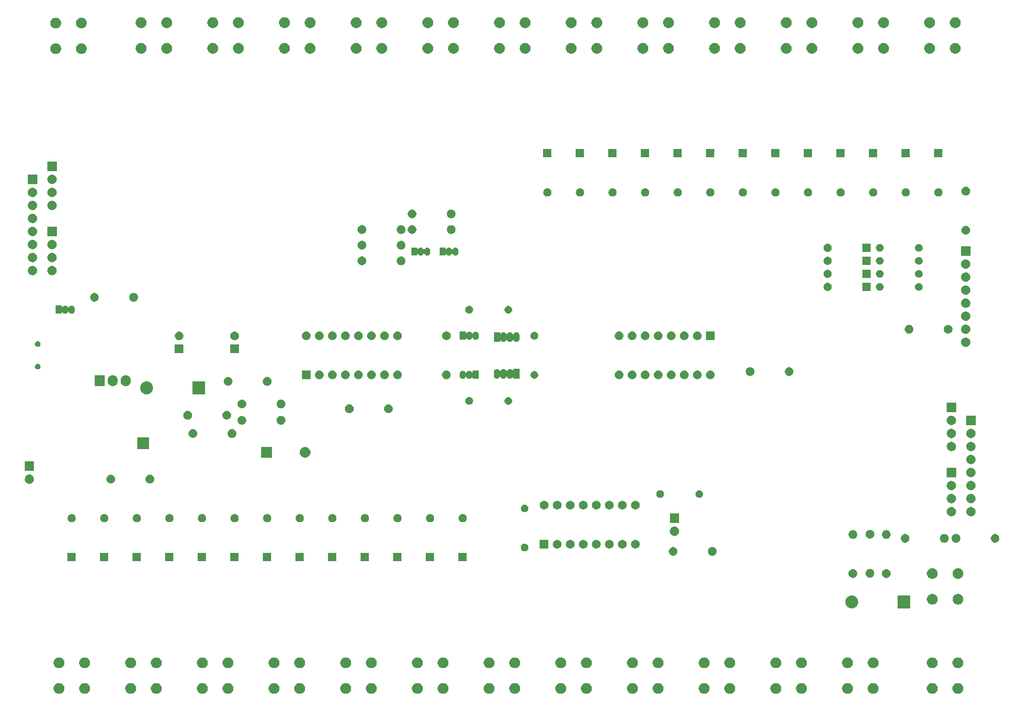
<source format=gbr>
G04 #@! TF.GenerationSoftware,KiCad,Pcbnew,5.0.2+dfsg1-1*
G04 #@! TF.CreationDate,2020-11-23T14:32:56-07:00*
G04 #@! TF.ProjectId,BattleshipMain,42617474-6c65-4736-9869-704d61696e2e,rev?*
G04 #@! TF.SameCoordinates,Original*
G04 #@! TF.FileFunction,Soldermask,Bot*
G04 #@! TF.FilePolarity,Negative*
%FSLAX46Y46*%
G04 Gerber Fmt 4.6, Leading zero omitted, Abs format (unit mm)*
G04 Created by KiCad (PCBNEW 5.0.2+dfsg1-1) date Mon 23 Nov 2020 02:32:56 PM MST*
%MOMM*%
%LPD*%
G01*
G04 APERTURE LIST*
%ADD10C,0.100000*%
G04 APERTURE END LIST*
D10*
G36*
X203487871Y-157914329D02*
X203679140Y-157993555D01*
X203851282Y-158108577D01*
X203997669Y-158254964D01*
X204112691Y-158427106D01*
X204191917Y-158618375D01*
X204232306Y-158821424D01*
X204232306Y-159028456D01*
X204191917Y-159231505D01*
X204112691Y-159422774D01*
X203997669Y-159594916D01*
X203851282Y-159741303D01*
X203679140Y-159856325D01*
X203487871Y-159935551D01*
X203284822Y-159975940D01*
X203077790Y-159975940D01*
X202874741Y-159935551D01*
X202683472Y-159856325D01*
X202511330Y-159741303D01*
X202364943Y-159594916D01*
X202249921Y-159422774D01*
X202170695Y-159231505D01*
X202130306Y-159028456D01*
X202130306Y-158821424D01*
X202170695Y-158618375D01*
X202249921Y-158427106D01*
X202364943Y-158254964D01*
X202511330Y-158108577D01*
X202683472Y-157993555D01*
X202874741Y-157914329D01*
X203077790Y-157873940D01*
X203284822Y-157873940D01*
X203487871Y-157914329D01*
X203487871Y-157914329D01*
G37*
G36*
X112127871Y-157914329D02*
X112319140Y-157993555D01*
X112491282Y-158108577D01*
X112637669Y-158254964D01*
X112752691Y-158427106D01*
X112831917Y-158618375D01*
X112872306Y-158821424D01*
X112872306Y-159028456D01*
X112831917Y-159231505D01*
X112752691Y-159422774D01*
X112637669Y-159594916D01*
X112491282Y-159741303D01*
X112319140Y-159856325D01*
X112127871Y-159935551D01*
X111924822Y-159975940D01*
X111717790Y-159975940D01*
X111514741Y-159935551D01*
X111323472Y-159856325D01*
X111151330Y-159741303D01*
X111004943Y-159594916D01*
X110889921Y-159422774D01*
X110810695Y-159231505D01*
X110770306Y-159028456D01*
X110770306Y-158821424D01*
X110810695Y-158618375D01*
X110889921Y-158427106D01*
X111004943Y-158254964D01*
X111151330Y-158108577D01*
X111323472Y-157993555D01*
X111514741Y-157914329D01*
X111717790Y-157873940D01*
X111924822Y-157873940D01*
X112127871Y-157914329D01*
X112127871Y-157914329D01*
G37*
G36*
X33307871Y-157914329D02*
X33499140Y-157993555D01*
X33671282Y-158108577D01*
X33817669Y-158254964D01*
X33932691Y-158427106D01*
X34011917Y-158618375D01*
X34052306Y-158821424D01*
X34052306Y-159028456D01*
X34011917Y-159231505D01*
X33932691Y-159422774D01*
X33817669Y-159594916D01*
X33671282Y-159741303D01*
X33499140Y-159856325D01*
X33307871Y-159935551D01*
X33104822Y-159975940D01*
X32897790Y-159975940D01*
X32694741Y-159935551D01*
X32503472Y-159856325D01*
X32331330Y-159741303D01*
X32184943Y-159594916D01*
X32069921Y-159422774D01*
X31990695Y-159231505D01*
X31950306Y-159028456D01*
X31950306Y-158821424D01*
X31990695Y-158618375D01*
X32069921Y-158427106D01*
X32184943Y-158254964D01*
X32331330Y-158108577D01*
X32503472Y-157993555D01*
X32694741Y-157914329D01*
X32897790Y-157873940D01*
X33104822Y-157873940D01*
X33307871Y-157914329D01*
X33307871Y-157914329D01*
G37*
G36*
X28307871Y-157914329D02*
X28499140Y-157993555D01*
X28671282Y-158108577D01*
X28817669Y-158254964D01*
X28932691Y-158427106D01*
X29011917Y-158618375D01*
X29052306Y-158821424D01*
X29052306Y-159028456D01*
X29011917Y-159231505D01*
X28932691Y-159422774D01*
X28817669Y-159594916D01*
X28671282Y-159741303D01*
X28499140Y-159856325D01*
X28307871Y-159935551D01*
X28104822Y-159975940D01*
X27897790Y-159975940D01*
X27694741Y-159935551D01*
X27503472Y-159856325D01*
X27331330Y-159741303D01*
X27184943Y-159594916D01*
X27069921Y-159422774D01*
X26990695Y-159231505D01*
X26950306Y-159028456D01*
X26950306Y-158821424D01*
X26990695Y-158618375D01*
X27069921Y-158427106D01*
X27184943Y-158254964D01*
X27331330Y-158108577D01*
X27503472Y-157993555D01*
X27694741Y-157914329D01*
X27897790Y-157873940D01*
X28104822Y-157873940D01*
X28307871Y-157914329D01*
X28307871Y-157914329D01*
G37*
G36*
X42277871Y-157914329D02*
X42469140Y-157993555D01*
X42641282Y-158108577D01*
X42787669Y-158254964D01*
X42902691Y-158427106D01*
X42981917Y-158618375D01*
X43022306Y-158821424D01*
X43022306Y-159028456D01*
X42981917Y-159231505D01*
X42902691Y-159422774D01*
X42787669Y-159594916D01*
X42641282Y-159741303D01*
X42469140Y-159856325D01*
X42277871Y-159935551D01*
X42074822Y-159975940D01*
X41867790Y-159975940D01*
X41664741Y-159935551D01*
X41473472Y-159856325D01*
X41301330Y-159741303D01*
X41154943Y-159594916D01*
X41039921Y-159422774D01*
X40960695Y-159231505D01*
X40920306Y-159028456D01*
X40920306Y-158821424D01*
X40960695Y-158618375D01*
X41039921Y-158427106D01*
X41154943Y-158254964D01*
X41301330Y-158108577D01*
X41473472Y-157993555D01*
X41664741Y-157914329D01*
X41867790Y-157873940D01*
X42074822Y-157873940D01*
X42277871Y-157914329D01*
X42277871Y-157914329D01*
G37*
G36*
X47277871Y-157914329D02*
X47469140Y-157993555D01*
X47641282Y-158108577D01*
X47787669Y-158254964D01*
X47902691Y-158427106D01*
X47981917Y-158618375D01*
X48022306Y-158821424D01*
X48022306Y-159028456D01*
X47981917Y-159231505D01*
X47902691Y-159422774D01*
X47787669Y-159594916D01*
X47641282Y-159741303D01*
X47469140Y-159856325D01*
X47277871Y-159935551D01*
X47074822Y-159975940D01*
X46867790Y-159975940D01*
X46664741Y-159935551D01*
X46473472Y-159856325D01*
X46301330Y-159741303D01*
X46154943Y-159594916D01*
X46039921Y-159422774D01*
X45960695Y-159231505D01*
X45920306Y-159028456D01*
X45920306Y-158821424D01*
X45960695Y-158618375D01*
X46039921Y-158427106D01*
X46154943Y-158254964D01*
X46301330Y-158108577D01*
X46473472Y-157993555D01*
X46664741Y-157914329D01*
X46867790Y-157873940D01*
X47074822Y-157873940D01*
X47277871Y-157914329D01*
X47277871Y-157914329D01*
G37*
G36*
X61247871Y-157914329D02*
X61439140Y-157993555D01*
X61611282Y-158108577D01*
X61757669Y-158254964D01*
X61872691Y-158427106D01*
X61951917Y-158618375D01*
X61992306Y-158821424D01*
X61992306Y-159028456D01*
X61951917Y-159231505D01*
X61872691Y-159422774D01*
X61757669Y-159594916D01*
X61611282Y-159741303D01*
X61439140Y-159856325D01*
X61247871Y-159935551D01*
X61044822Y-159975940D01*
X60837790Y-159975940D01*
X60634741Y-159935551D01*
X60443472Y-159856325D01*
X60271330Y-159741303D01*
X60124943Y-159594916D01*
X60009921Y-159422774D01*
X59930695Y-159231505D01*
X59890306Y-159028456D01*
X59890306Y-158821424D01*
X59930695Y-158618375D01*
X60009921Y-158427106D01*
X60124943Y-158254964D01*
X60271330Y-158108577D01*
X60443472Y-157993555D01*
X60634741Y-157914329D01*
X60837790Y-157873940D01*
X61044822Y-157873940D01*
X61247871Y-157914329D01*
X61247871Y-157914329D01*
G37*
G36*
X56247871Y-157914329D02*
X56439140Y-157993555D01*
X56611282Y-158108577D01*
X56757669Y-158254964D01*
X56872691Y-158427106D01*
X56951917Y-158618375D01*
X56992306Y-158821424D01*
X56992306Y-159028456D01*
X56951917Y-159231505D01*
X56872691Y-159422774D01*
X56757669Y-159594916D01*
X56611282Y-159741303D01*
X56439140Y-159856325D01*
X56247871Y-159935551D01*
X56044822Y-159975940D01*
X55837790Y-159975940D01*
X55634741Y-159935551D01*
X55443472Y-159856325D01*
X55271330Y-159741303D01*
X55124943Y-159594916D01*
X55009921Y-159422774D01*
X54930695Y-159231505D01*
X54890306Y-159028456D01*
X54890306Y-158821424D01*
X54930695Y-158618375D01*
X55009921Y-158427106D01*
X55124943Y-158254964D01*
X55271330Y-158108577D01*
X55443472Y-157993555D01*
X55634741Y-157914329D01*
X55837790Y-157873940D01*
X56044822Y-157873940D01*
X56247871Y-157914329D01*
X56247871Y-157914329D01*
G37*
G36*
X70217871Y-157914329D02*
X70409140Y-157993555D01*
X70581282Y-158108577D01*
X70727669Y-158254964D01*
X70842691Y-158427106D01*
X70921917Y-158618375D01*
X70962306Y-158821424D01*
X70962306Y-159028456D01*
X70921917Y-159231505D01*
X70842691Y-159422774D01*
X70727669Y-159594916D01*
X70581282Y-159741303D01*
X70409140Y-159856325D01*
X70217871Y-159935551D01*
X70014822Y-159975940D01*
X69807790Y-159975940D01*
X69604741Y-159935551D01*
X69413472Y-159856325D01*
X69241330Y-159741303D01*
X69094943Y-159594916D01*
X68979921Y-159422774D01*
X68900695Y-159231505D01*
X68860306Y-159028456D01*
X68860306Y-158821424D01*
X68900695Y-158618375D01*
X68979921Y-158427106D01*
X69094943Y-158254964D01*
X69241330Y-158108577D01*
X69413472Y-157993555D01*
X69604741Y-157914329D01*
X69807790Y-157873940D01*
X70014822Y-157873940D01*
X70217871Y-157914329D01*
X70217871Y-157914329D01*
G37*
G36*
X75217871Y-157914329D02*
X75409140Y-157993555D01*
X75581282Y-158108577D01*
X75727669Y-158254964D01*
X75842691Y-158427106D01*
X75921917Y-158618375D01*
X75962306Y-158821424D01*
X75962306Y-159028456D01*
X75921917Y-159231505D01*
X75842691Y-159422774D01*
X75727669Y-159594916D01*
X75581282Y-159741303D01*
X75409140Y-159856325D01*
X75217871Y-159935551D01*
X75014822Y-159975940D01*
X74807790Y-159975940D01*
X74604741Y-159935551D01*
X74413472Y-159856325D01*
X74241330Y-159741303D01*
X74094943Y-159594916D01*
X73979921Y-159422774D01*
X73900695Y-159231505D01*
X73860306Y-159028456D01*
X73860306Y-158821424D01*
X73900695Y-158618375D01*
X73979921Y-158427106D01*
X74094943Y-158254964D01*
X74241330Y-158108577D01*
X74413472Y-157993555D01*
X74604741Y-157914329D01*
X74807790Y-157873940D01*
X75014822Y-157873940D01*
X75217871Y-157914329D01*
X75217871Y-157914329D01*
G37*
G36*
X89187871Y-157914329D02*
X89379140Y-157993555D01*
X89551282Y-158108577D01*
X89697669Y-158254964D01*
X89812691Y-158427106D01*
X89891917Y-158618375D01*
X89932306Y-158821424D01*
X89932306Y-159028456D01*
X89891917Y-159231505D01*
X89812691Y-159422774D01*
X89697669Y-159594916D01*
X89551282Y-159741303D01*
X89379140Y-159856325D01*
X89187871Y-159935551D01*
X88984822Y-159975940D01*
X88777790Y-159975940D01*
X88574741Y-159935551D01*
X88383472Y-159856325D01*
X88211330Y-159741303D01*
X88064943Y-159594916D01*
X87949921Y-159422774D01*
X87870695Y-159231505D01*
X87830306Y-159028456D01*
X87830306Y-158821424D01*
X87870695Y-158618375D01*
X87949921Y-158427106D01*
X88064943Y-158254964D01*
X88211330Y-158108577D01*
X88383472Y-157993555D01*
X88574741Y-157914329D01*
X88777790Y-157873940D01*
X88984822Y-157873940D01*
X89187871Y-157914329D01*
X89187871Y-157914329D01*
G37*
G36*
X84187871Y-157914329D02*
X84379140Y-157993555D01*
X84551282Y-158108577D01*
X84697669Y-158254964D01*
X84812691Y-158427106D01*
X84891917Y-158618375D01*
X84932306Y-158821424D01*
X84932306Y-159028456D01*
X84891917Y-159231505D01*
X84812691Y-159422774D01*
X84697669Y-159594916D01*
X84551282Y-159741303D01*
X84379140Y-159856325D01*
X84187871Y-159935551D01*
X83984822Y-159975940D01*
X83777790Y-159975940D01*
X83574741Y-159935551D01*
X83383472Y-159856325D01*
X83211330Y-159741303D01*
X83064943Y-159594916D01*
X82949921Y-159422774D01*
X82870695Y-159231505D01*
X82830306Y-159028456D01*
X82830306Y-158821424D01*
X82870695Y-158618375D01*
X82949921Y-158427106D01*
X83064943Y-158254964D01*
X83211330Y-158108577D01*
X83383472Y-157993555D01*
X83574741Y-157914329D01*
X83777790Y-157873940D01*
X83984822Y-157873940D01*
X84187871Y-157914329D01*
X84187871Y-157914329D01*
G37*
G36*
X98157871Y-157914329D02*
X98349140Y-157993555D01*
X98521282Y-158108577D01*
X98667669Y-158254964D01*
X98782691Y-158427106D01*
X98861917Y-158618375D01*
X98902306Y-158821424D01*
X98902306Y-159028456D01*
X98861917Y-159231505D01*
X98782691Y-159422774D01*
X98667669Y-159594916D01*
X98521282Y-159741303D01*
X98349140Y-159856325D01*
X98157871Y-159935551D01*
X97954822Y-159975940D01*
X97747790Y-159975940D01*
X97544741Y-159935551D01*
X97353472Y-159856325D01*
X97181330Y-159741303D01*
X97034943Y-159594916D01*
X96919921Y-159422774D01*
X96840695Y-159231505D01*
X96800306Y-159028456D01*
X96800306Y-158821424D01*
X96840695Y-158618375D01*
X96919921Y-158427106D01*
X97034943Y-158254964D01*
X97181330Y-158108577D01*
X97353472Y-157993555D01*
X97544741Y-157914329D01*
X97747790Y-157873940D01*
X97954822Y-157873940D01*
X98157871Y-157914329D01*
X98157871Y-157914329D01*
G37*
G36*
X103157871Y-157914329D02*
X103349140Y-157993555D01*
X103521282Y-158108577D01*
X103667669Y-158254964D01*
X103782691Y-158427106D01*
X103861917Y-158618375D01*
X103902306Y-158821424D01*
X103902306Y-159028456D01*
X103861917Y-159231505D01*
X103782691Y-159422774D01*
X103667669Y-159594916D01*
X103521282Y-159741303D01*
X103349140Y-159856325D01*
X103157871Y-159935551D01*
X102954822Y-159975940D01*
X102747790Y-159975940D01*
X102544741Y-159935551D01*
X102353472Y-159856325D01*
X102181330Y-159741303D01*
X102034943Y-159594916D01*
X101919921Y-159422774D01*
X101840695Y-159231505D01*
X101800306Y-159028456D01*
X101800306Y-158821424D01*
X101840695Y-158618375D01*
X101919921Y-158427106D01*
X102034943Y-158254964D01*
X102181330Y-158108577D01*
X102353472Y-157993555D01*
X102544741Y-157914329D01*
X102747790Y-157873940D01*
X102954822Y-157873940D01*
X103157871Y-157914329D01*
X103157871Y-157914329D01*
G37*
G36*
X126097871Y-157914329D02*
X126289140Y-157993555D01*
X126461282Y-158108577D01*
X126607669Y-158254964D01*
X126722691Y-158427106D01*
X126801917Y-158618375D01*
X126842306Y-158821424D01*
X126842306Y-159028456D01*
X126801917Y-159231505D01*
X126722691Y-159422774D01*
X126607669Y-159594916D01*
X126461282Y-159741303D01*
X126289140Y-159856325D01*
X126097871Y-159935551D01*
X125894822Y-159975940D01*
X125687790Y-159975940D01*
X125484741Y-159935551D01*
X125293472Y-159856325D01*
X125121330Y-159741303D01*
X124974943Y-159594916D01*
X124859921Y-159422774D01*
X124780695Y-159231505D01*
X124740306Y-159028456D01*
X124740306Y-158821424D01*
X124780695Y-158618375D01*
X124859921Y-158427106D01*
X124974943Y-158254964D01*
X125121330Y-158108577D01*
X125293472Y-157993555D01*
X125484741Y-157914329D01*
X125687790Y-157873940D01*
X125894822Y-157873940D01*
X126097871Y-157914329D01*
X126097871Y-157914329D01*
G37*
G36*
X117127871Y-157914329D02*
X117319140Y-157993555D01*
X117491282Y-158108577D01*
X117637669Y-158254964D01*
X117752691Y-158427106D01*
X117831917Y-158618375D01*
X117872306Y-158821424D01*
X117872306Y-159028456D01*
X117831917Y-159231505D01*
X117752691Y-159422774D01*
X117637669Y-159594916D01*
X117491282Y-159741303D01*
X117319140Y-159856325D01*
X117127871Y-159935551D01*
X116924822Y-159975940D01*
X116717790Y-159975940D01*
X116514741Y-159935551D01*
X116323472Y-159856325D01*
X116151330Y-159741303D01*
X116004943Y-159594916D01*
X115889921Y-159422774D01*
X115810695Y-159231505D01*
X115770306Y-159028456D01*
X115770306Y-158821424D01*
X115810695Y-158618375D01*
X115889921Y-158427106D01*
X116004943Y-158254964D01*
X116151330Y-158108577D01*
X116323472Y-157993555D01*
X116514741Y-157914329D01*
X116717790Y-157873940D01*
X116924822Y-157873940D01*
X117127871Y-157914329D01*
X117127871Y-157914329D01*
G37*
G36*
X198487871Y-157914329D02*
X198679140Y-157993555D01*
X198851282Y-158108577D01*
X198997669Y-158254964D01*
X199112691Y-158427106D01*
X199191917Y-158618375D01*
X199232306Y-158821424D01*
X199232306Y-159028456D01*
X199191917Y-159231505D01*
X199112691Y-159422774D01*
X198997669Y-159594916D01*
X198851282Y-159741303D01*
X198679140Y-159856325D01*
X198487871Y-159935551D01*
X198284822Y-159975940D01*
X198077790Y-159975940D01*
X197874741Y-159935551D01*
X197683472Y-159856325D01*
X197511330Y-159741303D01*
X197364943Y-159594916D01*
X197249921Y-159422774D01*
X197170695Y-159231505D01*
X197130306Y-159028456D01*
X197130306Y-158821424D01*
X197170695Y-158618375D01*
X197249921Y-158427106D01*
X197364943Y-158254964D01*
X197511330Y-158108577D01*
X197683472Y-157993555D01*
X197874741Y-157914329D01*
X198077790Y-157873940D01*
X198284822Y-157873940D01*
X198487871Y-157914329D01*
X198487871Y-157914329D01*
G37*
G36*
X186977871Y-157914329D02*
X187169140Y-157993555D01*
X187341282Y-158108577D01*
X187487669Y-158254964D01*
X187602691Y-158427106D01*
X187681917Y-158618375D01*
X187722306Y-158821424D01*
X187722306Y-159028456D01*
X187681917Y-159231505D01*
X187602691Y-159422774D01*
X187487669Y-159594916D01*
X187341282Y-159741303D01*
X187169140Y-159856325D01*
X186977871Y-159935551D01*
X186774822Y-159975940D01*
X186567790Y-159975940D01*
X186364741Y-159935551D01*
X186173472Y-159856325D01*
X186001330Y-159741303D01*
X185854943Y-159594916D01*
X185739921Y-159422774D01*
X185660695Y-159231505D01*
X185620306Y-159028456D01*
X185620306Y-158821424D01*
X185660695Y-158618375D01*
X185739921Y-158427106D01*
X185854943Y-158254964D01*
X186001330Y-158108577D01*
X186173472Y-157993555D01*
X186364741Y-157914329D01*
X186567790Y-157873940D01*
X186774822Y-157873940D01*
X186977871Y-157914329D01*
X186977871Y-157914329D01*
G37*
G36*
X181977871Y-157914329D02*
X182169140Y-157993555D01*
X182341282Y-158108577D01*
X182487669Y-158254964D01*
X182602691Y-158427106D01*
X182681917Y-158618375D01*
X182722306Y-158821424D01*
X182722306Y-159028456D01*
X182681917Y-159231505D01*
X182602691Y-159422774D01*
X182487669Y-159594916D01*
X182341282Y-159741303D01*
X182169140Y-159856325D01*
X181977871Y-159935551D01*
X181774822Y-159975940D01*
X181567790Y-159975940D01*
X181364741Y-159935551D01*
X181173472Y-159856325D01*
X181001330Y-159741303D01*
X180854943Y-159594916D01*
X180739921Y-159422774D01*
X180660695Y-159231505D01*
X180620306Y-159028456D01*
X180620306Y-158821424D01*
X180660695Y-158618375D01*
X180739921Y-158427106D01*
X180854943Y-158254964D01*
X181001330Y-158108577D01*
X181173472Y-157993555D01*
X181364741Y-157914329D01*
X181567790Y-157873940D01*
X181774822Y-157873940D01*
X181977871Y-157914329D01*
X181977871Y-157914329D01*
G37*
G36*
X168007871Y-157914329D02*
X168199140Y-157993555D01*
X168371282Y-158108577D01*
X168517669Y-158254964D01*
X168632691Y-158427106D01*
X168711917Y-158618375D01*
X168752306Y-158821424D01*
X168752306Y-159028456D01*
X168711917Y-159231505D01*
X168632691Y-159422774D01*
X168517669Y-159594916D01*
X168371282Y-159741303D01*
X168199140Y-159856325D01*
X168007871Y-159935551D01*
X167804822Y-159975940D01*
X167597790Y-159975940D01*
X167394741Y-159935551D01*
X167203472Y-159856325D01*
X167031330Y-159741303D01*
X166884943Y-159594916D01*
X166769921Y-159422774D01*
X166690695Y-159231505D01*
X166650306Y-159028456D01*
X166650306Y-158821424D01*
X166690695Y-158618375D01*
X166769921Y-158427106D01*
X166884943Y-158254964D01*
X167031330Y-158108577D01*
X167203472Y-157993555D01*
X167394741Y-157914329D01*
X167597790Y-157873940D01*
X167804822Y-157873940D01*
X168007871Y-157914329D01*
X168007871Y-157914329D01*
G37*
G36*
X173007871Y-157914329D02*
X173199140Y-157993555D01*
X173371282Y-158108577D01*
X173517669Y-158254964D01*
X173632691Y-158427106D01*
X173711917Y-158618375D01*
X173752306Y-158821424D01*
X173752306Y-159028456D01*
X173711917Y-159231505D01*
X173632691Y-159422774D01*
X173517669Y-159594916D01*
X173371282Y-159741303D01*
X173199140Y-159856325D01*
X173007871Y-159935551D01*
X172804822Y-159975940D01*
X172597790Y-159975940D01*
X172394741Y-159935551D01*
X172203472Y-159856325D01*
X172031330Y-159741303D01*
X171884943Y-159594916D01*
X171769921Y-159422774D01*
X171690695Y-159231505D01*
X171650306Y-159028456D01*
X171650306Y-158821424D01*
X171690695Y-158618375D01*
X171769921Y-158427106D01*
X171884943Y-158254964D01*
X172031330Y-158108577D01*
X172203472Y-157993555D01*
X172394741Y-157914329D01*
X172597790Y-157873940D01*
X172804822Y-157873940D01*
X173007871Y-157914329D01*
X173007871Y-157914329D01*
G37*
G36*
X154037871Y-157914329D02*
X154229140Y-157993555D01*
X154401282Y-158108577D01*
X154547669Y-158254964D01*
X154662691Y-158427106D01*
X154741917Y-158618375D01*
X154782306Y-158821424D01*
X154782306Y-159028456D01*
X154741917Y-159231505D01*
X154662691Y-159422774D01*
X154547669Y-159594916D01*
X154401282Y-159741303D01*
X154229140Y-159856325D01*
X154037871Y-159935551D01*
X153834822Y-159975940D01*
X153627790Y-159975940D01*
X153424741Y-159935551D01*
X153233472Y-159856325D01*
X153061330Y-159741303D01*
X152914943Y-159594916D01*
X152799921Y-159422774D01*
X152720695Y-159231505D01*
X152680306Y-159028456D01*
X152680306Y-158821424D01*
X152720695Y-158618375D01*
X152799921Y-158427106D01*
X152914943Y-158254964D01*
X153061330Y-158108577D01*
X153233472Y-157993555D01*
X153424741Y-157914329D01*
X153627790Y-157873940D01*
X153834822Y-157873940D01*
X154037871Y-157914329D01*
X154037871Y-157914329D01*
G37*
G36*
X140067871Y-157914329D02*
X140259140Y-157993555D01*
X140431282Y-158108577D01*
X140577669Y-158254964D01*
X140692691Y-158427106D01*
X140771917Y-158618375D01*
X140812306Y-158821424D01*
X140812306Y-159028456D01*
X140771917Y-159231505D01*
X140692691Y-159422774D01*
X140577669Y-159594916D01*
X140431282Y-159741303D01*
X140259140Y-159856325D01*
X140067871Y-159935551D01*
X139864822Y-159975940D01*
X139657790Y-159975940D01*
X139454741Y-159935551D01*
X139263472Y-159856325D01*
X139091330Y-159741303D01*
X138944943Y-159594916D01*
X138829921Y-159422774D01*
X138750695Y-159231505D01*
X138710306Y-159028456D01*
X138710306Y-158821424D01*
X138750695Y-158618375D01*
X138829921Y-158427106D01*
X138944943Y-158254964D01*
X139091330Y-158108577D01*
X139263472Y-157993555D01*
X139454741Y-157914329D01*
X139657790Y-157873940D01*
X139864822Y-157873940D01*
X140067871Y-157914329D01*
X140067871Y-157914329D01*
G37*
G36*
X145067871Y-157914329D02*
X145259140Y-157993555D01*
X145431282Y-158108577D01*
X145577669Y-158254964D01*
X145692691Y-158427106D01*
X145771917Y-158618375D01*
X145812306Y-158821424D01*
X145812306Y-159028456D01*
X145771917Y-159231505D01*
X145692691Y-159422774D01*
X145577669Y-159594916D01*
X145431282Y-159741303D01*
X145259140Y-159856325D01*
X145067871Y-159935551D01*
X144864822Y-159975940D01*
X144657790Y-159975940D01*
X144454741Y-159935551D01*
X144263472Y-159856325D01*
X144091330Y-159741303D01*
X143944943Y-159594916D01*
X143829921Y-159422774D01*
X143750695Y-159231505D01*
X143710306Y-159028456D01*
X143710306Y-158821424D01*
X143750695Y-158618375D01*
X143829921Y-158427106D01*
X143944943Y-158254964D01*
X144091330Y-158108577D01*
X144263472Y-157993555D01*
X144454741Y-157914329D01*
X144657790Y-157873940D01*
X144864822Y-157873940D01*
X145067871Y-157914329D01*
X145067871Y-157914329D01*
G37*
G36*
X131097871Y-157914329D02*
X131289140Y-157993555D01*
X131461282Y-158108577D01*
X131607669Y-158254964D01*
X131722691Y-158427106D01*
X131801917Y-158618375D01*
X131842306Y-158821424D01*
X131842306Y-159028456D01*
X131801917Y-159231505D01*
X131722691Y-159422774D01*
X131607669Y-159594916D01*
X131461282Y-159741303D01*
X131289140Y-159856325D01*
X131097871Y-159935551D01*
X130894822Y-159975940D01*
X130687790Y-159975940D01*
X130484741Y-159935551D01*
X130293472Y-159856325D01*
X130121330Y-159741303D01*
X129974943Y-159594916D01*
X129859921Y-159422774D01*
X129780695Y-159231505D01*
X129740306Y-159028456D01*
X129740306Y-158821424D01*
X129780695Y-158618375D01*
X129859921Y-158427106D01*
X129974943Y-158254964D01*
X130121330Y-158108577D01*
X130293472Y-157993555D01*
X130484741Y-157914329D01*
X130687790Y-157873940D01*
X130894822Y-157873940D01*
X131097871Y-157914329D01*
X131097871Y-157914329D01*
G37*
G36*
X159037871Y-157914329D02*
X159229140Y-157993555D01*
X159401282Y-158108577D01*
X159547669Y-158254964D01*
X159662691Y-158427106D01*
X159741917Y-158618375D01*
X159782306Y-158821424D01*
X159782306Y-159028456D01*
X159741917Y-159231505D01*
X159662691Y-159422774D01*
X159547669Y-159594916D01*
X159401282Y-159741303D01*
X159229140Y-159856325D01*
X159037871Y-159935551D01*
X158834822Y-159975940D01*
X158627790Y-159975940D01*
X158424741Y-159935551D01*
X158233472Y-159856325D01*
X158061330Y-159741303D01*
X157914943Y-159594916D01*
X157799921Y-159422774D01*
X157720695Y-159231505D01*
X157680306Y-159028456D01*
X157680306Y-158821424D01*
X157720695Y-158618375D01*
X157799921Y-158427106D01*
X157914943Y-158254964D01*
X158061330Y-158108577D01*
X158233472Y-157993555D01*
X158424741Y-157914329D01*
X158627790Y-157873940D01*
X158834822Y-157873940D01*
X159037871Y-157914329D01*
X159037871Y-157914329D01*
G37*
G36*
X186977871Y-152914329D02*
X187169140Y-152993555D01*
X187341282Y-153108577D01*
X187487669Y-153254964D01*
X187602691Y-153427106D01*
X187681917Y-153618375D01*
X187722306Y-153821424D01*
X187722306Y-154028456D01*
X187681917Y-154231505D01*
X187602691Y-154422774D01*
X187487669Y-154594916D01*
X187341282Y-154741303D01*
X187169140Y-154856325D01*
X186977871Y-154935551D01*
X186774822Y-154975940D01*
X186567790Y-154975940D01*
X186364741Y-154935551D01*
X186173472Y-154856325D01*
X186001330Y-154741303D01*
X185854943Y-154594916D01*
X185739921Y-154422774D01*
X185660695Y-154231505D01*
X185620306Y-154028456D01*
X185620306Y-153821424D01*
X185660695Y-153618375D01*
X185739921Y-153427106D01*
X185854943Y-153254964D01*
X186001330Y-153108577D01*
X186173472Y-152993555D01*
X186364741Y-152914329D01*
X186567790Y-152873940D01*
X186774822Y-152873940D01*
X186977871Y-152914329D01*
X186977871Y-152914329D01*
G37*
G36*
X159037871Y-152914329D02*
X159229140Y-152993555D01*
X159401282Y-153108577D01*
X159547669Y-153254964D01*
X159662691Y-153427106D01*
X159741917Y-153618375D01*
X159782306Y-153821424D01*
X159782306Y-154028456D01*
X159741917Y-154231505D01*
X159662691Y-154422774D01*
X159547669Y-154594916D01*
X159401282Y-154741303D01*
X159229140Y-154856325D01*
X159037871Y-154935551D01*
X158834822Y-154975940D01*
X158627790Y-154975940D01*
X158424741Y-154935551D01*
X158233472Y-154856325D01*
X158061330Y-154741303D01*
X157914943Y-154594916D01*
X157799921Y-154422774D01*
X157720695Y-154231505D01*
X157680306Y-154028456D01*
X157680306Y-153821424D01*
X157720695Y-153618375D01*
X157799921Y-153427106D01*
X157914943Y-153254964D01*
X158061330Y-153108577D01*
X158233472Y-152993555D01*
X158424741Y-152914329D01*
X158627790Y-152873940D01*
X158834822Y-152873940D01*
X159037871Y-152914329D01*
X159037871Y-152914329D01*
G37*
G36*
X173007871Y-152914329D02*
X173199140Y-152993555D01*
X173371282Y-153108577D01*
X173517669Y-153254964D01*
X173632691Y-153427106D01*
X173711917Y-153618375D01*
X173752306Y-153821424D01*
X173752306Y-154028456D01*
X173711917Y-154231505D01*
X173632691Y-154422774D01*
X173517669Y-154594916D01*
X173371282Y-154741303D01*
X173199140Y-154856325D01*
X173007871Y-154935551D01*
X172804822Y-154975940D01*
X172597790Y-154975940D01*
X172394741Y-154935551D01*
X172203472Y-154856325D01*
X172031330Y-154741303D01*
X171884943Y-154594916D01*
X171769921Y-154422774D01*
X171690695Y-154231505D01*
X171650306Y-154028456D01*
X171650306Y-153821424D01*
X171690695Y-153618375D01*
X171769921Y-153427106D01*
X171884943Y-153254964D01*
X172031330Y-153108577D01*
X172203472Y-152993555D01*
X172394741Y-152914329D01*
X172597790Y-152873940D01*
X172804822Y-152873940D01*
X173007871Y-152914329D01*
X173007871Y-152914329D01*
G37*
G36*
X168007871Y-152914329D02*
X168199140Y-152993555D01*
X168371282Y-153108577D01*
X168517669Y-153254964D01*
X168632691Y-153427106D01*
X168711917Y-153618375D01*
X168752306Y-153821424D01*
X168752306Y-154028456D01*
X168711917Y-154231505D01*
X168632691Y-154422774D01*
X168517669Y-154594916D01*
X168371282Y-154741303D01*
X168199140Y-154856325D01*
X168007871Y-154935551D01*
X167804822Y-154975940D01*
X167597790Y-154975940D01*
X167394741Y-154935551D01*
X167203472Y-154856325D01*
X167031330Y-154741303D01*
X166884943Y-154594916D01*
X166769921Y-154422774D01*
X166690695Y-154231505D01*
X166650306Y-154028456D01*
X166650306Y-153821424D01*
X166690695Y-153618375D01*
X166769921Y-153427106D01*
X166884943Y-153254964D01*
X167031330Y-153108577D01*
X167203472Y-152993555D01*
X167394741Y-152914329D01*
X167597790Y-152873940D01*
X167804822Y-152873940D01*
X168007871Y-152914329D01*
X168007871Y-152914329D01*
G37*
G36*
X154037871Y-152914329D02*
X154229140Y-152993555D01*
X154401282Y-153108577D01*
X154547669Y-153254964D01*
X154662691Y-153427106D01*
X154741917Y-153618375D01*
X154782306Y-153821424D01*
X154782306Y-154028456D01*
X154741917Y-154231505D01*
X154662691Y-154422774D01*
X154547669Y-154594916D01*
X154401282Y-154741303D01*
X154229140Y-154856325D01*
X154037871Y-154935551D01*
X153834822Y-154975940D01*
X153627790Y-154975940D01*
X153424741Y-154935551D01*
X153233472Y-154856325D01*
X153061330Y-154741303D01*
X152914943Y-154594916D01*
X152799921Y-154422774D01*
X152720695Y-154231505D01*
X152680306Y-154028456D01*
X152680306Y-153821424D01*
X152720695Y-153618375D01*
X152799921Y-153427106D01*
X152914943Y-153254964D01*
X153061330Y-153108577D01*
X153233472Y-152993555D01*
X153424741Y-152914329D01*
X153627790Y-152873940D01*
X153834822Y-152873940D01*
X154037871Y-152914329D01*
X154037871Y-152914329D01*
G37*
G36*
X103157871Y-152914329D02*
X103349140Y-152993555D01*
X103521282Y-153108577D01*
X103667669Y-153254964D01*
X103782691Y-153427106D01*
X103861917Y-153618375D01*
X103902306Y-153821424D01*
X103902306Y-154028456D01*
X103861917Y-154231505D01*
X103782691Y-154422774D01*
X103667669Y-154594916D01*
X103521282Y-154741303D01*
X103349140Y-154856325D01*
X103157871Y-154935551D01*
X102954822Y-154975940D01*
X102747790Y-154975940D01*
X102544741Y-154935551D01*
X102353472Y-154856325D01*
X102181330Y-154741303D01*
X102034943Y-154594916D01*
X101919921Y-154422774D01*
X101840695Y-154231505D01*
X101800306Y-154028456D01*
X101800306Y-153821424D01*
X101840695Y-153618375D01*
X101919921Y-153427106D01*
X102034943Y-153254964D01*
X102181330Y-153108577D01*
X102353472Y-152993555D01*
X102544741Y-152914329D01*
X102747790Y-152873940D01*
X102954822Y-152873940D01*
X103157871Y-152914329D01*
X103157871Y-152914329D01*
G37*
G36*
X145067871Y-152914329D02*
X145259140Y-152993555D01*
X145431282Y-153108577D01*
X145577669Y-153254964D01*
X145692691Y-153427106D01*
X145771917Y-153618375D01*
X145812306Y-153821424D01*
X145812306Y-154028456D01*
X145771917Y-154231505D01*
X145692691Y-154422774D01*
X145577669Y-154594916D01*
X145431282Y-154741303D01*
X145259140Y-154856325D01*
X145067871Y-154935551D01*
X144864822Y-154975940D01*
X144657790Y-154975940D01*
X144454741Y-154935551D01*
X144263472Y-154856325D01*
X144091330Y-154741303D01*
X143944943Y-154594916D01*
X143829921Y-154422774D01*
X143750695Y-154231505D01*
X143710306Y-154028456D01*
X143710306Y-153821424D01*
X143750695Y-153618375D01*
X143829921Y-153427106D01*
X143944943Y-153254964D01*
X144091330Y-153108577D01*
X144263472Y-152993555D01*
X144454741Y-152914329D01*
X144657790Y-152873940D01*
X144864822Y-152873940D01*
X145067871Y-152914329D01*
X145067871Y-152914329D01*
G37*
G36*
X140067871Y-152914329D02*
X140259140Y-152993555D01*
X140431282Y-153108577D01*
X140577669Y-153254964D01*
X140692691Y-153427106D01*
X140771917Y-153618375D01*
X140812306Y-153821424D01*
X140812306Y-154028456D01*
X140771917Y-154231505D01*
X140692691Y-154422774D01*
X140577669Y-154594916D01*
X140431282Y-154741303D01*
X140259140Y-154856325D01*
X140067871Y-154935551D01*
X139864822Y-154975940D01*
X139657790Y-154975940D01*
X139454741Y-154935551D01*
X139263472Y-154856325D01*
X139091330Y-154741303D01*
X138944943Y-154594916D01*
X138829921Y-154422774D01*
X138750695Y-154231505D01*
X138710306Y-154028456D01*
X138710306Y-153821424D01*
X138750695Y-153618375D01*
X138829921Y-153427106D01*
X138944943Y-153254964D01*
X139091330Y-153108577D01*
X139263472Y-152993555D01*
X139454741Y-152914329D01*
X139657790Y-152873940D01*
X139864822Y-152873940D01*
X140067871Y-152914329D01*
X140067871Y-152914329D01*
G37*
G36*
X126097871Y-152914329D02*
X126289140Y-152993555D01*
X126461282Y-153108577D01*
X126607669Y-153254964D01*
X126722691Y-153427106D01*
X126801917Y-153618375D01*
X126842306Y-153821424D01*
X126842306Y-154028456D01*
X126801917Y-154231505D01*
X126722691Y-154422774D01*
X126607669Y-154594916D01*
X126461282Y-154741303D01*
X126289140Y-154856325D01*
X126097871Y-154935551D01*
X125894822Y-154975940D01*
X125687790Y-154975940D01*
X125484741Y-154935551D01*
X125293472Y-154856325D01*
X125121330Y-154741303D01*
X124974943Y-154594916D01*
X124859921Y-154422774D01*
X124780695Y-154231505D01*
X124740306Y-154028456D01*
X124740306Y-153821424D01*
X124780695Y-153618375D01*
X124859921Y-153427106D01*
X124974943Y-153254964D01*
X125121330Y-153108577D01*
X125293472Y-152993555D01*
X125484741Y-152914329D01*
X125687790Y-152873940D01*
X125894822Y-152873940D01*
X126097871Y-152914329D01*
X126097871Y-152914329D01*
G37*
G36*
X131097871Y-152914329D02*
X131289140Y-152993555D01*
X131461282Y-153108577D01*
X131607669Y-153254964D01*
X131722691Y-153427106D01*
X131801917Y-153618375D01*
X131842306Y-153821424D01*
X131842306Y-154028456D01*
X131801917Y-154231505D01*
X131722691Y-154422774D01*
X131607669Y-154594916D01*
X131461282Y-154741303D01*
X131289140Y-154856325D01*
X131097871Y-154935551D01*
X130894822Y-154975940D01*
X130687790Y-154975940D01*
X130484741Y-154935551D01*
X130293472Y-154856325D01*
X130121330Y-154741303D01*
X129974943Y-154594916D01*
X129859921Y-154422774D01*
X129780695Y-154231505D01*
X129740306Y-154028456D01*
X129740306Y-153821424D01*
X129780695Y-153618375D01*
X129859921Y-153427106D01*
X129974943Y-153254964D01*
X130121330Y-153108577D01*
X130293472Y-152993555D01*
X130484741Y-152914329D01*
X130687790Y-152873940D01*
X130894822Y-152873940D01*
X131097871Y-152914329D01*
X131097871Y-152914329D01*
G37*
G36*
X117127871Y-152914329D02*
X117319140Y-152993555D01*
X117491282Y-153108577D01*
X117637669Y-153254964D01*
X117752691Y-153427106D01*
X117831917Y-153618375D01*
X117872306Y-153821424D01*
X117872306Y-154028456D01*
X117831917Y-154231505D01*
X117752691Y-154422774D01*
X117637669Y-154594916D01*
X117491282Y-154741303D01*
X117319140Y-154856325D01*
X117127871Y-154935551D01*
X116924822Y-154975940D01*
X116717790Y-154975940D01*
X116514741Y-154935551D01*
X116323472Y-154856325D01*
X116151330Y-154741303D01*
X116004943Y-154594916D01*
X115889921Y-154422774D01*
X115810695Y-154231505D01*
X115770306Y-154028456D01*
X115770306Y-153821424D01*
X115810695Y-153618375D01*
X115889921Y-153427106D01*
X116004943Y-153254964D01*
X116151330Y-153108577D01*
X116323472Y-152993555D01*
X116514741Y-152914329D01*
X116717790Y-152873940D01*
X116924822Y-152873940D01*
X117127871Y-152914329D01*
X117127871Y-152914329D01*
G37*
G36*
X112127871Y-152914329D02*
X112319140Y-152993555D01*
X112491282Y-153108577D01*
X112637669Y-153254964D01*
X112752691Y-153427106D01*
X112831917Y-153618375D01*
X112872306Y-153821424D01*
X112872306Y-154028456D01*
X112831917Y-154231505D01*
X112752691Y-154422774D01*
X112637669Y-154594916D01*
X112491282Y-154741303D01*
X112319140Y-154856325D01*
X112127871Y-154935551D01*
X111924822Y-154975940D01*
X111717790Y-154975940D01*
X111514741Y-154935551D01*
X111323472Y-154856325D01*
X111151330Y-154741303D01*
X111004943Y-154594916D01*
X110889921Y-154422774D01*
X110810695Y-154231505D01*
X110770306Y-154028456D01*
X110770306Y-153821424D01*
X110810695Y-153618375D01*
X110889921Y-153427106D01*
X111004943Y-153254964D01*
X111151330Y-153108577D01*
X111323472Y-152993555D01*
X111514741Y-152914329D01*
X111717790Y-152873940D01*
X111924822Y-152873940D01*
X112127871Y-152914329D01*
X112127871Y-152914329D01*
G37*
G36*
X98157871Y-152914329D02*
X98349140Y-152993555D01*
X98521282Y-153108577D01*
X98667669Y-153254964D01*
X98782691Y-153427106D01*
X98861917Y-153618375D01*
X98902306Y-153821424D01*
X98902306Y-154028456D01*
X98861917Y-154231505D01*
X98782691Y-154422774D01*
X98667669Y-154594916D01*
X98521282Y-154741303D01*
X98349140Y-154856325D01*
X98157871Y-154935551D01*
X97954822Y-154975940D01*
X97747790Y-154975940D01*
X97544741Y-154935551D01*
X97353472Y-154856325D01*
X97181330Y-154741303D01*
X97034943Y-154594916D01*
X96919921Y-154422774D01*
X96840695Y-154231505D01*
X96800306Y-154028456D01*
X96800306Y-153821424D01*
X96840695Y-153618375D01*
X96919921Y-153427106D01*
X97034943Y-153254964D01*
X97181330Y-153108577D01*
X97353472Y-152993555D01*
X97544741Y-152914329D01*
X97747790Y-152873940D01*
X97954822Y-152873940D01*
X98157871Y-152914329D01*
X98157871Y-152914329D01*
G37*
G36*
X198487871Y-152914329D02*
X198679140Y-152993555D01*
X198851282Y-153108577D01*
X198997669Y-153254964D01*
X199112691Y-153427106D01*
X199191917Y-153618375D01*
X199232306Y-153821424D01*
X199232306Y-154028456D01*
X199191917Y-154231505D01*
X199112691Y-154422774D01*
X198997669Y-154594916D01*
X198851282Y-154741303D01*
X198679140Y-154856325D01*
X198487871Y-154935551D01*
X198284822Y-154975940D01*
X198077790Y-154975940D01*
X197874741Y-154935551D01*
X197683472Y-154856325D01*
X197511330Y-154741303D01*
X197364943Y-154594916D01*
X197249921Y-154422774D01*
X197170695Y-154231505D01*
X197130306Y-154028456D01*
X197130306Y-153821424D01*
X197170695Y-153618375D01*
X197249921Y-153427106D01*
X197364943Y-153254964D01*
X197511330Y-153108577D01*
X197683472Y-152993555D01*
X197874741Y-152914329D01*
X198077790Y-152873940D01*
X198284822Y-152873940D01*
X198487871Y-152914329D01*
X198487871Y-152914329D01*
G37*
G36*
X203487871Y-152914329D02*
X203679140Y-152993555D01*
X203851282Y-153108577D01*
X203997669Y-153254964D01*
X204112691Y-153427106D01*
X204191917Y-153618375D01*
X204232306Y-153821424D01*
X204232306Y-154028456D01*
X204191917Y-154231505D01*
X204112691Y-154422774D01*
X203997669Y-154594916D01*
X203851282Y-154741303D01*
X203679140Y-154856325D01*
X203487871Y-154935551D01*
X203284822Y-154975940D01*
X203077790Y-154975940D01*
X202874741Y-154935551D01*
X202683472Y-154856325D01*
X202511330Y-154741303D01*
X202364943Y-154594916D01*
X202249921Y-154422774D01*
X202170695Y-154231505D01*
X202130306Y-154028456D01*
X202130306Y-153821424D01*
X202170695Y-153618375D01*
X202249921Y-153427106D01*
X202364943Y-153254964D01*
X202511330Y-153108577D01*
X202683472Y-152993555D01*
X202874741Y-152914329D01*
X203077790Y-152873940D01*
X203284822Y-152873940D01*
X203487871Y-152914329D01*
X203487871Y-152914329D01*
G37*
G36*
X61247871Y-152914329D02*
X61439140Y-152993555D01*
X61611282Y-153108577D01*
X61757669Y-153254964D01*
X61872691Y-153427106D01*
X61951917Y-153618375D01*
X61992306Y-153821424D01*
X61992306Y-154028456D01*
X61951917Y-154231505D01*
X61872691Y-154422774D01*
X61757669Y-154594916D01*
X61611282Y-154741303D01*
X61439140Y-154856325D01*
X61247871Y-154935551D01*
X61044822Y-154975940D01*
X60837790Y-154975940D01*
X60634741Y-154935551D01*
X60443472Y-154856325D01*
X60271330Y-154741303D01*
X60124943Y-154594916D01*
X60009921Y-154422774D01*
X59930695Y-154231505D01*
X59890306Y-154028456D01*
X59890306Y-153821424D01*
X59930695Y-153618375D01*
X60009921Y-153427106D01*
X60124943Y-153254964D01*
X60271330Y-153108577D01*
X60443472Y-152993555D01*
X60634741Y-152914329D01*
X60837790Y-152873940D01*
X61044822Y-152873940D01*
X61247871Y-152914329D01*
X61247871Y-152914329D01*
G37*
G36*
X28307871Y-152914329D02*
X28499140Y-152993555D01*
X28671282Y-153108577D01*
X28817669Y-153254964D01*
X28932691Y-153427106D01*
X29011917Y-153618375D01*
X29052306Y-153821424D01*
X29052306Y-154028456D01*
X29011917Y-154231505D01*
X28932691Y-154422774D01*
X28817669Y-154594916D01*
X28671282Y-154741303D01*
X28499140Y-154856325D01*
X28307871Y-154935551D01*
X28104822Y-154975940D01*
X27897790Y-154975940D01*
X27694741Y-154935551D01*
X27503472Y-154856325D01*
X27331330Y-154741303D01*
X27184943Y-154594916D01*
X27069921Y-154422774D01*
X26990695Y-154231505D01*
X26950306Y-154028456D01*
X26950306Y-153821424D01*
X26990695Y-153618375D01*
X27069921Y-153427106D01*
X27184943Y-153254964D01*
X27331330Y-153108577D01*
X27503472Y-152993555D01*
X27694741Y-152914329D01*
X27897790Y-152873940D01*
X28104822Y-152873940D01*
X28307871Y-152914329D01*
X28307871Y-152914329D01*
G37*
G36*
X56247871Y-152914329D02*
X56439140Y-152993555D01*
X56611282Y-153108577D01*
X56757669Y-153254964D01*
X56872691Y-153427106D01*
X56951917Y-153618375D01*
X56992306Y-153821424D01*
X56992306Y-154028456D01*
X56951917Y-154231505D01*
X56872691Y-154422774D01*
X56757669Y-154594916D01*
X56611282Y-154741303D01*
X56439140Y-154856325D01*
X56247871Y-154935551D01*
X56044822Y-154975940D01*
X55837790Y-154975940D01*
X55634741Y-154935551D01*
X55443472Y-154856325D01*
X55271330Y-154741303D01*
X55124943Y-154594916D01*
X55009921Y-154422774D01*
X54930695Y-154231505D01*
X54890306Y-154028456D01*
X54890306Y-153821424D01*
X54930695Y-153618375D01*
X55009921Y-153427106D01*
X55124943Y-153254964D01*
X55271330Y-153108577D01*
X55443472Y-152993555D01*
X55634741Y-152914329D01*
X55837790Y-152873940D01*
X56044822Y-152873940D01*
X56247871Y-152914329D01*
X56247871Y-152914329D01*
G37*
G36*
X42277871Y-152914329D02*
X42469140Y-152993555D01*
X42641282Y-153108577D01*
X42787669Y-153254964D01*
X42902691Y-153427106D01*
X42981917Y-153618375D01*
X43022306Y-153821424D01*
X43022306Y-154028456D01*
X42981917Y-154231505D01*
X42902691Y-154422774D01*
X42787669Y-154594916D01*
X42641282Y-154741303D01*
X42469140Y-154856325D01*
X42277871Y-154935551D01*
X42074822Y-154975940D01*
X41867790Y-154975940D01*
X41664741Y-154935551D01*
X41473472Y-154856325D01*
X41301330Y-154741303D01*
X41154943Y-154594916D01*
X41039921Y-154422774D01*
X40960695Y-154231505D01*
X40920306Y-154028456D01*
X40920306Y-153821424D01*
X40960695Y-153618375D01*
X41039921Y-153427106D01*
X41154943Y-153254964D01*
X41301330Y-153108577D01*
X41473472Y-152993555D01*
X41664741Y-152914329D01*
X41867790Y-152873940D01*
X42074822Y-152873940D01*
X42277871Y-152914329D01*
X42277871Y-152914329D01*
G37*
G36*
X47277871Y-152914329D02*
X47469140Y-152993555D01*
X47641282Y-153108577D01*
X47787669Y-153254964D01*
X47902691Y-153427106D01*
X47981917Y-153618375D01*
X48022306Y-153821424D01*
X48022306Y-154028456D01*
X47981917Y-154231505D01*
X47902691Y-154422774D01*
X47787669Y-154594916D01*
X47641282Y-154741303D01*
X47469140Y-154856325D01*
X47277871Y-154935551D01*
X47074822Y-154975940D01*
X46867790Y-154975940D01*
X46664741Y-154935551D01*
X46473472Y-154856325D01*
X46301330Y-154741303D01*
X46154943Y-154594916D01*
X46039921Y-154422774D01*
X45960695Y-154231505D01*
X45920306Y-154028456D01*
X45920306Y-153821424D01*
X45960695Y-153618375D01*
X46039921Y-153427106D01*
X46154943Y-153254964D01*
X46301330Y-153108577D01*
X46473472Y-152993555D01*
X46664741Y-152914329D01*
X46867790Y-152873940D01*
X47074822Y-152873940D01*
X47277871Y-152914329D01*
X47277871Y-152914329D01*
G37*
G36*
X75217871Y-152914329D02*
X75409140Y-152993555D01*
X75581282Y-153108577D01*
X75727669Y-153254964D01*
X75842691Y-153427106D01*
X75921917Y-153618375D01*
X75962306Y-153821424D01*
X75962306Y-154028456D01*
X75921917Y-154231505D01*
X75842691Y-154422774D01*
X75727669Y-154594916D01*
X75581282Y-154741303D01*
X75409140Y-154856325D01*
X75217871Y-154935551D01*
X75014822Y-154975940D01*
X74807790Y-154975940D01*
X74604741Y-154935551D01*
X74413472Y-154856325D01*
X74241330Y-154741303D01*
X74094943Y-154594916D01*
X73979921Y-154422774D01*
X73900695Y-154231505D01*
X73860306Y-154028456D01*
X73860306Y-153821424D01*
X73900695Y-153618375D01*
X73979921Y-153427106D01*
X74094943Y-153254964D01*
X74241330Y-153108577D01*
X74413472Y-152993555D01*
X74604741Y-152914329D01*
X74807790Y-152873940D01*
X75014822Y-152873940D01*
X75217871Y-152914329D01*
X75217871Y-152914329D01*
G37*
G36*
X70217871Y-152914329D02*
X70409140Y-152993555D01*
X70581282Y-153108577D01*
X70727669Y-153254964D01*
X70842691Y-153427106D01*
X70921917Y-153618375D01*
X70962306Y-153821424D01*
X70962306Y-154028456D01*
X70921917Y-154231505D01*
X70842691Y-154422774D01*
X70727669Y-154594916D01*
X70581282Y-154741303D01*
X70409140Y-154856325D01*
X70217871Y-154935551D01*
X70014822Y-154975940D01*
X69807790Y-154975940D01*
X69604741Y-154935551D01*
X69413472Y-154856325D01*
X69241330Y-154741303D01*
X69094943Y-154594916D01*
X68979921Y-154422774D01*
X68900695Y-154231505D01*
X68860306Y-154028456D01*
X68860306Y-153821424D01*
X68900695Y-153618375D01*
X68979921Y-153427106D01*
X69094943Y-153254964D01*
X69241330Y-153108577D01*
X69413472Y-152993555D01*
X69604741Y-152914329D01*
X69807790Y-152873940D01*
X70014822Y-152873940D01*
X70217871Y-152914329D01*
X70217871Y-152914329D01*
G37*
G36*
X84187871Y-152914329D02*
X84379140Y-152993555D01*
X84551282Y-153108577D01*
X84697669Y-153254964D01*
X84812691Y-153427106D01*
X84891917Y-153618375D01*
X84932306Y-153821424D01*
X84932306Y-154028456D01*
X84891917Y-154231505D01*
X84812691Y-154422774D01*
X84697669Y-154594916D01*
X84551282Y-154741303D01*
X84379140Y-154856325D01*
X84187871Y-154935551D01*
X83984822Y-154975940D01*
X83777790Y-154975940D01*
X83574741Y-154935551D01*
X83383472Y-154856325D01*
X83211330Y-154741303D01*
X83064943Y-154594916D01*
X82949921Y-154422774D01*
X82870695Y-154231505D01*
X82830306Y-154028456D01*
X82830306Y-153821424D01*
X82870695Y-153618375D01*
X82949921Y-153427106D01*
X83064943Y-153254964D01*
X83211330Y-153108577D01*
X83383472Y-152993555D01*
X83574741Y-152914329D01*
X83777790Y-152873940D01*
X83984822Y-152873940D01*
X84187871Y-152914329D01*
X84187871Y-152914329D01*
G37*
G36*
X89187871Y-152914329D02*
X89379140Y-152993555D01*
X89551282Y-153108577D01*
X89697669Y-153254964D01*
X89812691Y-153427106D01*
X89891917Y-153618375D01*
X89932306Y-153821424D01*
X89932306Y-154028456D01*
X89891917Y-154231505D01*
X89812691Y-154422774D01*
X89697669Y-154594916D01*
X89551282Y-154741303D01*
X89379140Y-154856325D01*
X89187871Y-154935551D01*
X88984822Y-154975940D01*
X88777790Y-154975940D01*
X88574741Y-154935551D01*
X88383472Y-154856325D01*
X88211330Y-154741303D01*
X88064943Y-154594916D01*
X87949921Y-154422774D01*
X87870695Y-154231505D01*
X87830306Y-154028456D01*
X87830306Y-153821424D01*
X87870695Y-153618375D01*
X87949921Y-153427106D01*
X88064943Y-153254964D01*
X88211330Y-153108577D01*
X88383472Y-152993555D01*
X88574741Y-152914329D01*
X88777790Y-152873940D01*
X88984822Y-152873940D01*
X89187871Y-152914329D01*
X89187871Y-152914329D01*
G37*
G36*
X33307871Y-152914329D02*
X33499140Y-152993555D01*
X33671282Y-153108577D01*
X33817669Y-153254964D01*
X33932691Y-153427106D01*
X34011917Y-153618375D01*
X34052306Y-153821424D01*
X34052306Y-154028456D01*
X34011917Y-154231505D01*
X33932691Y-154422774D01*
X33817669Y-154594916D01*
X33671282Y-154741303D01*
X33499140Y-154856325D01*
X33307871Y-154935551D01*
X33104822Y-154975940D01*
X32897790Y-154975940D01*
X32694741Y-154935551D01*
X32503472Y-154856325D01*
X32331330Y-154741303D01*
X32184943Y-154594916D01*
X32069921Y-154422774D01*
X31990695Y-154231505D01*
X31950306Y-154028456D01*
X31950306Y-153821424D01*
X31990695Y-153618375D01*
X32069921Y-153427106D01*
X32184943Y-153254964D01*
X32331330Y-153108577D01*
X32503472Y-152993555D01*
X32694741Y-152914329D01*
X32897790Y-152873940D01*
X33104822Y-152873940D01*
X33307871Y-152914329D01*
X33307871Y-152914329D01*
G37*
G36*
X181977871Y-152914329D02*
X182169140Y-152993555D01*
X182341282Y-153108577D01*
X182487669Y-153254964D01*
X182602691Y-153427106D01*
X182681917Y-153618375D01*
X182722306Y-153821424D01*
X182722306Y-154028456D01*
X182681917Y-154231505D01*
X182602691Y-154422774D01*
X182487669Y-154594916D01*
X182341282Y-154741303D01*
X182169140Y-154856325D01*
X181977871Y-154935551D01*
X181774822Y-154975940D01*
X181567790Y-154975940D01*
X181364741Y-154935551D01*
X181173472Y-154856325D01*
X181001330Y-154741303D01*
X180854943Y-154594916D01*
X180739921Y-154422774D01*
X180660695Y-154231505D01*
X180620306Y-154028456D01*
X180620306Y-153821424D01*
X180660695Y-153618375D01*
X180739921Y-153427106D01*
X180854943Y-153254964D01*
X181001330Y-153108577D01*
X181173472Y-152993555D01*
X181364741Y-152914329D01*
X181567790Y-152873940D01*
X181774822Y-152873940D01*
X181977871Y-152914329D01*
X181977871Y-152914329D01*
G37*
G36*
X193935400Y-143313200D02*
X191433400Y-143313200D01*
X191433400Y-140811200D01*
X193935400Y-140811200D01*
X193935400Y-143313200D01*
X193935400Y-143313200D01*
G37*
G36*
X182769639Y-140829301D02*
X183005453Y-140900834D01*
X183222781Y-141016999D01*
X183413271Y-141173329D01*
X183569601Y-141363819D01*
X183685766Y-141581147D01*
X183757299Y-141816961D01*
X183781453Y-142062200D01*
X183757299Y-142307439D01*
X183685766Y-142543253D01*
X183569601Y-142760581D01*
X183413271Y-142951071D01*
X183222781Y-143107401D01*
X183005453Y-143223566D01*
X182769639Y-143295099D01*
X182585857Y-143313200D01*
X182462943Y-143313200D01*
X182279161Y-143295099D01*
X182043347Y-143223566D01*
X181826019Y-143107401D01*
X181635529Y-142951071D01*
X181479199Y-142760581D01*
X181363034Y-142543253D01*
X181291501Y-142307439D01*
X181267347Y-142062200D01*
X181291501Y-141816961D01*
X181363034Y-141581147D01*
X181479199Y-141363819D01*
X181635529Y-141173329D01*
X181826019Y-141016999D01*
X182043347Y-140900834D01*
X182279161Y-140829301D01*
X182462943Y-140811200D01*
X182585857Y-140811200D01*
X182769639Y-140829301D01*
X182769639Y-140829301D01*
G37*
G36*
X203506565Y-140514389D02*
X203697834Y-140593615D01*
X203869976Y-140708637D01*
X204016363Y-140855024D01*
X204131385Y-141027166D01*
X204210611Y-141218435D01*
X204251000Y-141421484D01*
X204251000Y-141628516D01*
X204210611Y-141831565D01*
X204131385Y-142022834D01*
X204016363Y-142194976D01*
X203869976Y-142341363D01*
X203697834Y-142456385D01*
X203506565Y-142535611D01*
X203303516Y-142576000D01*
X203096484Y-142576000D01*
X202893435Y-142535611D01*
X202702166Y-142456385D01*
X202530024Y-142341363D01*
X202383637Y-142194976D01*
X202268615Y-142022834D01*
X202189389Y-141831565D01*
X202149000Y-141628516D01*
X202149000Y-141421484D01*
X202189389Y-141218435D01*
X202268615Y-141027166D01*
X202383637Y-140855024D01*
X202530024Y-140708637D01*
X202702166Y-140593615D01*
X202893435Y-140514389D01*
X203096484Y-140474000D01*
X203303516Y-140474000D01*
X203506565Y-140514389D01*
X203506565Y-140514389D01*
G37*
G36*
X198506565Y-140514389D02*
X198697834Y-140593615D01*
X198869976Y-140708637D01*
X199016363Y-140855024D01*
X199131385Y-141027166D01*
X199210611Y-141218435D01*
X199251000Y-141421484D01*
X199251000Y-141628516D01*
X199210611Y-141831565D01*
X199131385Y-142022834D01*
X199016363Y-142194976D01*
X198869976Y-142341363D01*
X198697834Y-142456385D01*
X198506565Y-142535611D01*
X198303516Y-142576000D01*
X198096484Y-142576000D01*
X197893435Y-142535611D01*
X197702166Y-142456385D01*
X197530024Y-142341363D01*
X197383637Y-142194976D01*
X197268615Y-142022834D01*
X197189389Y-141831565D01*
X197149000Y-141628516D01*
X197149000Y-141421484D01*
X197189389Y-141218435D01*
X197268615Y-141027166D01*
X197383637Y-140855024D01*
X197530024Y-140708637D01*
X197702166Y-140593615D01*
X197893435Y-140514389D01*
X198096484Y-140474000D01*
X198303516Y-140474000D01*
X198506565Y-140514389D01*
X198506565Y-140514389D01*
G37*
G36*
X203506565Y-135514389D02*
X203697834Y-135593615D01*
X203869976Y-135708637D01*
X204016363Y-135855024D01*
X204131385Y-136027166D01*
X204210611Y-136218435D01*
X204251000Y-136421484D01*
X204251000Y-136628516D01*
X204210611Y-136831565D01*
X204131385Y-137022834D01*
X204016363Y-137194976D01*
X203869976Y-137341363D01*
X203697834Y-137456385D01*
X203506565Y-137535611D01*
X203303516Y-137576000D01*
X203096484Y-137576000D01*
X202893435Y-137535611D01*
X202702166Y-137456385D01*
X202530024Y-137341363D01*
X202383637Y-137194976D01*
X202268615Y-137022834D01*
X202189389Y-136831565D01*
X202149000Y-136628516D01*
X202149000Y-136421484D01*
X202189389Y-136218435D01*
X202268615Y-136027166D01*
X202383637Y-135855024D01*
X202530024Y-135708637D01*
X202702166Y-135593615D01*
X202893435Y-135514389D01*
X203096484Y-135474000D01*
X203303516Y-135474000D01*
X203506565Y-135514389D01*
X203506565Y-135514389D01*
G37*
G36*
X198506565Y-135514389D02*
X198697834Y-135593615D01*
X198869976Y-135708637D01*
X199016363Y-135855024D01*
X199131385Y-136027166D01*
X199210611Y-136218435D01*
X199251000Y-136421484D01*
X199251000Y-136628516D01*
X199210611Y-136831565D01*
X199131385Y-137022834D01*
X199016363Y-137194976D01*
X198869976Y-137341363D01*
X198697834Y-137456385D01*
X198506565Y-137535611D01*
X198303516Y-137576000D01*
X198096484Y-137576000D01*
X197893435Y-137535611D01*
X197702166Y-137456385D01*
X197530024Y-137341363D01*
X197383637Y-137194976D01*
X197268615Y-137022834D01*
X197189389Y-136831565D01*
X197149000Y-136628516D01*
X197149000Y-136421484D01*
X197189389Y-136218435D01*
X197268615Y-136027166D01*
X197383637Y-135855024D01*
X197530024Y-135708637D01*
X197702166Y-135593615D01*
X197893435Y-135514389D01*
X198096484Y-135474000D01*
X198303516Y-135474000D01*
X198506565Y-135514389D01*
X198506565Y-135514389D01*
G37*
G36*
X182975828Y-135706703D02*
X183130700Y-135770853D01*
X183270081Y-135863985D01*
X183388615Y-135982519D01*
X183481747Y-136121900D01*
X183545897Y-136276772D01*
X183578600Y-136441184D01*
X183578600Y-136608816D01*
X183545897Y-136773228D01*
X183481747Y-136928100D01*
X183388615Y-137067481D01*
X183270081Y-137186015D01*
X183130700Y-137279147D01*
X182975828Y-137343297D01*
X182811416Y-137376000D01*
X182643784Y-137376000D01*
X182479372Y-137343297D01*
X182324500Y-137279147D01*
X182185119Y-137186015D01*
X182066585Y-137067481D01*
X181973453Y-136928100D01*
X181909303Y-136773228D01*
X181876600Y-136608816D01*
X181876600Y-136441184D01*
X181909303Y-136276772D01*
X181973453Y-136121900D01*
X182066585Y-135982519D01*
X182185119Y-135863985D01*
X182324500Y-135770853D01*
X182479372Y-135706703D01*
X182643784Y-135674000D01*
X182811416Y-135674000D01*
X182975828Y-135706703D01*
X182975828Y-135706703D01*
G37*
G36*
X189478228Y-135706703D02*
X189633100Y-135770853D01*
X189772481Y-135863985D01*
X189891015Y-135982519D01*
X189984147Y-136121900D01*
X190048297Y-136276772D01*
X190081000Y-136441184D01*
X190081000Y-136608816D01*
X190048297Y-136773228D01*
X189984147Y-136928100D01*
X189891015Y-137067481D01*
X189772481Y-137186015D01*
X189633100Y-137279147D01*
X189478228Y-137343297D01*
X189313816Y-137376000D01*
X189146184Y-137376000D01*
X188981772Y-137343297D01*
X188826900Y-137279147D01*
X188687519Y-137186015D01*
X188568985Y-137067481D01*
X188475853Y-136928100D01*
X188411703Y-136773228D01*
X188379000Y-136608816D01*
X188379000Y-136441184D01*
X188411703Y-136276772D01*
X188475853Y-136121900D01*
X188568985Y-135982519D01*
X188687519Y-135863985D01*
X188826900Y-135770853D01*
X188981772Y-135706703D01*
X189146184Y-135674000D01*
X189313816Y-135674000D01*
X189478228Y-135706703D01*
X189478228Y-135706703D01*
G37*
G36*
X186303228Y-135655903D02*
X186458100Y-135720053D01*
X186597481Y-135813185D01*
X186716015Y-135931719D01*
X186809147Y-136071100D01*
X186873297Y-136225972D01*
X186906000Y-136390384D01*
X186906000Y-136558016D01*
X186873297Y-136722428D01*
X186809147Y-136877300D01*
X186716015Y-137016681D01*
X186597481Y-137135215D01*
X186458100Y-137228347D01*
X186303228Y-137292497D01*
X186138816Y-137325200D01*
X185971184Y-137325200D01*
X185806772Y-137292497D01*
X185651900Y-137228347D01*
X185512519Y-137135215D01*
X185393985Y-137016681D01*
X185300853Y-136877300D01*
X185236703Y-136722428D01*
X185204000Y-136558016D01*
X185204000Y-136390384D01*
X185236703Y-136225972D01*
X185300853Y-136071100D01*
X185393985Y-135931719D01*
X185512519Y-135813185D01*
X185651900Y-135720053D01*
X185806772Y-135655903D01*
X185971184Y-135623200D01*
X186138816Y-135623200D01*
X186303228Y-135655903D01*
X186303228Y-135655903D01*
G37*
G36*
X37631000Y-134151000D02*
X36029000Y-134151000D01*
X36029000Y-132549000D01*
X37631000Y-132549000D01*
X37631000Y-134151000D01*
X37631000Y-134151000D01*
G37*
G36*
X31281000Y-134151000D02*
X29679000Y-134151000D01*
X29679000Y-132549000D01*
X31281000Y-132549000D01*
X31281000Y-134151000D01*
X31281000Y-134151000D01*
G37*
G36*
X63031000Y-134151000D02*
X61429000Y-134151000D01*
X61429000Y-132549000D01*
X63031000Y-132549000D01*
X63031000Y-134151000D01*
X63031000Y-134151000D01*
G37*
G36*
X69381000Y-134151000D02*
X67779000Y-134151000D01*
X67779000Y-132549000D01*
X69381000Y-132549000D01*
X69381000Y-134151000D01*
X69381000Y-134151000D01*
G37*
G36*
X75731000Y-134151000D02*
X74129000Y-134151000D01*
X74129000Y-132549000D01*
X75731000Y-132549000D01*
X75731000Y-134151000D01*
X75731000Y-134151000D01*
G37*
G36*
X82081000Y-134151000D02*
X80479000Y-134151000D01*
X80479000Y-132549000D01*
X82081000Y-132549000D01*
X82081000Y-134151000D01*
X82081000Y-134151000D01*
G37*
G36*
X94781000Y-134151000D02*
X93179000Y-134151000D01*
X93179000Y-132549000D01*
X94781000Y-132549000D01*
X94781000Y-134151000D01*
X94781000Y-134151000D01*
G37*
G36*
X56681000Y-134151000D02*
X55079000Y-134151000D01*
X55079000Y-132549000D01*
X56681000Y-132549000D01*
X56681000Y-134151000D01*
X56681000Y-134151000D01*
G37*
G36*
X107481000Y-134151000D02*
X105879000Y-134151000D01*
X105879000Y-132549000D01*
X107481000Y-132549000D01*
X107481000Y-134151000D01*
X107481000Y-134151000D01*
G37*
G36*
X50331000Y-134151000D02*
X48729000Y-134151000D01*
X48729000Y-132549000D01*
X50331000Y-132549000D01*
X50331000Y-134151000D01*
X50331000Y-134151000D01*
G37*
G36*
X43981000Y-134151000D02*
X42379000Y-134151000D01*
X42379000Y-132549000D01*
X43981000Y-132549000D01*
X43981000Y-134151000D01*
X43981000Y-134151000D01*
G37*
G36*
X101131000Y-134151000D02*
X99529000Y-134151000D01*
X99529000Y-132549000D01*
X101131000Y-132549000D01*
X101131000Y-134151000D01*
X101131000Y-134151000D01*
G37*
G36*
X88431000Y-134151000D02*
X86829000Y-134151000D01*
X86829000Y-132549000D01*
X88431000Y-132549000D01*
X88431000Y-134151000D01*
X88431000Y-134151000D01*
G37*
G36*
X155487821Y-131368313D02*
X155487824Y-131368314D01*
X155487825Y-131368314D01*
X155648239Y-131416975D01*
X155648241Y-131416976D01*
X155648244Y-131416977D01*
X155796078Y-131495995D01*
X155925659Y-131602341D01*
X156032005Y-131731922D01*
X156111023Y-131879756D01*
X156111024Y-131879759D01*
X156111025Y-131879761D01*
X156141009Y-131978606D01*
X156159687Y-132040179D01*
X156176117Y-132207000D01*
X156159687Y-132373821D01*
X156159686Y-132373824D01*
X156159686Y-132373825D01*
X156134993Y-132455228D01*
X156111023Y-132534244D01*
X156032005Y-132682078D01*
X155925659Y-132811659D01*
X155796078Y-132918005D01*
X155648244Y-132997023D01*
X155648241Y-132997024D01*
X155648239Y-132997025D01*
X155487825Y-133045686D01*
X155487824Y-133045686D01*
X155487821Y-133045687D01*
X155362804Y-133058000D01*
X155279196Y-133058000D01*
X155154179Y-133045687D01*
X155154176Y-133045686D01*
X155154175Y-133045686D01*
X154993761Y-132997025D01*
X154993759Y-132997024D01*
X154993756Y-132997023D01*
X154845922Y-132918005D01*
X154716341Y-132811659D01*
X154609995Y-132682078D01*
X154530977Y-132534244D01*
X154507008Y-132455228D01*
X154482314Y-132373825D01*
X154482314Y-132373824D01*
X154482313Y-132373821D01*
X154465883Y-132207000D01*
X154482313Y-132040179D01*
X154500991Y-131978606D01*
X154530975Y-131879761D01*
X154530976Y-131879759D01*
X154530977Y-131879756D01*
X154609995Y-131731922D01*
X154716341Y-131602341D01*
X154845922Y-131495995D01*
X154993756Y-131416977D01*
X154993759Y-131416976D01*
X154993761Y-131416975D01*
X155154175Y-131368314D01*
X155154176Y-131368314D01*
X155154179Y-131368313D01*
X155279196Y-131356000D01*
X155362804Y-131356000D01*
X155487821Y-131368313D01*
X155487821Y-131368313D01*
G37*
G36*
X147949228Y-131388703D02*
X148104100Y-131452853D01*
X148243481Y-131545985D01*
X148362015Y-131664519D01*
X148455147Y-131803900D01*
X148519297Y-131958772D01*
X148552000Y-132123184D01*
X148552000Y-132290816D01*
X148519297Y-132455228D01*
X148455147Y-132610100D01*
X148362015Y-132749481D01*
X148243481Y-132868015D01*
X148104100Y-132961147D01*
X147949228Y-133025297D01*
X147784816Y-133058000D01*
X147617184Y-133058000D01*
X147452772Y-133025297D01*
X147297900Y-132961147D01*
X147158519Y-132868015D01*
X147039985Y-132749481D01*
X146946853Y-132610100D01*
X146882703Y-132455228D01*
X146850000Y-132290816D01*
X146850000Y-132123184D01*
X146882703Y-131958772D01*
X146946853Y-131803900D01*
X147039985Y-131664519D01*
X147158519Y-131545985D01*
X147297900Y-131452853D01*
X147452772Y-131388703D01*
X147617184Y-131356000D01*
X147784816Y-131356000D01*
X147949228Y-131388703D01*
X147949228Y-131388703D01*
G37*
G36*
X118818665Y-130697622D02*
X118892222Y-130704867D01*
X119033786Y-130747810D01*
X119164252Y-130817546D01*
X119278606Y-130911394D01*
X119372454Y-131025748D01*
X119442190Y-131156214D01*
X119485133Y-131297778D01*
X119499633Y-131445000D01*
X119485133Y-131592222D01*
X119442190Y-131733786D01*
X119372454Y-131864252D01*
X119278606Y-131978606D01*
X119164252Y-132072454D01*
X119033786Y-132142190D01*
X118892222Y-132185133D01*
X118818665Y-132192378D01*
X118781888Y-132196000D01*
X118708112Y-132196000D01*
X118671335Y-132192378D01*
X118597778Y-132185133D01*
X118456214Y-132142190D01*
X118325748Y-132072454D01*
X118211394Y-131978606D01*
X118117546Y-131864252D01*
X118047810Y-131733786D01*
X118004867Y-131592222D01*
X117990367Y-131445000D01*
X118004867Y-131297778D01*
X118047810Y-131156214D01*
X118117546Y-131025748D01*
X118211394Y-130911394D01*
X118325748Y-130817546D01*
X118456214Y-130747810D01*
X118597778Y-130704867D01*
X118671335Y-130697622D01*
X118708112Y-130694000D01*
X118781888Y-130694000D01*
X118818665Y-130697622D01*
X118818665Y-130697622D01*
G37*
G36*
X132881821Y-129971313D02*
X132881824Y-129971314D01*
X132881825Y-129971314D01*
X133042239Y-130019975D01*
X133042241Y-130019976D01*
X133042244Y-130019977D01*
X133190078Y-130098995D01*
X133319659Y-130205341D01*
X133426005Y-130334922D01*
X133505023Y-130482756D01*
X133505024Y-130482759D01*
X133505025Y-130482761D01*
X133553686Y-130643175D01*
X133553687Y-130643179D01*
X133570117Y-130810000D01*
X133553687Y-130976821D01*
X133553686Y-130976824D01*
X133553686Y-130976825D01*
X133538846Y-131025747D01*
X133505023Y-131137244D01*
X133426005Y-131285078D01*
X133319659Y-131414659D01*
X133190078Y-131521005D01*
X133042244Y-131600023D01*
X133042241Y-131600024D01*
X133042239Y-131600025D01*
X132881825Y-131648686D01*
X132881824Y-131648686D01*
X132881821Y-131648687D01*
X132756804Y-131661000D01*
X132673196Y-131661000D01*
X132548179Y-131648687D01*
X132548176Y-131648686D01*
X132548175Y-131648686D01*
X132387761Y-131600025D01*
X132387759Y-131600024D01*
X132387756Y-131600023D01*
X132239922Y-131521005D01*
X132110341Y-131414659D01*
X132003995Y-131285078D01*
X131924977Y-131137244D01*
X131891155Y-131025747D01*
X131876314Y-130976825D01*
X131876314Y-130976824D01*
X131876313Y-130976821D01*
X131859883Y-130810000D01*
X131876313Y-130643179D01*
X131876314Y-130643175D01*
X131924975Y-130482761D01*
X131924976Y-130482759D01*
X131924977Y-130482756D01*
X132003995Y-130334922D01*
X132110341Y-130205341D01*
X132239922Y-130098995D01*
X132387756Y-130019977D01*
X132387759Y-130019976D01*
X132387761Y-130019975D01*
X132548175Y-129971314D01*
X132548176Y-129971314D01*
X132548179Y-129971313D01*
X132673196Y-129959000D01*
X132756804Y-129959000D01*
X132881821Y-129971313D01*
X132881821Y-129971313D01*
G37*
G36*
X123406000Y-131661000D02*
X121704000Y-131661000D01*
X121704000Y-129959000D01*
X123406000Y-129959000D01*
X123406000Y-131661000D01*
X123406000Y-131661000D01*
G37*
G36*
X125261821Y-129971313D02*
X125261824Y-129971314D01*
X125261825Y-129971314D01*
X125422239Y-130019975D01*
X125422241Y-130019976D01*
X125422244Y-130019977D01*
X125570078Y-130098995D01*
X125699659Y-130205341D01*
X125806005Y-130334922D01*
X125885023Y-130482756D01*
X125885024Y-130482759D01*
X125885025Y-130482761D01*
X125933686Y-130643175D01*
X125933687Y-130643179D01*
X125950117Y-130810000D01*
X125933687Y-130976821D01*
X125933686Y-130976824D01*
X125933686Y-130976825D01*
X125918846Y-131025747D01*
X125885023Y-131137244D01*
X125806005Y-131285078D01*
X125699659Y-131414659D01*
X125570078Y-131521005D01*
X125422244Y-131600023D01*
X125422241Y-131600024D01*
X125422239Y-131600025D01*
X125261825Y-131648686D01*
X125261824Y-131648686D01*
X125261821Y-131648687D01*
X125136804Y-131661000D01*
X125053196Y-131661000D01*
X124928179Y-131648687D01*
X124928176Y-131648686D01*
X124928175Y-131648686D01*
X124767761Y-131600025D01*
X124767759Y-131600024D01*
X124767756Y-131600023D01*
X124619922Y-131521005D01*
X124490341Y-131414659D01*
X124383995Y-131285078D01*
X124304977Y-131137244D01*
X124271155Y-131025747D01*
X124256314Y-130976825D01*
X124256314Y-130976824D01*
X124256313Y-130976821D01*
X124239883Y-130810000D01*
X124256313Y-130643179D01*
X124256314Y-130643175D01*
X124304975Y-130482761D01*
X124304976Y-130482759D01*
X124304977Y-130482756D01*
X124383995Y-130334922D01*
X124490341Y-130205341D01*
X124619922Y-130098995D01*
X124767756Y-130019977D01*
X124767759Y-130019976D01*
X124767761Y-130019975D01*
X124928175Y-129971314D01*
X124928176Y-129971314D01*
X124928179Y-129971313D01*
X125053196Y-129959000D01*
X125136804Y-129959000D01*
X125261821Y-129971313D01*
X125261821Y-129971313D01*
G37*
G36*
X127801821Y-129971313D02*
X127801824Y-129971314D01*
X127801825Y-129971314D01*
X127962239Y-130019975D01*
X127962241Y-130019976D01*
X127962244Y-130019977D01*
X128110078Y-130098995D01*
X128239659Y-130205341D01*
X128346005Y-130334922D01*
X128425023Y-130482756D01*
X128425024Y-130482759D01*
X128425025Y-130482761D01*
X128473686Y-130643175D01*
X128473687Y-130643179D01*
X128490117Y-130810000D01*
X128473687Y-130976821D01*
X128473686Y-130976824D01*
X128473686Y-130976825D01*
X128458846Y-131025747D01*
X128425023Y-131137244D01*
X128346005Y-131285078D01*
X128239659Y-131414659D01*
X128110078Y-131521005D01*
X127962244Y-131600023D01*
X127962241Y-131600024D01*
X127962239Y-131600025D01*
X127801825Y-131648686D01*
X127801824Y-131648686D01*
X127801821Y-131648687D01*
X127676804Y-131661000D01*
X127593196Y-131661000D01*
X127468179Y-131648687D01*
X127468176Y-131648686D01*
X127468175Y-131648686D01*
X127307761Y-131600025D01*
X127307759Y-131600024D01*
X127307756Y-131600023D01*
X127159922Y-131521005D01*
X127030341Y-131414659D01*
X126923995Y-131285078D01*
X126844977Y-131137244D01*
X126811155Y-131025747D01*
X126796314Y-130976825D01*
X126796314Y-130976824D01*
X126796313Y-130976821D01*
X126779883Y-130810000D01*
X126796313Y-130643179D01*
X126796314Y-130643175D01*
X126844975Y-130482761D01*
X126844976Y-130482759D01*
X126844977Y-130482756D01*
X126923995Y-130334922D01*
X127030341Y-130205341D01*
X127159922Y-130098995D01*
X127307756Y-130019977D01*
X127307759Y-130019976D01*
X127307761Y-130019975D01*
X127468175Y-129971314D01*
X127468176Y-129971314D01*
X127468179Y-129971313D01*
X127593196Y-129959000D01*
X127676804Y-129959000D01*
X127801821Y-129971313D01*
X127801821Y-129971313D01*
G37*
G36*
X130341821Y-129971313D02*
X130341824Y-129971314D01*
X130341825Y-129971314D01*
X130502239Y-130019975D01*
X130502241Y-130019976D01*
X130502244Y-130019977D01*
X130650078Y-130098995D01*
X130779659Y-130205341D01*
X130886005Y-130334922D01*
X130965023Y-130482756D01*
X130965024Y-130482759D01*
X130965025Y-130482761D01*
X131013686Y-130643175D01*
X131013687Y-130643179D01*
X131030117Y-130810000D01*
X131013687Y-130976821D01*
X131013686Y-130976824D01*
X131013686Y-130976825D01*
X130998846Y-131025747D01*
X130965023Y-131137244D01*
X130886005Y-131285078D01*
X130779659Y-131414659D01*
X130650078Y-131521005D01*
X130502244Y-131600023D01*
X130502241Y-131600024D01*
X130502239Y-131600025D01*
X130341825Y-131648686D01*
X130341824Y-131648686D01*
X130341821Y-131648687D01*
X130216804Y-131661000D01*
X130133196Y-131661000D01*
X130008179Y-131648687D01*
X130008176Y-131648686D01*
X130008175Y-131648686D01*
X129847761Y-131600025D01*
X129847759Y-131600024D01*
X129847756Y-131600023D01*
X129699922Y-131521005D01*
X129570341Y-131414659D01*
X129463995Y-131285078D01*
X129384977Y-131137244D01*
X129351155Y-131025747D01*
X129336314Y-130976825D01*
X129336314Y-130976824D01*
X129336313Y-130976821D01*
X129319883Y-130810000D01*
X129336313Y-130643179D01*
X129336314Y-130643175D01*
X129384975Y-130482761D01*
X129384976Y-130482759D01*
X129384977Y-130482756D01*
X129463995Y-130334922D01*
X129570341Y-130205341D01*
X129699922Y-130098995D01*
X129847756Y-130019977D01*
X129847759Y-130019976D01*
X129847761Y-130019975D01*
X130008175Y-129971314D01*
X130008176Y-129971314D01*
X130008179Y-129971313D01*
X130133196Y-129959000D01*
X130216804Y-129959000D01*
X130341821Y-129971313D01*
X130341821Y-129971313D01*
G37*
G36*
X135421821Y-129971313D02*
X135421824Y-129971314D01*
X135421825Y-129971314D01*
X135582239Y-130019975D01*
X135582241Y-130019976D01*
X135582244Y-130019977D01*
X135730078Y-130098995D01*
X135859659Y-130205341D01*
X135966005Y-130334922D01*
X136045023Y-130482756D01*
X136045024Y-130482759D01*
X136045025Y-130482761D01*
X136093686Y-130643175D01*
X136093687Y-130643179D01*
X136110117Y-130810000D01*
X136093687Y-130976821D01*
X136093686Y-130976824D01*
X136093686Y-130976825D01*
X136078846Y-131025747D01*
X136045023Y-131137244D01*
X135966005Y-131285078D01*
X135859659Y-131414659D01*
X135730078Y-131521005D01*
X135582244Y-131600023D01*
X135582241Y-131600024D01*
X135582239Y-131600025D01*
X135421825Y-131648686D01*
X135421824Y-131648686D01*
X135421821Y-131648687D01*
X135296804Y-131661000D01*
X135213196Y-131661000D01*
X135088179Y-131648687D01*
X135088176Y-131648686D01*
X135088175Y-131648686D01*
X134927761Y-131600025D01*
X134927759Y-131600024D01*
X134927756Y-131600023D01*
X134779922Y-131521005D01*
X134650341Y-131414659D01*
X134543995Y-131285078D01*
X134464977Y-131137244D01*
X134431155Y-131025747D01*
X134416314Y-130976825D01*
X134416314Y-130976824D01*
X134416313Y-130976821D01*
X134399883Y-130810000D01*
X134416313Y-130643179D01*
X134416314Y-130643175D01*
X134464975Y-130482761D01*
X134464976Y-130482759D01*
X134464977Y-130482756D01*
X134543995Y-130334922D01*
X134650341Y-130205341D01*
X134779922Y-130098995D01*
X134927756Y-130019977D01*
X134927759Y-130019976D01*
X134927761Y-130019975D01*
X135088175Y-129971314D01*
X135088176Y-129971314D01*
X135088179Y-129971313D01*
X135213196Y-129959000D01*
X135296804Y-129959000D01*
X135421821Y-129971313D01*
X135421821Y-129971313D01*
G37*
G36*
X137961821Y-129971313D02*
X137961824Y-129971314D01*
X137961825Y-129971314D01*
X138122239Y-130019975D01*
X138122241Y-130019976D01*
X138122244Y-130019977D01*
X138270078Y-130098995D01*
X138399659Y-130205341D01*
X138506005Y-130334922D01*
X138585023Y-130482756D01*
X138585024Y-130482759D01*
X138585025Y-130482761D01*
X138633686Y-130643175D01*
X138633687Y-130643179D01*
X138650117Y-130810000D01*
X138633687Y-130976821D01*
X138633686Y-130976824D01*
X138633686Y-130976825D01*
X138618846Y-131025747D01*
X138585023Y-131137244D01*
X138506005Y-131285078D01*
X138399659Y-131414659D01*
X138270078Y-131521005D01*
X138122244Y-131600023D01*
X138122241Y-131600024D01*
X138122239Y-131600025D01*
X137961825Y-131648686D01*
X137961824Y-131648686D01*
X137961821Y-131648687D01*
X137836804Y-131661000D01*
X137753196Y-131661000D01*
X137628179Y-131648687D01*
X137628176Y-131648686D01*
X137628175Y-131648686D01*
X137467761Y-131600025D01*
X137467759Y-131600024D01*
X137467756Y-131600023D01*
X137319922Y-131521005D01*
X137190341Y-131414659D01*
X137083995Y-131285078D01*
X137004977Y-131137244D01*
X136971155Y-131025747D01*
X136956314Y-130976825D01*
X136956314Y-130976824D01*
X136956313Y-130976821D01*
X136939883Y-130810000D01*
X136956313Y-130643179D01*
X136956314Y-130643175D01*
X137004975Y-130482761D01*
X137004976Y-130482759D01*
X137004977Y-130482756D01*
X137083995Y-130334922D01*
X137190341Y-130205341D01*
X137319922Y-130098995D01*
X137467756Y-130019977D01*
X137467759Y-130019976D01*
X137467761Y-130019975D01*
X137628175Y-129971314D01*
X137628176Y-129971314D01*
X137628179Y-129971313D01*
X137753196Y-129959000D01*
X137836804Y-129959000D01*
X137961821Y-129971313D01*
X137961821Y-129971313D01*
G37*
G36*
X140501821Y-129971313D02*
X140501824Y-129971314D01*
X140501825Y-129971314D01*
X140662239Y-130019975D01*
X140662241Y-130019976D01*
X140662244Y-130019977D01*
X140810078Y-130098995D01*
X140939659Y-130205341D01*
X141046005Y-130334922D01*
X141125023Y-130482756D01*
X141125024Y-130482759D01*
X141125025Y-130482761D01*
X141173686Y-130643175D01*
X141173687Y-130643179D01*
X141190117Y-130810000D01*
X141173687Y-130976821D01*
X141173686Y-130976824D01*
X141173686Y-130976825D01*
X141158846Y-131025747D01*
X141125023Y-131137244D01*
X141046005Y-131285078D01*
X140939659Y-131414659D01*
X140810078Y-131521005D01*
X140662244Y-131600023D01*
X140662241Y-131600024D01*
X140662239Y-131600025D01*
X140501825Y-131648686D01*
X140501824Y-131648686D01*
X140501821Y-131648687D01*
X140376804Y-131661000D01*
X140293196Y-131661000D01*
X140168179Y-131648687D01*
X140168176Y-131648686D01*
X140168175Y-131648686D01*
X140007761Y-131600025D01*
X140007759Y-131600024D01*
X140007756Y-131600023D01*
X139859922Y-131521005D01*
X139730341Y-131414659D01*
X139623995Y-131285078D01*
X139544977Y-131137244D01*
X139511155Y-131025747D01*
X139496314Y-130976825D01*
X139496314Y-130976824D01*
X139496313Y-130976821D01*
X139479883Y-130810000D01*
X139496313Y-130643179D01*
X139496314Y-130643175D01*
X139544975Y-130482761D01*
X139544976Y-130482759D01*
X139544977Y-130482756D01*
X139623995Y-130334922D01*
X139730341Y-130205341D01*
X139859922Y-130098995D01*
X140007756Y-130019977D01*
X140007759Y-130019976D01*
X140007761Y-130019975D01*
X140168175Y-129971314D01*
X140168176Y-129971314D01*
X140168179Y-129971313D01*
X140293196Y-129959000D01*
X140376804Y-129959000D01*
X140501821Y-129971313D01*
X140501821Y-129971313D01*
G37*
G36*
X202985821Y-128828313D02*
X202985824Y-128828314D01*
X202985825Y-128828314D01*
X203146239Y-128876975D01*
X203146241Y-128876976D01*
X203146244Y-128876977D01*
X203294078Y-128955995D01*
X203423659Y-129062341D01*
X203530005Y-129191922D01*
X203609023Y-129339756D01*
X203609024Y-129339759D01*
X203609025Y-129339761D01*
X203645153Y-129458859D01*
X203657687Y-129500179D01*
X203674117Y-129667000D01*
X203657687Y-129833821D01*
X203657686Y-129833824D01*
X203657686Y-129833825D01*
X203615980Y-129971313D01*
X203609023Y-129994244D01*
X203530005Y-130142078D01*
X203423659Y-130271659D01*
X203294078Y-130378005D01*
X203146244Y-130457023D01*
X203146241Y-130457024D01*
X203146239Y-130457025D01*
X202985825Y-130505686D01*
X202985824Y-130505686D01*
X202985821Y-130505687D01*
X202860804Y-130518000D01*
X202777196Y-130518000D01*
X202652179Y-130505687D01*
X202652176Y-130505686D01*
X202652175Y-130505686D01*
X202491761Y-130457025D01*
X202491759Y-130457024D01*
X202491756Y-130457023D01*
X202343922Y-130378005D01*
X202214341Y-130271659D01*
X202107995Y-130142078D01*
X202028977Y-129994244D01*
X202022021Y-129971313D01*
X201980314Y-129833825D01*
X201980314Y-129833824D01*
X201980313Y-129833821D01*
X201963883Y-129667000D01*
X201980313Y-129500179D01*
X201992847Y-129458859D01*
X202028975Y-129339761D01*
X202028976Y-129339759D01*
X202028977Y-129339756D01*
X202107995Y-129191922D01*
X202214341Y-129062341D01*
X202343922Y-128955995D01*
X202491756Y-128876977D01*
X202491759Y-128876976D01*
X202491761Y-128876975D01*
X202652175Y-128828314D01*
X202652176Y-128828314D01*
X202652179Y-128828313D01*
X202777196Y-128816000D01*
X202860804Y-128816000D01*
X202985821Y-128828313D01*
X202985821Y-128828313D01*
G37*
G36*
X210687228Y-128848703D02*
X210842100Y-128912853D01*
X210981481Y-129005985D01*
X211100015Y-129124519D01*
X211193147Y-129263900D01*
X211257297Y-129418772D01*
X211290000Y-129583184D01*
X211290000Y-129750816D01*
X211257297Y-129915228D01*
X211193147Y-130070100D01*
X211100015Y-130209481D01*
X210981481Y-130328015D01*
X210842100Y-130421147D01*
X210687228Y-130485297D01*
X210522816Y-130518000D01*
X210355184Y-130518000D01*
X210190772Y-130485297D01*
X210035900Y-130421147D01*
X209896519Y-130328015D01*
X209777985Y-130209481D01*
X209684853Y-130070100D01*
X209620703Y-129915228D01*
X209588000Y-129750816D01*
X209588000Y-129583184D01*
X209620703Y-129418772D01*
X209684853Y-129263900D01*
X209777985Y-129124519D01*
X209896519Y-129005985D01*
X210035900Y-128912853D01*
X210190772Y-128848703D01*
X210355184Y-128816000D01*
X210522816Y-128816000D01*
X210687228Y-128848703D01*
X210687228Y-128848703D01*
G37*
G36*
X200699821Y-128828313D02*
X200699824Y-128828314D01*
X200699825Y-128828314D01*
X200860239Y-128876975D01*
X200860241Y-128876976D01*
X200860244Y-128876977D01*
X201008078Y-128955995D01*
X201137659Y-129062341D01*
X201244005Y-129191922D01*
X201323023Y-129339756D01*
X201323024Y-129339759D01*
X201323025Y-129339761D01*
X201359153Y-129458859D01*
X201371687Y-129500179D01*
X201388117Y-129667000D01*
X201371687Y-129833821D01*
X201371686Y-129833824D01*
X201371686Y-129833825D01*
X201329980Y-129971313D01*
X201323023Y-129994244D01*
X201244005Y-130142078D01*
X201137659Y-130271659D01*
X201008078Y-130378005D01*
X200860244Y-130457023D01*
X200860241Y-130457024D01*
X200860239Y-130457025D01*
X200699825Y-130505686D01*
X200699824Y-130505686D01*
X200699821Y-130505687D01*
X200574804Y-130518000D01*
X200491196Y-130518000D01*
X200366179Y-130505687D01*
X200366176Y-130505686D01*
X200366175Y-130505686D01*
X200205761Y-130457025D01*
X200205759Y-130457024D01*
X200205756Y-130457023D01*
X200057922Y-130378005D01*
X199928341Y-130271659D01*
X199821995Y-130142078D01*
X199742977Y-129994244D01*
X199736021Y-129971313D01*
X199694314Y-129833825D01*
X199694314Y-129833824D01*
X199694313Y-129833821D01*
X199677883Y-129667000D01*
X199694313Y-129500179D01*
X199706847Y-129458859D01*
X199742975Y-129339761D01*
X199742976Y-129339759D01*
X199742977Y-129339756D01*
X199821995Y-129191922D01*
X199928341Y-129062341D01*
X200057922Y-128955995D01*
X200205756Y-128876977D01*
X200205759Y-128876976D01*
X200205761Y-128876975D01*
X200366175Y-128828314D01*
X200366176Y-128828314D01*
X200366179Y-128828313D01*
X200491196Y-128816000D01*
X200574804Y-128816000D01*
X200699821Y-128828313D01*
X200699821Y-128828313D01*
G37*
G36*
X193161228Y-128848703D02*
X193316100Y-128912853D01*
X193455481Y-129005985D01*
X193574015Y-129124519D01*
X193667147Y-129263900D01*
X193731297Y-129418772D01*
X193764000Y-129583184D01*
X193764000Y-129750816D01*
X193731297Y-129915228D01*
X193667147Y-130070100D01*
X193574015Y-130209481D01*
X193455481Y-130328015D01*
X193316100Y-130421147D01*
X193161228Y-130485297D01*
X192996816Y-130518000D01*
X192829184Y-130518000D01*
X192664772Y-130485297D01*
X192509900Y-130421147D01*
X192370519Y-130328015D01*
X192251985Y-130209481D01*
X192158853Y-130070100D01*
X192094703Y-129915228D01*
X192062000Y-129750816D01*
X192062000Y-129583184D01*
X192094703Y-129418772D01*
X192158853Y-129263900D01*
X192251985Y-129124519D01*
X192370519Y-129005985D01*
X192509900Y-128912853D01*
X192664772Y-128848703D01*
X192829184Y-128816000D01*
X192996816Y-128816000D01*
X193161228Y-128848703D01*
X193161228Y-128848703D01*
G37*
G36*
X182894421Y-128066313D02*
X182894424Y-128066314D01*
X182894425Y-128066314D01*
X183054839Y-128114975D01*
X183054841Y-128114976D01*
X183054844Y-128114977D01*
X183202678Y-128193995D01*
X183332259Y-128300341D01*
X183438605Y-128429922D01*
X183517623Y-128577756D01*
X183566287Y-128738179D01*
X183582717Y-128905000D01*
X183566287Y-129071821D01*
X183566286Y-129071824D01*
X183566286Y-129071825D01*
X183536202Y-129171000D01*
X183517623Y-129232244D01*
X183438605Y-129380078D01*
X183332259Y-129509659D01*
X183202678Y-129616005D01*
X183054844Y-129695023D01*
X183054841Y-129695024D01*
X183054839Y-129695025D01*
X182894425Y-129743686D01*
X182894424Y-129743686D01*
X182894421Y-129743687D01*
X182769404Y-129756000D01*
X182685796Y-129756000D01*
X182560779Y-129743687D01*
X182560776Y-129743686D01*
X182560775Y-129743686D01*
X182400361Y-129695025D01*
X182400359Y-129695024D01*
X182400356Y-129695023D01*
X182252522Y-129616005D01*
X182122941Y-129509659D01*
X182016595Y-129380078D01*
X181937577Y-129232244D01*
X181918999Y-129171000D01*
X181888914Y-129071825D01*
X181888914Y-129071824D01*
X181888913Y-129071821D01*
X181872483Y-128905000D01*
X181888913Y-128738179D01*
X181937577Y-128577756D01*
X182016595Y-128429922D01*
X182122941Y-128300341D01*
X182252522Y-128193995D01*
X182400356Y-128114977D01*
X182400359Y-128114976D01*
X182400361Y-128114975D01*
X182560775Y-128066314D01*
X182560776Y-128066314D01*
X182560779Y-128066313D01*
X182685796Y-128054000D01*
X182769404Y-128054000D01*
X182894421Y-128066313D01*
X182894421Y-128066313D01*
G37*
G36*
X189396821Y-128066313D02*
X189396824Y-128066314D01*
X189396825Y-128066314D01*
X189557239Y-128114975D01*
X189557241Y-128114976D01*
X189557244Y-128114977D01*
X189705078Y-128193995D01*
X189834659Y-128300341D01*
X189941005Y-128429922D01*
X190020023Y-128577756D01*
X190068687Y-128738179D01*
X190085117Y-128905000D01*
X190068687Y-129071821D01*
X190068686Y-129071824D01*
X190068686Y-129071825D01*
X190038602Y-129171000D01*
X190020023Y-129232244D01*
X189941005Y-129380078D01*
X189834659Y-129509659D01*
X189705078Y-129616005D01*
X189557244Y-129695023D01*
X189557241Y-129695024D01*
X189557239Y-129695025D01*
X189396825Y-129743686D01*
X189396824Y-129743686D01*
X189396821Y-129743687D01*
X189271804Y-129756000D01*
X189188196Y-129756000D01*
X189063179Y-129743687D01*
X189063176Y-129743686D01*
X189063175Y-129743686D01*
X188902761Y-129695025D01*
X188902759Y-129695024D01*
X188902756Y-129695023D01*
X188754922Y-129616005D01*
X188625341Y-129509659D01*
X188518995Y-129380078D01*
X188439977Y-129232244D01*
X188421399Y-129171000D01*
X188391314Y-129071825D01*
X188391314Y-129071824D01*
X188391313Y-129071821D01*
X188374883Y-128905000D01*
X188391313Y-128738179D01*
X188439977Y-128577756D01*
X188518995Y-128429922D01*
X188625341Y-128300341D01*
X188754922Y-128193995D01*
X188902756Y-128114977D01*
X188902759Y-128114976D01*
X188902761Y-128114975D01*
X189063175Y-128066314D01*
X189063176Y-128066314D01*
X189063179Y-128066313D01*
X189188196Y-128054000D01*
X189271804Y-128054000D01*
X189396821Y-128066313D01*
X189396821Y-128066313D01*
G37*
G36*
X186221821Y-128015513D02*
X186221824Y-128015514D01*
X186221825Y-128015514D01*
X186382239Y-128064175D01*
X186382241Y-128064176D01*
X186382244Y-128064177D01*
X186530078Y-128143195D01*
X186659659Y-128249541D01*
X186766005Y-128379122D01*
X186845023Y-128526956D01*
X186893687Y-128687379D01*
X186910117Y-128854200D01*
X186893687Y-129021021D01*
X186893686Y-129021024D01*
X186893686Y-129021025D01*
X186848192Y-129171000D01*
X186845023Y-129181444D01*
X186766005Y-129329278D01*
X186659659Y-129458859D01*
X186530078Y-129565205D01*
X186382244Y-129644223D01*
X186382241Y-129644224D01*
X186382239Y-129644225D01*
X186221825Y-129692886D01*
X186221824Y-129692886D01*
X186221821Y-129692887D01*
X186096804Y-129705200D01*
X186013196Y-129705200D01*
X185888179Y-129692887D01*
X185888176Y-129692886D01*
X185888175Y-129692886D01*
X185727761Y-129644225D01*
X185727759Y-129644224D01*
X185727756Y-129644223D01*
X185579922Y-129565205D01*
X185450341Y-129458859D01*
X185343995Y-129329278D01*
X185264977Y-129181444D01*
X185261809Y-129171000D01*
X185216314Y-129021025D01*
X185216314Y-129021024D01*
X185216313Y-129021021D01*
X185199883Y-128854200D01*
X185216313Y-128687379D01*
X185264977Y-128526956D01*
X185343995Y-128379122D01*
X185450341Y-128249541D01*
X185579922Y-128143195D01*
X185727756Y-128064177D01*
X185727759Y-128064176D01*
X185727761Y-128064175D01*
X185888175Y-128015514D01*
X185888176Y-128015514D01*
X185888179Y-128015513D01*
X186013196Y-128003200D01*
X186096804Y-128003200D01*
X186221821Y-128015513D01*
X186221821Y-128015513D01*
G37*
G36*
X148065442Y-127375518D02*
X148131627Y-127382037D01*
X148244853Y-127416384D01*
X148301467Y-127433557D01*
X148440087Y-127507652D01*
X148457991Y-127517222D01*
X148493729Y-127546552D01*
X148595186Y-127629814D01*
X148678448Y-127731271D01*
X148707778Y-127767009D01*
X148707779Y-127767011D01*
X148791443Y-127923533D01*
X148791443Y-127923534D01*
X148842963Y-128093373D01*
X148860359Y-128270000D01*
X148842963Y-128446627D01*
X148818594Y-128526961D01*
X148791443Y-128616467D01*
X148753541Y-128687375D01*
X148707778Y-128772991D01*
X148678448Y-128808729D01*
X148595186Y-128910186D01*
X148493729Y-128993448D01*
X148457991Y-129022778D01*
X148457989Y-129022779D01*
X148301467Y-129106443D01*
X148244853Y-129123616D01*
X148131627Y-129157963D01*
X148065442Y-129164482D01*
X147999260Y-129171000D01*
X147910740Y-129171000D01*
X147844558Y-129164482D01*
X147778373Y-129157963D01*
X147665147Y-129123616D01*
X147608533Y-129106443D01*
X147452011Y-129022779D01*
X147452009Y-129022778D01*
X147416271Y-128993448D01*
X147314814Y-128910186D01*
X147231552Y-128808729D01*
X147202222Y-128772991D01*
X147156459Y-128687375D01*
X147118557Y-128616467D01*
X147091406Y-128526961D01*
X147067037Y-128446627D01*
X147049641Y-128270000D01*
X147067037Y-128093373D01*
X147118557Y-127923534D01*
X147118557Y-127923533D01*
X147202221Y-127767011D01*
X147202222Y-127767009D01*
X147231552Y-127731271D01*
X147314814Y-127629814D01*
X147416271Y-127546552D01*
X147452009Y-127517222D01*
X147469913Y-127507652D01*
X147608533Y-127433557D01*
X147665147Y-127416384D01*
X147778373Y-127382037D01*
X147844558Y-127375518D01*
X147910740Y-127369000D01*
X147999260Y-127369000D01*
X148065442Y-127375518D01*
X148065442Y-127375518D01*
G37*
G36*
X148856000Y-126631000D02*
X147054000Y-126631000D01*
X147054000Y-124829000D01*
X148856000Y-124829000D01*
X148856000Y-126631000D01*
X148856000Y-126631000D01*
G37*
G36*
X100487025Y-124940590D02*
X100638012Y-124986392D01*
X100777165Y-125060770D01*
X100899133Y-125160867D01*
X100999230Y-125282835D01*
X101073608Y-125421988D01*
X101119410Y-125572975D01*
X101134875Y-125730000D01*
X101119410Y-125887025D01*
X101073608Y-126038012D01*
X100999230Y-126177165D01*
X100899133Y-126299133D01*
X100777165Y-126399230D01*
X100638012Y-126473608D01*
X100487025Y-126519410D01*
X100369346Y-126531000D01*
X100290654Y-126531000D01*
X100172975Y-126519410D01*
X100021988Y-126473608D01*
X99882835Y-126399230D01*
X99760867Y-126299133D01*
X99660770Y-126177165D01*
X99586392Y-126038012D01*
X99540590Y-125887025D01*
X99525125Y-125730000D01*
X99540590Y-125572975D01*
X99586392Y-125421988D01*
X99660770Y-125282835D01*
X99760867Y-125160867D01*
X99882835Y-125060770D01*
X100021988Y-124986392D01*
X100172975Y-124940590D01*
X100290654Y-124929000D01*
X100369346Y-124929000D01*
X100487025Y-124940590D01*
X100487025Y-124940590D01*
G37*
G36*
X30637025Y-124940590D02*
X30788012Y-124986392D01*
X30927165Y-125060770D01*
X31049133Y-125160867D01*
X31149230Y-125282835D01*
X31223608Y-125421988D01*
X31269410Y-125572975D01*
X31284875Y-125730000D01*
X31269410Y-125887025D01*
X31223608Y-126038012D01*
X31149230Y-126177165D01*
X31049133Y-126299133D01*
X30927165Y-126399230D01*
X30788012Y-126473608D01*
X30637025Y-126519410D01*
X30519346Y-126531000D01*
X30440654Y-126531000D01*
X30322975Y-126519410D01*
X30171988Y-126473608D01*
X30032835Y-126399230D01*
X29910867Y-126299133D01*
X29810770Y-126177165D01*
X29736392Y-126038012D01*
X29690590Y-125887025D01*
X29675125Y-125730000D01*
X29690590Y-125572975D01*
X29736392Y-125421988D01*
X29810770Y-125282835D01*
X29910867Y-125160867D01*
X30032835Y-125060770D01*
X30171988Y-124986392D01*
X30322975Y-124940590D01*
X30440654Y-124929000D01*
X30519346Y-124929000D01*
X30637025Y-124940590D01*
X30637025Y-124940590D01*
G37*
G36*
X43337025Y-124940590D02*
X43488012Y-124986392D01*
X43627165Y-125060770D01*
X43749133Y-125160867D01*
X43849230Y-125282835D01*
X43923608Y-125421988D01*
X43969410Y-125572975D01*
X43984875Y-125730000D01*
X43969410Y-125887025D01*
X43923608Y-126038012D01*
X43849230Y-126177165D01*
X43749133Y-126299133D01*
X43627165Y-126399230D01*
X43488012Y-126473608D01*
X43337025Y-126519410D01*
X43219346Y-126531000D01*
X43140654Y-126531000D01*
X43022975Y-126519410D01*
X42871988Y-126473608D01*
X42732835Y-126399230D01*
X42610867Y-126299133D01*
X42510770Y-126177165D01*
X42436392Y-126038012D01*
X42390590Y-125887025D01*
X42375125Y-125730000D01*
X42390590Y-125572975D01*
X42436392Y-125421988D01*
X42510770Y-125282835D01*
X42610867Y-125160867D01*
X42732835Y-125060770D01*
X42871988Y-124986392D01*
X43022975Y-124940590D01*
X43140654Y-124929000D01*
X43219346Y-124929000D01*
X43337025Y-124940590D01*
X43337025Y-124940590D01*
G37*
G36*
X49687025Y-124940590D02*
X49838012Y-124986392D01*
X49977165Y-125060770D01*
X50099133Y-125160867D01*
X50199230Y-125282835D01*
X50273608Y-125421988D01*
X50319410Y-125572975D01*
X50334875Y-125730000D01*
X50319410Y-125887025D01*
X50273608Y-126038012D01*
X50199230Y-126177165D01*
X50099133Y-126299133D01*
X49977165Y-126399230D01*
X49838012Y-126473608D01*
X49687025Y-126519410D01*
X49569346Y-126531000D01*
X49490654Y-126531000D01*
X49372975Y-126519410D01*
X49221988Y-126473608D01*
X49082835Y-126399230D01*
X48960867Y-126299133D01*
X48860770Y-126177165D01*
X48786392Y-126038012D01*
X48740590Y-125887025D01*
X48725125Y-125730000D01*
X48740590Y-125572975D01*
X48786392Y-125421988D01*
X48860770Y-125282835D01*
X48960867Y-125160867D01*
X49082835Y-125060770D01*
X49221988Y-124986392D01*
X49372975Y-124940590D01*
X49490654Y-124929000D01*
X49569346Y-124929000D01*
X49687025Y-124940590D01*
X49687025Y-124940590D01*
G37*
G36*
X56037025Y-124940590D02*
X56188012Y-124986392D01*
X56327165Y-125060770D01*
X56449133Y-125160867D01*
X56549230Y-125282835D01*
X56623608Y-125421988D01*
X56669410Y-125572975D01*
X56684875Y-125730000D01*
X56669410Y-125887025D01*
X56623608Y-126038012D01*
X56549230Y-126177165D01*
X56449133Y-126299133D01*
X56327165Y-126399230D01*
X56188012Y-126473608D01*
X56037025Y-126519410D01*
X55919346Y-126531000D01*
X55840654Y-126531000D01*
X55722975Y-126519410D01*
X55571988Y-126473608D01*
X55432835Y-126399230D01*
X55310867Y-126299133D01*
X55210770Y-126177165D01*
X55136392Y-126038012D01*
X55090590Y-125887025D01*
X55075125Y-125730000D01*
X55090590Y-125572975D01*
X55136392Y-125421988D01*
X55210770Y-125282835D01*
X55310867Y-125160867D01*
X55432835Y-125060770D01*
X55571988Y-124986392D01*
X55722975Y-124940590D01*
X55840654Y-124929000D01*
X55919346Y-124929000D01*
X56037025Y-124940590D01*
X56037025Y-124940590D01*
G37*
G36*
X62387025Y-124940590D02*
X62538012Y-124986392D01*
X62677165Y-125060770D01*
X62799133Y-125160867D01*
X62899230Y-125282835D01*
X62973608Y-125421988D01*
X63019410Y-125572975D01*
X63034875Y-125730000D01*
X63019410Y-125887025D01*
X62973608Y-126038012D01*
X62899230Y-126177165D01*
X62799133Y-126299133D01*
X62677165Y-126399230D01*
X62538012Y-126473608D01*
X62387025Y-126519410D01*
X62269346Y-126531000D01*
X62190654Y-126531000D01*
X62072975Y-126519410D01*
X61921988Y-126473608D01*
X61782835Y-126399230D01*
X61660867Y-126299133D01*
X61560770Y-126177165D01*
X61486392Y-126038012D01*
X61440590Y-125887025D01*
X61425125Y-125730000D01*
X61440590Y-125572975D01*
X61486392Y-125421988D01*
X61560770Y-125282835D01*
X61660867Y-125160867D01*
X61782835Y-125060770D01*
X61921988Y-124986392D01*
X62072975Y-124940590D01*
X62190654Y-124929000D01*
X62269346Y-124929000D01*
X62387025Y-124940590D01*
X62387025Y-124940590D01*
G37*
G36*
X87787025Y-124940590D02*
X87938012Y-124986392D01*
X88077165Y-125060770D01*
X88199133Y-125160867D01*
X88299230Y-125282835D01*
X88373608Y-125421988D01*
X88419410Y-125572975D01*
X88434875Y-125730000D01*
X88419410Y-125887025D01*
X88373608Y-126038012D01*
X88299230Y-126177165D01*
X88199133Y-126299133D01*
X88077165Y-126399230D01*
X87938012Y-126473608D01*
X87787025Y-126519410D01*
X87669346Y-126531000D01*
X87590654Y-126531000D01*
X87472975Y-126519410D01*
X87321988Y-126473608D01*
X87182835Y-126399230D01*
X87060867Y-126299133D01*
X86960770Y-126177165D01*
X86886392Y-126038012D01*
X86840590Y-125887025D01*
X86825125Y-125730000D01*
X86840590Y-125572975D01*
X86886392Y-125421988D01*
X86960770Y-125282835D01*
X87060867Y-125160867D01*
X87182835Y-125060770D01*
X87321988Y-124986392D01*
X87472975Y-124940590D01*
X87590654Y-124929000D01*
X87669346Y-124929000D01*
X87787025Y-124940590D01*
X87787025Y-124940590D01*
G37*
G36*
X106837025Y-124940590D02*
X106988012Y-124986392D01*
X107127165Y-125060770D01*
X107249133Y-125160867D01*
X107349230Y-125282835D01*
X107423608Y-125421988D01*
X107469410Y-125572975D01*
X107484875Y-125730000D01*
X107469410Y-125887025D01*
X107423608Y-126038012D01*
X107349230Y-126177165D01*
X107249133Y-126299133D01*
X107127165Y-126399230D01*
X106988012Y-126473608D01*
X106837025Y-126519410D01*
X106719346Y-126531000D01*
X106640654Y-126531000D01*
X106522975Y-126519410D01*
X106371988Y-126473608D01*
X106232835Y-126399230D01*
X106110867Y-126299133D01*
X106010770Y-126177165D01*
X105936392Y-126038012D01*
X105890590Y-125887025D01*
X105875125Y-125730000D01*
X105890590Y-125572975D01*
X105936392Y-125421988D01*
X106010770Y-125282835D01*
X106110867Y-125160867D01*
X106232835Y-125060770D01*
X106371988Y-124986392D01*
X106522975Y-124940590D01*
X106640654Y-124929000D01*
X106719346Y-124929000D01*
X106837025Y-124940590D01*
X106837025Y-124940590D01*
G37*
G36*
X94137025Y-124940590D02*
X94288012Y-124986392D01*
X94427165Y-125060770D01*
X94549133Y-125160867D01*
X94649230Y-125282835D01*
X94723608Y-125421988D01*
X94769410Y-125572975D01*
X94784875Y-125730000D01*
X94769410Y-125887025D01*
X94723608Y-126038012D01*
X94649230Y-126177165D01*
X94549133Y-126299133D01*
X94427165Y-126399230D01*
X94288012Y-126473608D01*
X94137025Y-126519410D01*
X94019346Y-126531000D01*
X93940654Y-126531000D01*
X93822975Y-126519410D01*
X93671988Y-126473608D01*
X93532835Y-126399230D01*
X93410867Y-126299133D01*
X93310770Y-126177165D01*
X93236392Y-126038012D01*
X93190590Y-125887025D01*
X93175125Y-125730000D01*
X93190590Y-125572975D01*
X93236392Y-125421988D01*
X93310770Y-125282835D01*
X93410867Y-125160867D01*
X93532835Y-125060770D01*
X93671988Y-124986392D01*
X93822975Y-124940590D01*
X93940654Y-124929000D01*
X94019346Y-124929000D01*
X94137025Y-124940590D01*
X94137025Y-124940590D01*
G37*
G36*
X36987025Y-124940590D02*
X37138012Y-124986392D01*
X37277165Y-125060770D01*
X37399133Y-125160867D01*
X37499230Y-125282835D01*
X37573608Y-125421988D01*
X37619410Y-125572975D01*
X37634875Y-125730000D01*
X37619410Y-125887025D01*
X37573608Y-126038012D01*
X37499230Y-126177165D01*
X37399133Y-126299133D01*
X37277165Y-126399230D01*
X37138012Y-126473608D01*
X36987025Y-126519410D01*
X36869346Y-126531000D01*
X36790654Y-126531000D01*
X36672975Y-126519410D01*
X36521988Y-126473608D01*
X36382835Y-126399230D01*
X36260867Y-126299133D01*
X36160770Y-126177165D01*
X36086392Y-126038012D01*
X36040590Y-125887025D01*
X36025125Y-125730000D01*
X36040590Y-125572975D01*
X36086392Y-125421988D01*
X36160770Y-125282835D01*
X36260867Y-125160867D01*
X36382835Y-125060770D01*
X36521988Y-124986392D01*
X36672975Y-124940590D01*
X36790654Y-124929000D01*
X36869346Y-124929000D01*
X36987025Y-124940590D01*
X36987025Y-124940590D01*
G37*
G36*
X68737025Y-124940590D02*
X68888012Y-124986392D01*
X69027165Y-125060770D01*
X69149133Y-125160867D01*
X69249230Y-125282835D01*
X69323608Y-125421988D01*
X69369410Y-125572975D01*
X69384875Y-125730000D01*
X69369410Y-125887025D01*
X69323608Y-126038012D01*
X69249230Y-126177165D01*
X69149133Y-126299133D01*
X69027165Y-126399230D01*
X68888012Y-126473608D01*
X68737025Y-126519410D01*
X68619346Y-126531000D01*
X68540654Y-126531000D01*
X68422975Y-126519410D01*
X68271988Y-126473608D01*
X68132835Y-126399230D01*
X68010867Y-126299133D01*
X67910770Y-126177165D01*
X67836392Y-126038012D01*
X67790590Y-125887025D01*
X67775125Y-125730000D01*
X67790590Y-125572975D01*
X67836392Y-125421988D01*
X67910770Y-125282835D01*
X68010867Y-125160867D01*
X68132835Y-125060770D01*
X68271988Y-124986392D01*
X68422975Y-124940590D01*
X68540654Y-124929000D01*
X68619346Y-124929000D01*
X68737025Y-124940590D01*
X68737025Y-124940590D01*
G37*
G36*
X75087025Y-124940590D02*
X75238012Y-124986392D01*
X75377165Y-125060770D01*
X75499133Y-125160867D01*
X75599230Y-125282835D01*
X75673608Y-125421988D01*
X75719410Y-125572975D01*
X75734875Y-125730000D01*
X75719410Y-125887025D01*
X75673608Y-126038012D01*
X75599230Y-126177165D01*
X75499133Y-126299133D01*
X75377165Y-126399230D01*
X75238012Y-126473608D01*
X75087025Y-126519410D01*
X74969346Y-126531000D01*
X74890654Y-126531000D01*
X74772975Y-126519410D01*
X74621988Y-126473608D01*
X74482835Y-126399230D01*
X74360867Y-126299133D01*
X74260770Y-126177165D01*
X74186392Y-126038012D01*
X74140590Y-125887025D01*
X74125125Y-125730000D01*
X74140590Y-125572975D01*
X74186392Y-125421988D01*
X74260770Y-125282835D01*
X74360867Y-125160867D01*
X74482835Y-125060770D01*
X74621988Y-124986392D01*
X74772975Y-124940590D01*
X74890654Y-124929000D01*
X74969346Y-124929000D01*
X75087025Y-124940590D01*
X75087025Y-124940590D01*
G37*
G36*
X81437025Y-124940590D02*
X81588012Y-124986392D01*
X81727165Y-125060770D01*
X81849133Y-125160867D01*
X81949230Y-125282835D01*
X82023608Y-125421988D01*
X82069410Y-125572975D01*
X82084875Y-125730000D01*
X82069410Y-125887025D01*
X82023608Y-126038012D01*
X81949230Y-126177165D01*
X81849133Y-126299133D01*
X81727165Y-126399230D01*
X81588012Y-126473608D01*
X81437025Y-126519410D01*
X81319346Y-126531000D01*
X81240654Y-126531000D01*
X81122975Y-126519410D01*
X80971988Y-126473608D01*
X80832835Y-126399230D01*
X80710867Y-126299133D01*
X80610770Y-126177165D01*
X80536392Y-126038012D01*
X80490590Y-125887025D01*
X80475125Y-125730000D01*
X80490590Y-125572975D01*
X80536392Y-125421988D01*
X80610770Y-125282835D01*
X80710867Y-125160867D01*
X80832835Y-125060770D01*
X80971988Y-124986392D01*
X81122975Y-124940590D01*
X81240654Y-124929000D01*
X81319346Y-124929000D01*
X81437025Y-124940590D01*
X81437025Y-124940590D01*
G37*
G36*
X202040442Y-123565518D02*
X202106627Y-123572037D01*
X202218394Y-123605941D01*
X202276467Y-123623557D01*
X202354146Y-123665078D01*
X202432991Y-123707222D01*
X202468729Y-123736552D01*
X202570186Y-123819814D01*
X202653448Y-123921271D01*
X202682778Y-123957009D01*
X202682779Y-123957011D01*
X202766443Y-124113533D01*
X202766443Y-124113534D01*
X202817963Y-124283373D01*
X202835359Y-124460000D01*
X202817963Y-124636627D01*
X202783616Y-124749853D01*
X202766443Y-124806467D01*
X202700947Y-124929000D01*
X202682778Y-124962991D01*
X202663573Y-124986392D01*
X202570186Y-125100186D01*
X202468729Y-125183448D01*
X202432991Y-125212778D01*
X202432989Y-125212779D01*
X202276467Y-125296443D01*
X202219853Y-125313616D01*
X202106627Y-125347963D01*
X202040442Y-125354482D01*
X201974260Y-125361000D01*
X201885740Y-125361000D01*
X201819558Y-125354482D01*
X201753373Y-125347963D01*
X201640147Y-125313616D01*
X201583533Y-125296443D01*
X201427011Y-125212779D01*
X201427009Y-125212778D01*
X201391271Y-125183448D01*
X201289814Y-125100186D01*
X201196427Y-124986392D01*
X201177222Y-124962991D01*
X201159053Y-124929000D01*
X201093557Y-124806467D01*
X201076384Y-124749853D01*
X201042037Y-124636627D01*
X201024641Y-124460000D01*
X201042037Y-124283373D01*
X201093557Y-124113534D01*
X201093557Y-124113533D01*
X201177221Y-123957011D01*
X201177222Y-123957009D01*
X201206552Y-123921271D01*
X201289814Y-123819814D01*
X201391271Y-123736552D01*
X201427009Y-123707222D01*
X201505854Y-123665078D01*
X201583533Y-123623557D01*
X201641606Y-123605941D01*
X201753373Y-123572037D01*
X201819558Y-123565518D01*
X201885740Y-123559000D01*
X201974260Y-123559000D01*
X202040442Y-123565518D01*
X202040442Y-123565518D01*
G37*
G36*
X205850442Y-123565518D02*
X205916627Y-123572037D01*
X206028394Y-123605941D01*
X206086467Y-123623557D01*
X206164146Y-123665078D01*
X206242991Y-123707222D01*
X206278729Y-123736552D01*
X206380186Y-123819814D01*
X206463448Y-123921271D01*
X206492778Y-123957009D01*
X206492779Y-123957011D01*
X206576443Y-124113533D01*
X206576443Y-124113534D01*
X206627963Y-124283373D01*
X206645359Y-124460000D01*
X206627963Y-124636627D01*
X206593616Y-124749853D01*
X206576443Y-124806467D01*
X206510947Y-124929000D01*
X206492778Y-124962991D01*
X206473573Y-124986392D01*
X206380186Y-125100186D01*
X206278729Y-125183448D01*
X206242991Y-125212778D01*
X206242989Y-125212779D01*
X206086467Y-125296443D01*
X206029853Y-125313616D01*
X205916627Y-125347963D01*
X205850442Y-125354482D01*
X205784260Y-125361000D01*
X205695740Y-125361000D01*
X205629558Y-125354482D01*
X205563373Y-125347963D01*
X205450147Y-125313616D01*
X205393533Y-125296443D01*
X205237011Y-125212779D01*
X205237009Y-125212778D01*
X205201271Y-125183448D01*
X205099814Y-125100186D01*
X205006427Y-124986392D01*
X204987222Y-124962991D01*
X204969053Y-124929000D01*
X204903557Y-124806467D01*
X204886384Y-124749853D01*
X204852037Y-124636627D01*
X204834641Y-124460000D01*
X204852037Y-124283373D01*
X204903557Y-124113534D01*
X204903557Y-124113533D01*
X204987221Y-123957011D01*
X204987222Y-123957009D01*
X205016552Y-123921271D01*
X205099814Y-123819814D01*
X205201271Y-123736552D01*
X205237009Y-123707222D01*
X205315854Y-123665078D01*
X205393533Y-123623557D01*
X205451606Y-123605941D01*
X205563373Y-123572037D01*
X205629558Y-123565518D01*
X205695740Y-123559000D01*
X205784260Y-123559000D01*
X205850442Y-123565518D01*
X205850442Y-123565518D01*
G37*
G36*
X118877004Y-123085544D02*
X118964059Y-123102860D01*
X119100732Y-123159472D01*
X119100733Y-123159473D01*
X119223738Y-123241662D01*
X119328338Y-123346262D01*
X119328340Y-123346265D01*
X119410528Y-123469268D01*
X119467140Y-123605941D01*
X119478903Y-123665078D01*
X119487286Y-123707221D01*
X119496000Y-123751033D01*
X119496000Y-123898967D01*
X119467140Y-124044059D01*
X119410528Y-124180732D01*
X119410527Y-124180733D01*
X119328338Y-124303738D01*
X119223738Y-124408338D01*
X119223735Y-124408340D01*
X119100732Y-124490528D01*
X118964059Y-124547140D01*
X118877004Y-124564456D01*
X118818969Y-124576000D01*
X118671031Y-124576000D01*
X118612996Y-124564456D01*
X118525941Y-124547140D01*
X118389268Y-124490528D01*
X118266265Y-124408340D01*
X118266262Y-124408338D01*
X118161662Y-124303738D01*
X118079473Y-124180733D01*
X118079472Y-124180732D01*
X118022860Y-124044059D01*
X117994000Y-123898967D01*
X117994000Y-123751033D01*
X118002715Y-123707221D01*
X118011097Y-123665078D01*
X118022860Y-123605941D01*
X118079472Y-123469268D01*
X118161660Y-123346265D01*
X118161662Y-123346262D01*
X118266262Y-123241662D01*
X118389267Y-123159473D01*
X118389268Y-123159472D01*
X118525941Y-123102860D01*
X118612996Y-123085544D01*
X118671031Y-123074000D01*
X118818969Y-123074000D01*
X118877004Y-123085544D01*
X118877004Y-123085544D01*
G37*
G36*
X140501821Y-122351313D02*
X140501824Y-122351314D01*
X140501825Y-122351314D01*
X140662239Y-122399975D01*
X140662241Y-122399976D01*
X140662244Y-122399977D01*
X140810078Y-122478995D01*
X140939659Y-122585341D01*
X141046005Y-122714922D01*
X141125023Y-122862756D01*
X141173687Y-123023179D01*
X141190117Y-123190000D01*
X141173687Y-123356821D01*
X141173686Y-123356824D01*
X141173686Y-123356825D01*
X141139577Y-123469268D01*
X141125023Y-123517244D01*
X141046005Y-123665078D01*
X140939659Y-123794659D01*
X140810078Y-123901005D01*
X140662244Y-123980023D01*
X140662241Y-123980024D01*
X140662239Y-123980025D01*
X140501825Y-124028686D01*
X140501824Y-124028686D01*
X140501821Y-124028687D01*
X140376804Y-124041000D01*
X140293196Y-124041000D01*
X140168179Y-124028687D01*
X140168176Y-124028686D01*
X140168175Y-124028686D01*
X140007761Y-123980025D01*
X140007759Y-123980024D01*
X140007756Y-123980023D01*
X139859922Y-123901005D01*
X139730341Y-123794659D01*
X139623995Y-123665078D01*
X139544977Y-123517244D01*
X139530424Y-123469268D01*
X139496314Y-123356825D01*
X139496314Y-123356824D01*
X139496313Y-123356821D01*
X139479883Y-123190000D01*
X139496313Y-123023179D01*
X139544977Y-122862756D01*
X139623995Y-122714922D01*
X139730341Y-122585341D01*
X139859922Y-122478995D01*
X140007756Y-122399977D01*
X140007759Y-122399976D01*
X140007761Y-122399975D01*
X140168175Y-122351314D01*
X140168176Y-122351314D01*
X140168179Y-122351313D01*
X140293196Y-122339000D01*
X140376804Y-122339000D01*
X140501821Y-122351313D01*
X140501821Y-122351313D01*
G37*
G36*
X122721821Y-122351313D02*
X122721824Y-122351314D01*
X122721825Y-122351314D01*
X122882239Y-122399975D01*
X122882241Y-122399976D01*
X122882244Y-122399977D01*
X123030078Y-122478995D01*
X123159659Y-122585341D01*
X123266005Y-122714922D01*
X123345023Y-122862756D01*
X123393687Y-123023179D01*
X123410117Y-123190000D01*
X123393687Y-123356821D01*
X123393686Y-123356824D01*
X123393686Y-123356825D01*
X123359577Y-123469268D01*
X123345023Y-123517244D01*
X123266005Y-123665078D01*
X123159659Y-123794659D01*
X123030078Y-123901005D01*
X122882244Y-123980023D01*
X122882241Y-123980024D01*
X122882239Y-123980025D01*
X122721825Y-124028686D01*
X122721824Y-124028686D01*
X122721821Y-124028687D01*
X122596804Y-124041000D01*
X122513196Y-124041000D01*
X122388179Y-124028687D01*
X122388176Y-124028686D01*
X122388175Y-124028686D01*
X122227761Y-123980025D01*
X122227759Y-123980024D01*
X122227756Y-123980023D01*
X122079922Y-123901005D01*
X121950341Y-123794659D01*
X121843995Y-123665078D01*
X121764977Y-123517244D01*
X121750424Y-123469268D01*
X121716314Y-123356825D01*
X121716314Y-123356824D01*
X121716313Y-123356821D01*
X121699883Y-123190000D01*
X121716313Y-123023179D01*
X121764977Y-122862756D01*
X121843995Y-122714922D01*
X121950341Y-122585341D01*
X122079922Y-122478995D01*
X122227756Y-122399977D01*
X122227759Y-122399976D01*
X122227761Y-122399975D01*
X122388175Y-122351314D01*
X122388176Y-122351314D01*
X122388179Y-122351313D01*
X122513196Y-122339000D01*
X122596804Y-122339000D01*
X122721821Y-122351313D01*
X122721821Y-122351313D01*
G37*
G36*
X125261821Y-122351313D02*
X125261824Y-122351314D01*
X125261825Y-122351314D01*
X125422239Y-122399975D01*
X125422241Y-122399976D01*
X125422244Y-122399977D01*
X125570078Y-122478995D01*
X125699659Y-122585341D01*
X125806005Y-122714922D01*
X125885023Y-122862756D01*
X125933687Y-123023179D01*
X125950117Y-123190000D01*
X125933687Y-123356821D01*
X125933686Y-123356824D01*
X125933686Y-123356825D01*
X125899577Y-123469268D01*
X125885023Y-123517244D01*
X125806005Y-123665078D01*
X125699659Y-123794659D01*
X125570078Y-123901005D01*
X125422244Y-123980023D01*
X125422241Y-123980024D01*
X125422239Y-123980025D01*
X125261825Y-124028686D01*
X125261824Y-124028686D01*
X125261821Y-124028687D01*
X125136804Y-124041000D01*
X125053196Y-124041000D01*
X124928179Y-124028687D01*
X124928176Y-124028686D01*
X124928175Y-124028686D01*
X124767761Y-123980025D01*
X124767759Y-123980024D01*
X124767756Y-123980023D01*
X124619922Y-123901005D01*
X124490341Y-123794659D01*
X124383995Y-123665078D01*
X124304977Y-123517244D01*
X124290424Y-123469268D01*
X124256314Y-123356825D01*
X124256314Y-123356824D01*
X124256313Y-123356821D01*
X124239883Y-123190000D01*
X124256313Y-123023179D01*
X124304977Y-122862756D01*
X124383995Y-122714922D01*
X124490341Y-122585341D01*
X124619922Y-122478995D01*
X124767756Y-122399977D01*
X124767759Y-122399976D01*
X124767761Y-122399975D01*
X124928175Y-122351314D01*
X124928176Y-122351314D01*
X124928179Y-122351313D01*
X125053196Y-122339000D01*
X125136804Y-122339000D01*
X125261821Y-122351313D01*
X125261821Y-122351313D01*
G37*
G36*
X127801821Y-122351313D02*
X127801824Y-122351314D01*
X127801825Y-122351314D01*
X127962239Y-122399975D01*
X127962241Y-122399976D01*
X127962244Y-122399977D01*
X128110078Y-122478995D01*
X128239659Y-122585341D01*
X128346005Y-122714922D01*
X128425023Y-122862756D01*
X128473687Y-123023179D01*
X128490117Y-123190000D01*
X128473687Y-123356821D01*
X128473686Y-123356824D01*
X128473686Y-123356825D01*
X128439577Y-123469268D01*
X128425023Y-123517244D01*
X128346005Y-123665078D01*
X128239659Y-123794659D01*
X128110078Y-123901005D01*
X127962244Y-123980023D01*
X127962241Y-123980024D01*
X127962239Y-123980025D01*
X127801825Y-124028686D01*
X127801824Y-124028686D01*
X127801821Y-124028687D01*
X127676804Y-124041000D01*
X127593196Y-124041000D01*
X127468179Y-124028687D01*
X127468176Y-124028686D01*
X127468175Y-124028686D01*
X127307761Y-123980025D01*
X127307759Y-123980024D01*
X127307756Y-123980023D01*
X127159922Y-123901005D01*
X127030341Y-123794659D01*
X126923995Y-123665078D01*
X126844977Y-123517244D01*
X126830424Y-123469268D01*
X126796314Y-123356825D01*
X126796314Y-123356824D01*
X126796313Y-123356821D01*
X126779883Y-123190000D01*
X126796313Y-123023179D01*
X126844977Y-122862756D01*
X126923995Y-122714922D01*
X127030341Y-122585341D01*
X127159922Y-122478995D01*
X127307756Y-122399977D01*
X127307759Y-122399976D01*
X127307761Y-122399975D01*
X127468175Y-122351314D01*
X127468176Y-122351314D01*
X127468179Y-122351313D01*
X127593196Y-122339000D01*
X127676804Y-122339000D01*
X127801821Y-122351313D01*
X127801821Y-122351313D01*
G37*
G36*
X130341821Y-122351313D02*
X130341824Y-122351314D01*
X130341825Y-122351314D01*
X130502239Y-122399975D01*
X130502241Y-122399976D01*
X130502244Y-122399977D01*
X130650078Y-122478995D01*
X130779659Y-122585341D01*
X130886005Y-122714922D01*
X130965023Y-122862756D01*
X131013687Y-123023179D01*
X131030117Y-123190000D01*
X131013687Y-123356821D01*
X131013686Y-123356824D01*
X131013686Y-123356825D01*
X130979577Y-123469268D01*
X130965023Y-123517244D01*
X130886005Y-123665078D01*
X130779659Y-123794659D01*
X130650078Y-123901005D01*
X130502244Y-123980023D01*
X130502241Y-123980024D01*
X130502239Y-123980025D01*
X130341825Y-124028686D01*
X130341824Y-124028686D01*
X130341821Y-124028687D01*
X130216804Y-124041000D01*
X130133196Y-124041000D01*
X130008179Y-124028687D01*
X130008176Y-124028686D01*
X130008175Y-124028686D01*
X129847761Y-123980025D01*
X129847759Y-123980024D01*
X129847756Y-123980023D01*
X129699922Y-123901005D01*
X129570341Y-123794659D01*
X129463995Y-123665078D01*
X129384977Y-123517244D01*
X129370424Y-123469268D01*
X129336314Y-123356825D01*
X129336314Y-123356824D01*
X129336313Y-123356821D01*
X129319883Y-123190000D01*
X129336313Y-123023179D01*
X129384977Y-122862756D01*
X129463995Y-122714922D01*
X129570341Y-122585341D01*
X129699922Y-122478995D01*
X129847756Y-122399977D01*
X129847759Y-122399976D01*
X129847761Y-122399975D01*
X130008175Y-122351314D01*
X130008176Y-122351314D01*
X130008179Y-122351313D01*
X130133196Y-122339000D01*
X130216804Y-122339000D01*
X130341821Y-122351313D01*
X130341821Y-122351313D01*
G37*
G36*
X132881821Y-122351313D02*
X132881824Y-122351314D01*
X132881825Y-122351314D01*
X133042239Y-122399975D01*
X133042241Y-122399976D01*
X133042244Y-122399977D01*
X133190078Y-122478995D01*
X133319659Y-122585341D01*
X133426005Y-122714922D01*
X133505023Y-122862756D01*
X133553687Y-123023179D01*
X133570117Y-123190000D01*
X133553687Y-123356821D01*
X133553686Y-123356824D01*
X133553686Y-123356825D01*
X133519577Y-123469268D01*
X133505023Y-123517244D01*
X133426005Y-123665078D01*
X133319659Y-123794659D01*
X133190078Y-123901005D01*
X133042244Y-123980023D01*
X133042241Y-123980024D01*
X133042239Y-123980025D01*
X132881825Y-124028686D01*
X132881824Y-124028686D01*
X132881821Y-124028687D01*
X132756804Y-124041000D01*
X132673196Y-124041000D01*
X132548179Y-124028687D01*
X132548176Y-124028686D01*
X132548175Y-124028686D01*
X132387761Y-123980025D01*
X132387759Y-123980024D01*
X132387756Y-123980023D01*
X132239922Y-123901005D01*
X132110341Y-123794659D01*
X132003995Y-123665078D01*
X131924977Y-123517244D01*
X131910424Y-123469268D01*
X131876314Y-123356825D01*
X131876314Y-123356824D01*
X131876313Y-123356821D01*
X131859883Y-123190000D01*
X131876313Y-123023179D01*
X131924977Y-122862756D01*
X132003995Y-122714922D01*
X132110341Y-122585341D01*
X132239922Y-122478995D01*
X132387756Y-122399977D01*
X132387759Y-122399976D01*
X132387761Y-122399975D01*
X132548175Y-122351314D01*
X132548176Y-122351314D01*
X132548179Y-122351313D01*
X132673196Y-122339000D01*
X132756804Y-122339000D01*
X132881821Y-122351313D01*
X132881821Y-122351313D01*
G37*
G36*
X135421821Y-122351313D02*
X135421824Y-122351314D01*
X135421825Y-122351314D01*
X135582239Y-122399975D01*
X135582241Y-122399976D01*
X135582244Y-122399977D01*
X135730078Y-122478995D01*
X135859659Y-122585341D01*
X135966005Y-122714922D01*
X136045023Y-122862756D01*
X136093687Y-123023179D01*
X136110117Y-123190000D01*
X136093687Y-123356821D01*
X136093686Y-123356824D01*
X136093686Y-123356825D01*
X136059577Y-123469268D01*
X136045023Y-123517244D01*
X135966005Y-123665078D01*
X135859659Y-123794659D01*
X135730078Y-123901005D01*
X135582244Y-123980023D01*
X135582241Y-123980024D01*
X135582239Y-123980025D01*
X135421825Y-124028686D01*
X135421824Y-124028686D01*
X135421821Y-124028687D01*
X135296804Y-124041000D01*
X135213196Y-124041000D01*
X135088179Y-124028687D01*
X135088176Y-124028686D01*
X135088175Y-124028686D01*
X134927761Y-123980025D01*
X134927759Y-123980024D01*
X134927756Y-123980023D01*
X134779922Y-123901005D01*
X134650341Y-123794659D01*
X134543995Y-123665078D01*
X134464977Y-123517244D01*
X134450424Y-123469268D01*
X134416314Y-123356825D01*
X134416314Y-123356824D01*
X134416313Y-123356821D01*
X134399883Y-123190000D01*
X134416313Y-123023179D01*
X134464977Y-122862756D01*
X134543995Y-122714922D01*
X134650341Y-122585341D01*
X134779922Y-122478995D01*
X134927756Y-122399977D01*
X134927759Y-122399976D01*
X134927761Y-122399975D01*
X135088175Y-122351314D01*
X135088176Y-122351314D01*
X135088179Y-122351313D01*
X135213196Y-122339000D01*
X135296804Y-122339000D01*
X135421821Y-122351313D01*
X135421821Y-122351313D01*
G37*
G36*
X137961821Y-122351313D02*
X137961824Y-122351314D01*
X137961825Y-122351314D01*
X138122239Y-122399975D01*
X138122241Y-122399976D01*
X138122244Y-122399977D01*
X138270078Y-122478995D01*
X138399659Y-122585341D01*
X138506005Y-122714922D01*
X138585023Y-122862756D01*
X138633687Y-123023179D01*
X138650117Y-123190000D01*
X138633687Y-123356821D01*
X138633686Y-123356824D01*
X138633686Y-123356825D01*
X138599577Y-123469268D01*
X138585023Y-123517244D01*
X138506005Y-123665078D01*
X138399659Y-123794659D01*
X138270078Y-123901005D01*
X138122244Y-123980023D01*
X138122241Y-123980024D01*
X138122239Y-123980025D01*
X137961825Y-124028686D01*
X137961824Y-124028686D01*
X137961821Y-124028687D01*
X137836804Y-124041000D01*
X137753196Y-124041000D01*
X137628179Y-124028687D01*
X137628176Y-124028686D01*
X137628175Y-124028686D01*
X137467761Y-123980025D01*
X137467759Y-123980024D01*
X137467756Y-123980023D01*
X137319922Y-123901005D01*
X137190341Y-123794659D01*
X137083995Y-123665078D01*
X137004977Y-123517244D01*
X136990424Y-123469268D01*
X136956314Y-123356825D01*
X136956314Y-123356824D01*
X136956313Y-123356821D01*
X136939883Y-123190000D01*
X136956313Y-123023179D01*
X137004977Y-122862756D01*
X137083995Y-122714922D01*
X137190341Y-122585341D01*
X137319922Y-122478995D01*
X137467756Y-122399977D01*
X137467759Y-122399976D01*
X137467761Y-122399975D01*
X137628175Y-122351314D01*
X137628176Y-122351314D01*
X137628179Y-122351313D01*
X137753196Y-122339000D01*
X137836804Y-122339000D01*
X137961821Y-122351313D01*
X137961821Y-122351313D01*
G37*
G36*
X202040442Y-121025518D02*
X202106627Y-121032037D01*
X202219853Y-121066384D01*
X202276467Y-121083557D01*
X202316525Y-121104969D01*
X202432991Y-121167222D01*
X202446392Y-121178220D01*
X202570186Y-121279814D01*
X202653448Y-121381271D01*
X202682778Y-121417009D01*
X202682779Y-121417011D01*
X202766443Y-121573533D01*
X202766443Y-121573534D01*
X202817963Y-121743373D01*
X202835359Y-121920000D01*
X202817963Y-122096627D01*
X202783616Y-122209853D01*
X202766443Y-122266467D01*
X202695080Y-122399975D01*
X202682778Y-122422991D01*
X202653448Y-122458729D01*
X202570186Y-122560186D01*
X202468729Y-122643448D01*
X202432991Y-122672778D01*
X202432989Y-122672779D01*
X202276467Y-122756443D01*
X202219853Y-122773616D01*
X202106627Y-122807963D01*
X202040443Y-122814481D01*
X201974260Y-122821000D01*
X201885740Y-122821000D01*
X201819557Y-122814481D01*
X201753373Y-122807963D01*
X201640147Y-122773616D01*
X201583533Y-122756443D01*
X201427011Y-122672779D01*
X201427009Y-122672778D01*
X201391271Y-122643448D01*
X201289814Y-122560186D01*
X201206552Y-122458729D01*
X201177222Y-122422991D01*
X201164920Y-122399975D01*
X201093557Y-122266467D01*
X201076384Y-122209853D01*
X201042037Y-122096627D01*
X201024641Y-121920000D01*
X201042037Y-121743373D01*
X201093557Y-121573534D01*
X201093557Y-121573533D01*
X201177221Y-121417011D01*
X201177222Y-121417009D01*
X201206552Y-121381271D01*
X201289814Y-121279814D01*
X201413608Y-121178220D01*
X201427009Y-121167222D01*
X201543475Y-121104969D01*
X201583533Y-121083557D01*
X201640147Y-121066384D01*
X201753373Y-121032037D01*
X201819558Y-121025518D01*
X201885740Y-121019000D01*
X201974260Y-121019000D01*
X202040442Y-121025518D01*
X202040442Y-121025518D01*
G37*
G36*
X205850442Y-121025518D02*
X205916627Y-121032037D01*
X206029853Y-121066384D01*
X206086467Y-121083557D01*
X206126525Y-121104969D01*
X206242991Y-121167222D01*
X206256392Y-121178220D01*
X206380186Y-121279814D01*
X206463448Y-121381271D01*
X206492778Y-121417009D01*
X206492779Y-121417011D01*
X206576443Y-121573533D01*
X206576443Y-121573534D01*
X206627963Y-121743373D01*
X206645359Y-121920000D01*
X206627963Y-122096627D01*
X206593616Y-122209853D01*
X206576443Y-122266467D01*
X206505080Y-122399975D01*
X206492778Y-122422991D01*
X206463448Y-122458729D01*
X206380186Y-122560186D01*
X206278729Y-122643448D01*
X206242991Y-122672778D01*
X206242989Y-122672779D01*
X206086467Y-122756443D01*
X206029853Y-122773616D01*
X205916627Y-122807963D01*
X205850443Y-122814481D01*
X205784260Y-122821000D01*
X205695740Y-122821000D01*
X205629557Y-122814481D01*
X205563373Y-122807963D01*
X205450147Y-122773616D01*
X205393533Y-122756443D01*
X205237011Y-122672779D01*
X205237009Y-122672778D01*
X205201271Y-122643448D01*
X205099814Y-122560186D01*
X205016552Y-122458729D01*
X204987222Y-122422991D01*
X204974920Y-122399975D01*
X204903557Y-122266467D01*
X204886384Y-122209853D01*
X204852037Y-122096627D01*
X204834641Y-121920000D01*
X204852037Y-121743373D01*
X204903557Y-121573534D01*
X204903557Y-121573533D01*
X204987221Y-121417011D01*
X204987222Y-121417009D01*
X205016552Y-121381271D01*
X205099814Y-121279814D01*
X205223608Y-121178220D01*
X205237009Y-121167222D01*
X205353475Y-121104969D01*
X205393533Y-121083557D01*
X205450147Y-121066384D01*
X205563373Y-121032037D01*
X205629558Y-121025518D01*
X205695740Y-121019000D01*
X205784260Y-121019000D01*
X205850442Y-121025518D01*
X205850442Y-121025518D01*
G37*
G36*
X152909600Y-120290867D02*
X153000059Y-120308860D01*
X153136732Y-120365472D01*
X153193715Y-120403547D01*
X153259738Y-120447662D01*
X153364338Y-120552262D01*
X153364340Y-120552265D01*
X153446528Y-120675268D01*
X153503140Y-120811941D01*
X153532000Y-120957033D01*
X153532000Y-121104967D01*
X153503140Y-121250059D01*
X153446528Y-121386732D01*
X153365446Y-121508079D01*
X153364338Y-121509738D01*
X153259738Y-121614338D01*
X153259735Y-121614340D01*
X153136732Y-121696528D01*
X153000059Y-121753140D01*
X152913004Y-121770456D01*
X152854969Y-121782000D01*
X152707031Y-121782000D01*
X152648996Y-121770456D01*
X152561941Y-121753140D01*
X152425268Y-121696528D01*
X152302265Y-121614340D01*
X152302262Y-121614338D01*
X152197662Y-121509738D01*
X152196554Y-121508079D01*
X152115472Y-121386732D01*
X152058860Y-121250059D01*
X152030000Y-121104967D01*
X152030000Y-120957033D01*
X152058860Y-120811941D01*
X152115472Y-120675268D01*
X152197660Y-120552265D01*
X152197662Y-120552262D01*
X152302262Y-120447662D01*
X152368285Y-120403547D01*
X152425268Y-120365472D01*
X152561941Y-120308860D01*
X152652400Y-120290867D01*
X152707031Y-120280000D01*
X152854969Y-120280000D01*
X152909600Y-120290867D01*
X152909600Y-120290867D01*
G37*
G36*
X145234665Y-120283622D02*
X145308222Y-120290867D01*
X145449786Y-120333810D01*
X145580252Y-120403546D01*
X145694606Y-120497394D01*
X145788454Y-120611748D01*
X145858190Y-120742214D01*
X145901133Y-120883778D01*
X145915633Y-121031000D01*
X145901133Y-121178222D01*
X145858190Y-121319786D01*
X145788454Y-121450252D01*
X145694606Y-121564606D01*
X145580252Y-121658454D01*
X145449786Y-121728190D01*
X145308222Y-121771133D01*
X145234665Y-121778378D01*
X145197888Y-121782000D01*
X145124112Y-121782000D01*
X145087335Y-121778378D01*
X145013778Y-121771133D01*
X144872214Y-121728190D01*
X144741748Y-121658454D01*
X144627394Y-121564606D01*
X144533546Y-121450252D01*
X144463810Y-121319786D01*
X144420867Y-121178222D01*
X144406367Y-121031000D01*
X144420867Y-120883778D01*
X144463810Y-120742214D01*
X144533546Y-120611748D01*
X144627394Y-120497394D01*
X144741748Y-120403546D01*
X144872214Y-120333810D01*
X145013778Y-120290867D01*
X145087335Y-120283622D01*
X145124112Y-120280000D01*
X145197888Y-120280000D01*
X145234665Y-120283622D01*
X145234665Y-120283622D01*
G37*
G36*
X205850442Y-118485518D02*
X205916627Y-118492037D01*
X206029853Y-118526384D01*
X206086467Y-118543557D01*
X206164146Y-118585078D01*
X206242991Y-118627222D01*
X206273769Y-118652481D01*
X206380186Y-118739814D01*
X206463448Y-118841271D01*
X206492778Y-118877009D01*
X206492779Y-118877011D01*
X206576443Y-119033533D01*
X206576443Y-119033534D01*
X206627963Y-119203373D01*
X206645359Y-119380000D01*
X206627963Y-119556627D01*
X206593616Y-119669853D01*
X206576443Y-119726467D01*
X206502348Y-119865087D01*
X206492778Y-119882991D01*
X206463448Y-119918729D01*
X206380186Y-120020186D01*
X206278729Y-120103448D01*
X206242991Y-120132778D01*
X206242989Y-120132779D01*
X206086467Y-120216443D01*
X206029853Y-120233616D01*
X205916627Y-120267963D01*
X205850442Y-120274482D01*
X205784260Y-120281000D01*
X205695740Y-120281000D01*
X205629558Y-120274482D01*
X205563373Y-120267963D01*
X205450147Y-120233616D01*
X205393533Y-120216443D01*
X205237011Y-120132779D01*
X205237009Y-120132778D01*
X205201271Y-120103448D01*
X205099814Y-120020186D01*
X205016552Y-119918729D01*
X204987222Y-119882991D01*
X204977652Y-119865087D01*
X204903557Y-119726467D01*
X204886384Y-119669853D01*
X204852037Y-119556627D01*
X204834641Y-119380000D01*
X204852037Y-119203373D01*
X204903557Y-119033534D01*
X204903557Y-119033533D01*
X204987221Y-118877011D01*
X204987222Y-118877009D01*
X205016552Y-118841271D01*
X205099814Y-118739814D01*
X205206231Y-118652481D01*
X205237009Y-118627222D01*
X205315854Y-118585078D01*
X205393533Y-118543557D01*
X205450147Y-118526384D01*
X205563373Y-118492037D01*
X205629558Y-118485518D01*
X205695740Y-118479000D01*
X205784260Y-118479000D01*
X205850442Y-118485518D01*
X205850442Y-118485518D01*
G37*
G36*
X202040442Y-118485518D02*
X202106627Y-118492037D01*
X202219853Y-118526384D01*
X202276467Y-118543557D01*
X202354146Y-118585078D01*
X202432991Y-118627222D01*
X202463769Y-118652481D01*
X202570186Y-118739814D01*
X202653448Y-118841271D01*
X202682778Y-118877009D01*
X202682779Y-118877011D01*
X202766443Y-119033533D01*
X202766443Y-119033534D01*
X202817963Y-119203373D01*
X202835359Y-119380000D01*
X202817963Y-119556627D01*
X202783616Y-119669853D01*
X202766443Y-119726467D01*
X202692348Y-119865087D01*
X202682778Y-119882991D01*
X202653448Y-119918729D01*
X202570186Y-120020186D01*
X202468729Y-120103448D01*
X202432991Y-120132778D01*
X202432989Y-120132779D01*
X202276467Y-120216443D01*
X202219853Y-120233616D01*
X202106627Y-120267963D01*
X202040442Y-120274482D01*
X201974260Y-120281000D01*
X201885740Y-120281000D01*
X201819558Y-120274482D01*
X201753373Y-120267963D01*
X201640147Y-120233616D01*
X201583533Y-120216443D01*
X201427011Y-120132779D01*
X201427009Y-120132778D01*
X201391271Y-120103448D01*
X201289814Y-120020186D01*
X201206552Y-119918729D01*
X201177222Y-119882991D01*
X201167652Y-119865087D01*
X201093557Y-119726467D01*
X201076384Y-119669853D01*
X201042037Y-119556627D01*
X201024641Y-119380000D01*
X201042037Y-119203373D01*
X201093557Y-119033534D01*
X201093557Y-119033533D01*
X201177221Y-118877011D01*
X201177222Y-118877009D01*
X201206552Y-118841271D01*
X201289814Y-118739814D01*
X201396231Y-118652481D01*
X201427009Y-118627222D01*
X201505854Y-118585078D01*
X201583533Y-118543557D01*
X201640147Y-118526384D01*
X201753373Y-118492037D01*
X201819558Y-118485518D01*
X201885740Y-118479000D01*
X201974260Y-118479000D01*
X202040442Y-118485518D01*
X202040442Y-118485518D01*
G37*
G36*
X22335443Y-117215519D02*
X22401627Y-117222037D01*
X22514853Y-117256384D01*
X22571467Y-117273557D01*
X22658311Y-117319977D01*
X22727991Y-117357222D01*
X22763729Y-117386552D01*
X22865186Y-117469814D01*
X22945369Y-117567519D01*
X22977778Y-117607009D01*
X22977779Y-117607011D01*
X23061443Y-117763533D01*
X23078616Y-117820147D01*
X23112963Y-117933373D01*
X23130359Y-118110000D01*
X23112963Y-118286627D01*
X23091243Y-118358228D01*
X23061443Y-118456467D01*
X23014892Y-118543557D01*
X22977778Y-118612991D01*
X22948448Y-118648729D01*
X22865186Y-118750186D01*
X22763729Y-118833448D01*
X22727991Y-118862778D01*
X22727989Y-118862779D01*
X22571467Y-118946443D01*
X22564069Y-118948687D01*
X22401627Y-118997963D01*
X22335443Y-119004481D01*
X22269260Y-119011000D01*
X22180740Y-119011000D01*
X22114557Y-119004481D01*
X22048373Y-118997963D01*
X21885931Y-118948687D01*
X21878533Y-118946443D01*
X21722011Y-118862779D01*
X21722009Y-118862778D01*
X21686271Y-118833448D01*
X21584814Y-118750186D01*
X21501552Y-118648729D01*
X21472222Y-118612991D01*
X21435108Y-118543557D01*
X21388557Y-118456467D01*
X21358757Y-118358228D01*
X21337037Y-118286627D01*
X21319641Y-118110000D01*
X21337037Y-117933373D01*
X21371384Y-117820147D01*
X21388557Y-117763533D01*
X21472221Y-117607011D01*
X21472222Y-117607009D01*
X21504631Y-117567519D01*
X21584814Y-117469814D01*
X21686271Y-117386552D01*
X21722009Y-117357222D01*
X21791689Y-117319977D01*
X21878533Y-117273557D01*
X21935147Y-117256384D01*
X22048373Y-117222037D01*
X22114557Y-117215519D01*
X22180740Y-117209000D01*
X22269260Y-117209000D01*
X22335443Y-117215519D01*
X22335443Y-117215519D01*
G37*
G36*
X38266821Y-117271313D02*
X38266824Y-117271314D01*
X38266825Y-117271314D01*
X38427239Y-117319975D01*
X38427241Y-117319976D01*
X38427244Y-117319977D01*
X38575078Y-117398995D01*
X38704659Y-117505341D01*
X38811005Y-117634922D01*
X38890023Y-117782756D01*
X38890024Y-117782759D01*
X38890025Y-117782761D01*
X38935713Y-117933375D01*
X38938687Y-117943179D01*
X38955117Y-118110000D01*
X38938687Y-118276821D01*
X38938686Y-118276824D01*
X38938686Y-118276825D01*
X38913993Y-118358228D01*
X38890023Y-118437244D01*
X38811005Y-118585078D01*
X38704659Y-118714659D01*
X38575078Y-118821005D01*
X38427244Y-118900023D01*
X38427241Y-118900024D01*
X38427239Y-118900025D01*
X38266825Y-118948686D01*
X38266824Y-118948686D01*
X38266821Y-118948687D01*
X38141804Y-118961000D01*
X38058196Y-118961000D01*
X37933179Y-118948687D01*
X37933176Y-118948686D01*
X37933175Y-118948686D01*
X37772761Y-118900025D01*
X37772759Y-118900024D01*
X37772756Y-118900023D01*
X37624922Y-118821005D01*
X37495341Y-118714659D01*
X37388995Y-118585078D01*
X37309977Y-118437244D01*
X37286008Y-118358228D01*
X37261314Y-118276825D01*
X37261314Y-118276824D01*
X37261313Y-118276821D01*
X37244883Y-118110000D01*
X37261313Y-117943179D01*
X37264287Y-117933375D01*
X37309975Y-117782761D01*
X37309976Y-117782759D01*
X37309977Y-117782756D01*
X37388995Y-117634922D01*
X37495341Y-117505341D01*
X37624922Y-117398995D01*
X37772756Y-117319977D01*
X37772759Y-117319976D01*
X37772761Y-117319975D01*
X37933175Y-117271314D01*
X37933176Y-117271314D01*
X37933179Y-117271313D01*
X38058196Y-117259000D01*
X38141804Y-117259000D01*
X38266821Y-117271313D01*
X38266821Y-117271313D01*
G37*
G36*
X45968228Y-117291703D02*
X46123100Y-117355853D01*
X46262481Y-117448985D01*
X46381015Y-117567519D01*
X46474147Y-117706900D01*
X46538297Y-117861772D01*
X46571000Y-118026184D01*
X46571000Y-118193816D01*
X46538297Y-118358228D01*
X46474147Y-118513100D01*
X46381015Y-118652481D01*
X46262481Y-118771015D01*
X46123100Y-118864147D01*
X45968228Y-118928297D01*
X45803816Y-118961000D01*
X45636184Y-118961000D01*
X45471772Y-118928297D01*
X45316900Y-118864147D01*
X45177519Y-118771015D01*
X45058985Y-118652481D01*
X44965853Y-118513100D01*
X44901703Y-118358228D01*
X44869000Y-118193816D01*
X44869000Y-118026184D01*
X44901703Y-117861772D01*
X44965853Y-117706900D01*
X45058985Y-117567519D01*
X45177519Y-117448985D01*
X45316900Y-117355853D01*
X45471772Y-117291703D01*
X45636184Y-117259000D01*
X45803816Y-117259000D01*
X45968228Y-117291703D01*
X45968228Y-117291703D01*
G37*
G36*
X202831000Y-117741000D02*
X201029000Y-117741000D01*
X201029000Y-115939000D01*
X202831000Y-115939000D01*
X202831000Y-117741000D01*
X202831000Y-117741000D01*
G37*
G36*
X205850442Y-115945518D02*
X205916627Y-115952037D01*
X206029853Y-115986384D01*
X206086467Y-116003557D01*
X206225087Y-116077652D01*
X206242991Y-116087222D01*
X206278729Y-116116552D01*
X206380186Y-116199814D01*
X206463448Y-116301271D01*
X206492778Y-116337009D01*
X206492779Y-116337011D01*
X206576443Y-116493533D01*
X206576443Y-116493534D01*
X206627963Y-116663373D01*
X206645359Y-116840000D01*
X206627963Y-117016627D01*
X206593616Y-117129853D01*
X206576443Y-117186467D01*
X206529892Y-117273557D01*
X206492778Y-117342991D01*
X206463448Y-117378729D01*
X206380186Y-117480186D01*
X206278729Y-117563448D01*
X206242991Y-117592778D01*
X206242989Y-117592779D01*
X206086467Y-117676443D01*
X206029853Y-117693616D01*
X205916627Y-117727963D01*
X205850442Y-117734482D01*
X205784260Y-117741000D01*
X205695740Y-117741000D01*
X205629558Y-117734482D01*
X205563373Y-117727963D01*
X205450147Y-117693616D01*
X205393533Y-117676443D01*
X205237011Y-117592779D01*
X205237009Y-117592778D01*
X205201271Y-117563448D01*
X205099814Y-117480186D01*
X205016552Y-117378729D01*
X204987222Y-117342991D01*
X204950108Y-117273557D01*
X204903557Y-117186467D01*
X204886384Y-117129853D01*
X204852037Y-117016627D01*
X204834641Y-116840000D01*
X204852037Y-116663373D01*
X204903557Y-116493534D01*
X204903557Y-116493533D01*
X204987221Y-116337011D01*
X204987222Y-116337009D01*
X205016552Y-116301271D01*
X205099814Y-116199814D01*
X205201271Y-116116552D01*
X205237009Y-116087222D01*
X205254913Y-116077652D01*
X205393533Y-116003557D01*
X205450147Y-115986384D01*
X205563373Y-115952037D01*
X205629558Y-115945518D01*
X205695740Y-115939000D01*
X205784260Y-115939000D01*
X205850442Y-115945518D01*
X205850442Y-115945518D01*
G37*
G36*
X23126000Y-116471000D02*
X21324000Y-116471000D01*
X21324000Y-114669000D01*
X23126000Y-114669000D01*
X23126000Y-116471000D01*
X23126000Y-116471000D01*
G37*
G36*
X205850443Y-113405519D02*
X205916627Y-113412037D01*
X206029853Y-113446384D01*
X206086467Y-113463557D01*
X206225087Y-113537652D01*
X206242991Y-113547222D01*
X206274368Y-113572973D01*
X206380186Y-113659814D01*
X206463448Y-113761271D01*
X206492778Y-113797009D01*
X206492779Y-113797011D01*
X206576443Y-113953533D01*
X206593616Y-114010147D01*
X206627963Y-114123373D01*
X206645359Y-114300000D01*
X206627963Y-114476627D01*
X206593616Y-114589853D01*
X206576443Y-114646467D01*
X206502348Y-114785087D01*
X206492778Y-114802991D01*
X206463448Y-114838729D01*
X206380186Y-114940186D01*
X206278729Y-115023448D01*
X206242991Y-115052778D01*
X206242989Y-115052779D01*
X206086467Y-115136443D01*
X206029853Y-115153616D01*
X205916627Y-115187963D01*
X205850442Y-115194482D01*
X205784260Y-115201000D01*
X205695740Y-115201000D01*
X205629558Y-115194482D01*
X205563373Y-115187963D01*
X205450147Y-115153616D01*
X205393533Y-115136443D01*
X205237011Y-115052779D01*
X205237009Y-115052778D01*
X205201271Y-115023448D01*
X205099814Y-114940186D01*
X205016552Y-114838729D01*
X204987222Y-114802991D01*
X204977652Y-114785087D01*
X204903557Y-114646467D01*
X204886384Y-114589853D01*
X204852037Y-114476627D01*
X204834641Y-114300000D01*
X204852037Y-114123373D01*
X204886384Y-114010147D01*
X204903557Y-113953533D01*
X204987221Y-113797011D01*
X204987222Y-113797009D01*
X205016552Y-113761271D01*
X205099814Y-113659814D01*
X205205632Y-113572973D01*
X205237009Y-113547222D01*
X205254913Y-113537652D01*
X205393533Y-113463557D01*
X205450147Y-113446384D01*
X205563373Y-113412037D01*
X205629557Y-113405519D01*
X205695740Y-113399000D01*
X205784260Y-113399000D01*
X205850443Y-113405519D01*
X205850443Y-113405519D01*
G37*
G36*
X76284965Y-111892389D02*
X76476234Y-111971615D01*
X76648376Y-112086637D01*
X76794763Y-112233024D01*
X76909785Y-112405166D01*
X76989011Y-112596435D01*
X77029400Y-112799484D01*
X77029400Y-113006516D01*
X76989011Y-113209565D01*
X76909785Y-113400834D01*
X76794763Y-113572976D01*
X76648376Y-113719363D01*
X76476234Y-113834385D01*
X76284965Y-113913611D01*
X76081916Y-113954000D01*
X75874884Y-113954000D01*
X75671835Y-113913611D01*
X75480566Y-113834385D01*
X75308424Y-113719363D01*
X75162037Y-113572976D01*
X75047015Y-113400834D01*
X74967789Y-113209565D01*
X74927400Y-113006516D01*
X74927400Y-112799484D01*
X74967789Y-112596435D01*
X75047015Y-112405166D01*
X75162037Y-112233024D01*
X75308424Y-112086637D01*
X75480566Y-111971615D01*
X75671835Y-111892389D01*
X75874884Y-111852000D01*
X76081916Y-111852000D01*
X76284965Y-111892389D01*
X76284965Y-111892389D01*
G37*
G36*
X69529400Y-113954000D02*
X67427400Y-113954000D01*
X67427400Y-111852000D01*
X69529400Y-111852000D01*
X69529400Y-113954000D01*
X69529400Y-113954000D01*
G37*
G36*
X202040442Y-110865518D02*
X202106627Y-110872037D01*
X202202933Y-110901251D01*
X202276467Y-110923557D01*
X202374579Y-110976000D01*
X202432991Y-111007222D01*
X202468729Y-111036552D01*
X202570186Y-111119814D01*
X202653448Y-111221271D01*
X202682778Y-111257009D01*
X202682779Y-111257011D01*
X202766443Y-111413533D01*
X202766443Y-111413534D01*
X202817963Y-111583373D01*
X202835359Y-111760000D01*
X202817963Y-111936627D01*
X202807349Y-111971616D01*
X202766443Y-112106467D01*
X202698796Y-112233024D01*
X202682778Y-112262991D01*
X202678667Y-112268000D01*
X202570186Y-112400186D01*
X202468729Y-112483448D01*
X202432991Y-112512778D01*
X202432989Y-112512779D01*
X202276467Y-112596443D01*
X202219853Y-112613616D01*
X202106627Y-112647963D01*
X202040442Y-112654482D01*
X201974260Y-112661000D01*
X201885740Y-112661000D01*
X201819558Y-112654482D01*
X201753373Y-112647963D01*
X201640147Y-112613616D01*
X201583533Y-112596443D01*
X201427011Y-112512779D01*
X201427009Y-112512778D01*
X201391271Y-112483448D01*
X201289814Y-112400186D01*
X201181333Y-112268000D01*
X201177222Y-112262991D01*
X201161204Y-112233024D01*
X201093557Y-112106467D01*
X201052651Y-111971616D01*
X201042037Y-111936627D01*
X201024641Y-111760000D01*
X201042037Y-111583373D01*
X201093557Y-111413534D01*
X201093557Y-111413533D01*
X201177221Y-111257011D01*
X201177222Y-111257009D01*
X201206552Y-111221271D01*
X201289814Y-111119814D01*
X201391271Y-111036552D01*
X201427009Y-111007222D01*
X201485421Y-110976000D01*
X201583533Y-110923557D01*
X201657067Y-110901251D01*
X201753373Y-110872037D01*
X201819558Y-110865518D01*
X201885740Y-110859000D01*
X201974260Y-110859000D01*
X202040442Y-110865518D01*
X202040442Y-110865518D01*
G37*
G36*
X205850442Y-110865518D02*
X205916627Y-110872037D01*
X206012933Y-110901251D01*
X206086467Y-110923557D01*
X206184579Y-110976000D01*
X206242991Y-111007222D01*
X206278729Y-111036552D01*
X206380186Y-111119814D01*
X206463448Y-111221271D01*
X206492778Y-111257009D01*
X206492779Y-111257011D01*
X206576443Y-111413533D01*
X206576443Y-111413534D01*
X206627963Y-111583373D01*
X206645359Y-111760000D01*
X206627963Y-111936627D01*
X206617349Y-111971616D01*
X206576443Y-112106467D01*
X206508796Y-112233024D01*
X206492778Y-112262991D01*
X206488667Y-112268000D01*
X206380186Y-112400186D01*
X206278729Y-112483448D01*
X206242991Y-112512778D01*
X206242989Y-112512779D01*
X206086467Y-112596443D01*
X206029853Y-112613616D01*
X205916627Y-112647963D01*
X205850442Y-112654482D01*
X205784260Y-112661000D01*
X205695740Y-112661000D01*
X205629558Y-112654482D01*
X205563373Y-112647963D01*
X205450147Y-112613616D01*
X205393533Y-112596443D01*
X205237011Y-112512779D01*
X205237009Y-112512778D01*
X205201271Y-112483448D01*
X205099814Y-112400186D01*
X204991333Y-112268000D01*
X204987222Y-112262991D01*
X204971204Y-112233024D01*
X204903557Y-112106467D01*
X204862651Y-111971616D01*
X204852037Y-111936627D01*
X204834641Y-111760000D01*
X204852037Y-111583373D01*
X204903557Y-111413534D01*
X204903557Y-111413533D01*
X204987221Y-111257011D01*
X204987222Y-111257009D01*
X205016552Y-111221271D01*
X205099814Y-111119814D01*
X205201271Y-111036552D01*
X205237009Y-111007222D01*
X205295421Y-110976000D01*
X205393533Y-110923557D01*
X205467067Y-110901251D01*
X205563373Y-110872037D01*
X205629558Y-110865518D01*
X205695740Y-110859000D01*
X205784260Y-110859000D01*
X205850442Y-110865518D01*
X205850442Y-110865518D01*
G37*
G36*
X45593000Y-112268000D02*
X43307000Y-112268000D01*
X43307000Y-109982000D01*
X45593000Y-109982000D01*
X45593000Y-112268000D01*
X45593000Y-112268000D01*
G37*
G36*
X205850443Y-108325519D02*
X205916627Y-108332037D01*
X206029853Y-108366384D01*
X206086467Y-108383557D01*
X206173311Y-108429977D01*
X206242991Y-108467222D01*
X206278729Y-108496552D01*
X206380186Y-108579814D01*
X206460369Y-108677519D01*
X206492778Y-108717009D01*
X206492779Y-108717011D01*
X206576443Y-108873533D01*
X206593616Y-108930147D01*
X206627963Y-109043373D01*
X206645359Y-109220000D01*
X206627963Y-109396627D01*
X206606243Y-109468228D01*
X206576443Y-109566467D01*
X206507698Y-109695078D01*
X206492778Y-109722991D01*
X206463448Y-109758729D01*
X206380186Y-109860186D01*
X206278729Y-109943448D01*
X206242991Y-109972778D01*
X206242989Y-109972779D01*
X206086467Y-110056443D01*
X206079069Y-110058687D01*
X205916627Y-110107963D01*
X205850443Y-110114481D01*
X205784260Y-110121000D01*
X205695740Y-110121000D01*
X205629557Y-110114481D01*
X205563373Y-110107963D01*
X205400931Y-110058687D01*
X205393533Y-110056443D01*
X205237011Y-109972779D01*
X205237009Y-109972778D01*
X205201271Y-109943448D01*
X205099814Y-109860186D01*
X205016552Y-109758729D01*
X204987222Y-109722991D01*
X204972302Y-109695078D01*
X204903557Y-109566467D01*
X204873757Y-109468228D01*
X204852037Y-109396627D01*
X204834641Y-109220000D01*
X204852037Y-109043373D01*
X204886384Y-108930147D01*
X204903557Y-108873533D01*
X204987221Y-108717011D01*
X204987222Y-108717009D01*
X205019631Y-108677519D01*
X205099814Y-108579814D01*
X205201271Y-108496552D01*
X205237009Y-108467222D01*
X205306689Y-108429977D01*
X205393533Y-108383557D01*
X205450147Y-108366384D01*
X205563373Y-108332037D01*
X205629557Y-108325519D01*
X205695740Y-108319000D01*
X205784260Y-108319000D01*
X205850443Y-108325519D01*
X205850443Y-108325519D01*
G37*
G36*
X202040443Y-108325519D02*
X202106627Y-108332037D01*
X202219853Y-108366384D01*
X202276467Y-108383557D01*
X202363311Y-108429977D01*
X202432991Y-108467222D01*
X202468729Y-108496552D01*
X202570186Y-108579814D01*
X202650369Y-108677519D01*
X202682778Y-108717009D01*
X202682779Y-108717011D01*
X202766443Y-108873533D01*
X202783616Y-108930147D01*
X202817963Y-109043373D01*
X202835359Y-109220000D01*
X202817963Y-109396627D01*
X202796243Y-109468228D01*
X202766443Y-109566467D01*
X202697698Y-109695078D01*
X202682778Y-109722991D01*
X202653448Y-109758729D01*
X202570186Y-109860186D01*
X202468729Y-109943448D01*
X202432991Y-109972778D01*
X202432989Y-109972779D01*
X202276467Y-110056443D01*
X202269069Y-110058687D01*
X202106627Y-110107963D01*
X202040443Y-110114481D01*
X201974260Y-110121000D01*
X201885740Y-110121000D01*
X201819557Y-110114481D01*
X201753373Y-110107963D01*
X201590931Y-110058687D01*
X201583533Y-110056443D01*
X201427011Y-109972779D01*
X201427009Y-109972778D01*
X201391271Y-109943448D01*
X201289814Y-109860186D01*
X201206552Y-109758729D01*
X201177222Y-109722991D01*
X201162302Y-109695078D01*
X201093557Y-109566467D01*
X201063757Y-109468228D01*
X201042037Y-109396627D01*
X201024641Y-109220000D01*
X201042037Y-109043373D01*
X201076384Y-108930147D01*
X201093557Y-108873533D01*
X201177221Y-108717011D01*
X201177222Y-108717009D01*
X201209631Y-108677519D01*
X201289814Y-108579814D01*
X201391271Y-108496552D01*
X201427009Y-108467222D01*
X201496689Y-108429977D01*
X201583533Y-108383557D01*
X201640147Y-108366384D01*
X201753373Y-108332037D01*
X201819557Y-108325519D01*
X201885740Y-108319000D01*
X201974260Y-108319000D01*
X202040443Y-108325519D01*
X202040443Y-108325519D01*
G37*
G36*
X54268821Y-108381313D02*
X54268824Y-108381314D01*
X54268825Y-108381314D01*
X54429239Y-108429975D01*
X54429241Y-108429976D01*
X54429244Y-108429977D01*
X54577078Y-108508995D01*
X54706659Y-108615341D01*
X54813005Y-108744922D01*
X54892023Y-108892756D01*
X54892024Y-108892759D01*
X54892025Y-108892761D01*
X54937713Y-109043375D01*
X54940687Y-109053179D01*
X54957117Y-109220000D01*
X54940687Y-109386821D01*
X54940686Y-109386824D01*
X54940686Y-109386825D01*
X54915993Y-109468228D01*
X54892023Y-109547244D01*
X54813005Y-109695078D01*
X54706659Y-109824659D01*
X54577078Y-109931005D01*
X54429244Y-110010023D01*
X54429241Y-110010024D01*
X54429239Y-110010025D01*
X54268825Y-110058686D01*
X54268824Y-110058686D01*
X54268821Y-110058687D01*
X54143804Y-110071000D01*
X54060196Y-110071000D01*
X53935179Y-110058687D01*
X53935176Y-110058686D01*
X53935175Y-110058686D01*
X53774761Y-110010025D01*
X53774759Y-110010024D01*
X53774756Y-110010023D01*
X53626922Y-109931005D01*
X53497341Y-109824659D01*
X53390995Y-109695078D01*
X53311977Y-109547244D01*
X53288008Y-109468228D01*
X53263314Y-109386825D01*
X53263314Y-109386824D01*
X53263313Y-109386821D01*
X53246883Y-109220000D01*
X53263313Y-109053179D01*
X53266287Y-109043375D01*
X53311975Y-108892761D01*
X53311976Y-108892759D01*
X53311977Y-108892756D01*
X53390995Y-108744922D01*
X53497341Y-108615341D01*
X53626922Y-108508995D01*
X53774756Y-108429977D01*
X53774759Y-108429976D01*
X53774761Y-108429975D01*
X53935175Y-108381314D01*
X53935176Y-108381314D01*
X53935179Y-108381313D01*
X54060196Y-108369000D01*
X54143804Y-108369000D01*
X54268821Y-108381313D01*
X54268821Y-108381313D01*
G37*
G36*
X61970228Y-108401703D02*
X62125100Y-108465853D01*
X62264481Y-108558985D01*
X62383015Y-108677519D01*
X62476147Y-108816900D01*
X62540297Y-108971772D01*
X62573000Y-109136184D01*
X62573000Y-109303816D01*
X62540297Y-109468228D01*
X62476147Y-109623100D01*
X62383015Y-109762481D01*
X62264481Y-109881015D01*
X62125100Y-109974147D01*
X61970228Y-110038297D01*
X61805816Y-110071000D01*
X61638184Y-110071000D01*
X61473772Y-110038297D01*
X61318900Y-109974147D01*
X61179519Y-109881015D01*
X61060985Y-109762481D01*
X60967853Y-109623100D01*
X60903703Y-109468228D01*
X60871000Y-109303816D01*
X60871000Y-109136184D01*
X60903703Y-108971772D01*
X60967853Y-108816900D01*
X61060985Y-108677519D01*
X61179519Y-108558985D01*
X61318900Y-108465853D01*
X61473772Y-108401703D01*
X61638184Y-108369000D01*
X61805816Y-108369000D01*
X61970228Y-108401703D01*
X61970228Y-108401703D01*
G37*
G36*
X202040443Y-105785519D02*
X202106627Y-105792037D01*
X202219853Y-105826384D01*
X202276467Y-105843557D01*
X202404939Y-105912228D01*
X202432991Y-105927222D01*
X202468729Y-105956552D01*
X202570186Y-106039814D01*
X202651649Y-106139078D01*
X202682778Y-106177009D01*
X202682779Y-106177011D01*
X202766443Y-106333533D01*
X202766443Y-106333534D01*
X202817963Y-106503373D01*
X202835359Y-106680000D01*
X202817963Y-106856627D01*
X202805158Y-106898838D01*
X202766443Y-107026467D01*
X202751881Y-107053710D01*
X202682778Y-107182991D01*
X202674489Y-107193091D01*
X202570186Y-107320186D01*
X202468729Y-107403448D01*
X202432991Y-107432778D01*
X202432989Y-107432779D01*
X202276467Y-107516443D01*
X202219853Y-107533616D01*
X202106627Y-107567963D01*
X202040443Y-107574481D01*
X201974260Y-107581000D01*
X201885740Y-107581000D01*
X201819557Y-107574481D01*
X201753373Y-107567963D01*
X201640147Y-107533616D01*
X201583533Y-107516443D01*
X201427011Y-107432779D01*
X201427009Y-107432778D01*
X201391271Y-107403448D01*
X201289814Y-107320186D01*
X201185511Y-107193091D01*
X201177222Y-107182991D01*
X201108119Y-107053710D01*
X201093557Y-107026467D01*
X201054842Y-106898838D01*
X201042037Y-106856627D01*
X201024641Y-106680000D01*
X201042037Y-106503373D01*
X201093557Y-106333534D01*
X201093557Y-106333533D01*
X201177221Y-106177011D01*
X201177222Y-106177009D01*
X201208351Y-106139078D01*
X201289814Y-106039814D01*
X201391271Y-105956552D01*
X201427009Y-105927222D01*
X201455061Y-105912228D01*
X201583533Y-105843557D01*
X201640147Y-105826384D01*
X201753373Y-105792037D01*
X201819557Y-105785519D01*
X201885740Y-105779000D01*
X201974260Y-105779000D01*
X202040443Y-105785519D01*
X202040443Y-105785519D01*
G37*
G36*
X206641000Y-107581000D02*
X204839000Y-107581000D01*
X204839000Y-105779000D01*
X206641000Y-105779000D01*
X206641000Y-107581000D01*
X206641000Y-107581000D01*
G37*
G36*
X63894558Y-105832313D02*
X64049430Y-105896463D01*
X64188811Y-105989595D01*
X64307345Y-106108129D01*
X64400477Y-106247510D01*
X64464627Y-106402382D01*
X64497330Y-106566794D01*
X64497330Y-106734426D01*
X64464627Y-106898838D01*
X64400477Y-107053710D01*
X64307345Y-107193091D01*
X64188811Y-107311625D01*
X64049430Y-107404757D01*
X63894558Y-107468907D01*
X63730146Y-107501610D01*
X63562514Y-107501610D01*
X63398102Y-107468907D01*
X63243230Y-107404757D01*
X63103849Y-107311625D01*
X62985315Y-107193091D01*
X62892183Y-107053710D01*
X62828033Y-106898838D01*
X62795330Y-106734426D01*
X62795330Y-106566794D01*
X62828033Y-106402382D01*
X62892183Y-106247510D01*
X62985315Y-106108129D01*
X63103849Y-105989595D01*
X63243230Y-105896463D01*
X63398102Y-105832313D01*
X63562514Y-105799610D01*
X63730146Y-105799610D01*
X63894558Y-105832313D01*
X63894558Y-105832313D01*
G37*
G36*
X71433151Y-105811923D02*
X71433154Y-105811924D01*
X71433155Y-105811924D01*
X71593569Y-105860585D01*
X71593571Y-105860586D01*
X71593574Y-105860587D01*
X71741408Y-105939605D01*
X71870989Y-106045951D01*
X71977335Y-106175532D01*
X72056353Y-106323366D01*
X72056354Y-106323369D01*
X72056355Y-106323371D01*
X72105016Y-106483785D01*
X72105017Y-106483789D01*
X72121447Y-106650610D01*
X72105017Y-106817431D01*
X72105016Y-106817434D01*
X72105016Y-106817435D01*
X72080323Y-106898838D01*
X72056353Y-106977854D01*
X71977335Y-107125688D01*
X71870989Y-107255269D01*
X71741408Y-107361615D01*
X71593574Y-107440633D01*
X71593571Y-107440634D01*
X71593569Y-107440635D01*
X71433155Y-107489296D01*
X71433154Y-107489296D01*
X71433151Y-107489297D01*
X71308134Y-107501610D01*
X71224526Y-107501610D01*
X71099509Y-107489297D01*
X71099506Y-107489296D01*
X71099505Y-107489296D01*
X70939091Y-107440635D01*
X70939089Y-107440634D01*
X70939086Y-107440633D01*
X70791252Y-107361615D01*
X70661671Y-107255269D01*
X70555325Y-107125688D01*
X70476307Y-106977854D01*
X70452338Y-106898838D01*
X70427644Y-106817435D01*
X70427644Y-106817434D01*
X70427643Y-106817431D01*
X70411213Y-106650610D01*
X70427643Y-106483789D01*
X70427644Y-106483785D01*
X70476305Y-106323371D01*
X70476306Y-106323369D01*
X70476307Y-106323366D01*
X70555325Y-106175532D01*
X70661671Y-106045951D01*
X70791252Y-105939605D01*
X70939086Y-105860587D01*
X70939089Y-105860586D01*
X70939091Y-105860585D01*
X71099505Y-105811924D01*
X71099506Y-105811924D01*
X71099509Y-105811923D01*
X71224526Y-105799610D01*
X71308134Y-105799610D01*
X71433151Y-105811923D01*
X71433151Y-105811923D01*
G37*
G36*
X53334228Y-104845703D02*
X53489100Y-104909853D01*
X53628481Y-105002985D01*
X53747015Y-105121519D01*
X53840147Y-105260900D01*
X53904297Y-105415772D01*
X53937000Y-105580184D01*
X53937000Y-105747816D01*
X53904297Y-105912228D01*
X53840147Y-106067100D01*
X53747015Y-106206481D01*
X53628481Y-106325015D01*
X53489100Y-106418147D01*
X53334228Y-106482297D01*
X53169816Y-106515000D01*
X53002184Y-106515000D01*
X52837772Y-106482297D01*
X52682900Y-106418147D01*
X52543519Y-106325015D01*
X52424985Y-106206481D01*
X52331853Y-106067100D01*
X52267703Y-105912228D01*
X52235000Y-105747816D01*
X52235000Y-105580184D01*
X52267703Y-105415772D01*
X52331853Y-105260900D01*
X52424985Y-105121519D01*
X52543519Y-105002985D01*
X52682900Y-104909853D01*
X52837772Y-104845703D01*
X53002184Y-104813000D01*
X53169816Y-104813000D01*
X53334228Y-104845703D01*
X53334228Y-104845703D01*
G37*
G36*
X60872821Y-104825313D02*
X60872824Y-104825314D01*
X60872825Y-104825314D01*
X61033239Y-104873975D01*
X61033241Y-104873976D01*
X61033244Y-104873977D01*
X61181078Y-104952995D01*
X61310659Y-105059341D01*
X61417005Y-105188922D01*
X61496023Y-105336756D01*
X61496024Y-105336759D01*
X61496025Y-105336761D01*
X61544686Y-105497175D01*
X61544687Y-105497179D01*
X61561117Y-105664000D01*
X61544687Y-105830821D01*
X61544686Y-105830824D01*
X61544686Y-105830825D01*
X61496524Y-105989595D01*
X61496023Y-105991244D01*
X61417005Y-106139078D01*
X61310659Y-106268659D01*
X61181078Y-106375005D01*
X61033244Y-106454023D01*
X61033241Y-106454024D01*
X61033239Y-106454025D01*
X60872825Y-106502686D01*
X60872824Y-106502686D01*
X60872821Y-106502687D01*
X60747804Y-106515000D01*
X60664196Y-106515000D01*
X60539179Y-106502687D01*
X60539176Y-106502686D01*
X60539175Y-106502686D01*
X60378761Y-106454025D01*
X60378759Y-106454024D01*
X60378756Y-106454023D01*
X60230922Y-106375005D01*
X60101341Y-106268659D01*
X59994995Y-106139078D01*
X59915977Y-105991244D01*
X59915477Y-105989595D01*
X59867314Y-105830825D01*
X59867314Y-105830824D01*
X59867313Y-105830821D01*
X59850883Y-105664000D01*
X59867313Y-105497179D01*
X59867314Y-105497175D01*
X59915975Y-105336761D01*
X59915976Y-105336759D01*
X59915977Y-105336756D01*
X59994995Y-105188922D01*
X60101341Y-105059341D01*
X60230922Y-104952995D01*
X60378756Y-104873977D01*
X60378759Y-104873976D01*
X60378761Y-104873975D01*
X60539175Y-104825314D01*
X60539176Y-104825314D01*
X60539179Y-104825313D01*
X60664196Y-104813000D01*
X60747804Y-104813000D01*
X60872821Y-104825313D01*
X60872821Y-104825313D01*
G37*
G36*
X92368821Y-103555313D02*
X92368824Y-103555314D01*
X92368825Y-103555314D01*
X92529239Y-103603975D01*
X92529241Y-103603976D01*
X92529244Y-103603977D01*
X92677078Y-103682995D01*
X92806659Y-103789341D01*
X92913005Y-103918922D01*
X92992023Y-104066756D01*
X92992024Y-104066759D01*
X92992025Y-104066761D01*
X93028382Y-104186614D01*
X93040687Y-104227179D01*
X93057117Y-104394000D01*
X93040687Y-104560821D01*
X93040686Y-104560824D01*
X93040686Y-104560825D01*
X93015993Y-104642228D01*
X92992023Y-104721244D01*
X92913005Y-104869078D01*
X92806659Y-104998659D01*
X92677078Y-105105005D01*
X92529244Y-105184023D01*
X92529241Y-105184024D01*
X92529239Y-105184025D01*
X92368825Y-105232686D01*
X92368824Y-105232686D01*
X92368821Y-105232687D01*
X92243804Y-105245000D01*
X92160196Y-105245000D01*
X92035179Y-105232687D01*
X92035176Y-105232686D01*
X92035175Y-105232686D01*
X91874761Y-105184025D01*
X91874759Y-105184024D01*
X91874756Y-105184023D01*
X91726922Y-105105005D01*
X91597341Y-104998659D01*
X91490995Y-104869078D01*
X91411977Y-104721244D01*
X91388008Y-104642228D01*
X91363314Y-104560825D01*
X91363314Y-104560824D01*
X91363313Y-104560821D01*
X91346883Y-104394000D01*
X91363313Y-104227179D01*
X91375618Y-104186614D01*
X91411975Y-104066761D01*
X91411976Y-104066759D01*
X91411977Y-104066756D01*
X91490995Y-103918922D01*
X91597341Y-103789341D01*
X91726922Y-103682995D01*
X91874756Y-103603977D01*
X91874759Y-103603976D01*
X91874761Y-103603975D01*
X92035175Y-103555314D01*
X92035176Y-103555314D01*
X92035179Y-103555313D01*
X92160196Y-103543000D01*
X92243804Y-103543000D01*
X92368821Y-103555313D01*
X92368821Y-103555313D01*
G37*
G36*
X84830228Y-103575703D02*
X84985100Y-103639853D01*
X85124481Y-103732985D01*
X85243015Y-103851519D01*
X85336147Y-103990900D01*
X85400297Y-104145772D01*
X85433000Y-104310184D01*
X85433000Y-104477816D01*
X85400297Y-104642228D01*
X85336147Y-104797100D01*
X85243015Y-104936481D01*
X85124481Y-105055015D01*
X84985100Y-105148147D01*
X84830228Y-105212297D01*
X84665816Y-105245000D01*
X84498184Y-105245000D01*
X84333772Y-105212297D01*
X84178900Y-105148147D01*
X84039519Y-105055015D01*
X83920985Y-104936481D01*
X83827853Y-104797100D01*
X83763703Y-104642228D01*
X83731000Y-104477816D01*
X83731000Y-104310184D01*
X83763703Y-104145772D01*
X83827853Y-103990900D01*
X83920985Y-103851519D01*
X84039519Y-103732985D01*
X84178900Y-103639853D01*
X84333772Y-103575703D01*
X84498184Y-103543000D01*
X84665816Y-103543000D01*
X84830228Y-103575703D01*
X84830228Y-103575703D01*
G37*
G36*
X202831000Y-105041000D02*
X201029000Y-105041000D01*
X201029000Y-103239000D01*
X202831000Y-103239000D01*
X202831000Y-105041000D01*
X202831000Y-105041000D01*
G37*
G36*
X71514558Y-102657313D02*
X71669430Y-102721463D01*
X71808811Y-102814595D01*
X71927345Y-102933129D01*
X72020477Y-103072510D01*
X72084627Y-103227382D01*
X72117330Y-103391794D01*
X72117330Y-103559426D01*
X72084627Y-103723838D01*
X72020477Y-103878710D01*
X71927345Y-104018091D01*
X71808811Y-104136625D01*
X71669430Y-104229757D01*
X71514558Y-104293907D01*
X71350146Y-104326610D01*
X71182514Y-104326610D01*
X71018102Y-104293907D01*
X70863230Y-104229757D01*
X70723849Y-104136625D01*
X70605315Y-104018091D01*
X70512183Y-103878710D01*
X70448033Y-103723838D01*
X70415330Y-103559426D01*
X70415330Y-103391794D01*
X70448033Y-103227382D01*
X70512183Y-103072510D01*
X70605315Y-102933129D01*
X70723849Y-102814595D01*
X70863230Y-102721463D01*
X71018102Y-102657313D01*
X71182514Y-102624610D01*
X71350146Y-102624610D01*
X71514558Y-102657313D01*
X71514558Y-102657313D01*
G37*
G36*
X63813151Y-102636923D02*
X63813154Y-102636924D01*
X63813155Y-102636924D01*
X63973569Y-102685585D01*
X63973571Y-102685586D01*
X63973574Y-102685587D01*
X64121408Y-102764605D01*
X64250989Y-102870951D01*
X64357335Y-103000532D01*
X64436353Y-103148366D01*
X64436354Y-103148369D01*
X64436355Y-103148371D01*
X64479091Y-103289253D01*
X64485017Y-103308789D01*
X64501447Y-103475610D01*
X64485017Y-103642431D01*
X64485016Y-103642434D01*
X64485016Y-103642435D01*
X64440453Y-103789341D01*
X64436353Y-103802854D01*
X64357335Y-103950688D01*
X64250989Y-104080269D01*
X64121408Y-104186615D01*
X63973574Y-104265633D01*
X63973571Y-104265634D01*
X63973569Y-104265635D01*
X63813155Y-104314296D01*
X63813154Y-104314296D01*
X63813151Y-104314297D01*
X63688134Y-104326610D01*
X63604526Y-104326610D01*
X63479509Y-104314297D01*
X63479506Y-104314296D01*
X63479505Y-104314296D01*
X63319091Y-104265635D01*
X63319089Y-104265634D01*
X63319086Y-104265633D01*
X63171252Y-104186615D01*
X63041671Y-104080269D01*
X62935325Y-103950688D01*
X62856307Y-103802854D01*
X62852208Y-103789341D01*
X62807644Y-103642435D01*
X62807644Y-103642434D01*
X62807643Y-103642431D01*
X62791213Y-103475610D01*
X62807643Y-103308789D01*
X62813569Y-103289253D01*
X62856305Y-103148371D01*
X62856306Y-103148369D01*
X62856307Y-103148366D01*
X62935325Y-103000532D01*
X63041671Y-102870951D01*
X63171252Y-102764605D01*
X63319086Y-102685587D01*
X63319089Y-102685586D01*
X63319091Y-102685585D01*
X63479505Y-102636924D01*
X63479506Y-102636924D01*
X63479509Y-102636923D01*
X63604526Y-102624610D01*
X63688134Y-102624610D01*
X63813151Y-102636923D01*
X63813151Y-102636923D01*
G37*
G36*
X115643665Y-102122622D02*
X115717222Y-102129867D01*
X115858786Y-102172810D01*
X115989252Y-102242546D01*
X116103606Y-102336394D01*
X116197454Y-102450748D01*
X116267190Y-102581214D01*
X116310133Y-102722778D01*
X116324633Y-102870000D01*
X116310133Y-103017222D01*
X116267190Y-103158786D01*
X116197454Y-103289252D01*
X116103606Y-103403606D01*
X115989252Y-103497454D01*
X115858786Y-103567190D01*
X115717222Y-103610133D01*
X115643665Y-103617378D01*
X115606888Y-103621000D01*
X115533112Y-103621000D01*
X115496335Y-103617378D01*
X115422778Y-103610133D01*
X115281214Y-103567190D01*
X115150748Y-103497454D01*
X115036394Y-103403606D01*
X114942546Y-103289252D01*
X114872810Y-103158786D01*
X114829867Y-103017222D01*
X114815367Y-102870000D01*
X114829867Y-102722778D01*
X114872810Y-102581214D01*
X114942546Y-102450748D01*
X115036394Y-102336394D01*
X115150748Y-102242546D01*
X115281214Y-102172810D01*
X115422778Y-102129867D01*
X115496335Y-102122622D01*
X115533112Y-102119000D01*
X115606888Y-102119000D01*
X115643665Y-102122622D01*
X115643665Y-102122622D01*
G37*
G36*
X108078600Y-102129867D02*
X108169059Y-102147860D01*
X108305732Y-102204472D01*
X108362715Y-102242547D01*
X108428738Y-102286662D01*
X108533338Y-102391262D01*
X108533340Y-102391265D01*
X108615528Y-102514268D01*
X108672140Y-102650941D01*
X108701000Y-102796033D01*
X108701000Y-102943967D01*
X108672140Y-103089059D01*
X108615528Y-103225732D01*
X108560034Y-103308785D01*
X108533338Y-103348738D01*
X108428738Y-103453338D01*
X108428735Y-103453340D01*
X108305732Y-103535528D01*
X108169059Y-103592140D01*
X108082004Y-103609456D01*
X108023969Y-103621000D01*
X107876031Y-103621000D01*
X107817996Y-103609456D01*
X107730941Y-103592140D01*
X107594268Y-103535528D01*
X107471265Y-103453340D01*
X107471262Y-103453338D01*
X107366662Y-103348738D01*
X107339966Y-103308785D01*
X107284472Y-103225732D01*
X107227860Y-103089059D01*
X107199000Y-102943967D01*
X107199000Y-102796033D01*
X107227860Y-102650941D01*
X107284472Y-102514268D01*
X107366660Y-102391265D01*
X107366662Y-102391262D01*
X107471262Y-102286662D01*
X107537285Y-102242547D01*
X107594268Y-102204472D01*
X107730941Y-102147860D01*
X107821400Y-102129867D01*
X107876031Y-102119000D01*
X108023969Y-102119000D01*
X108078600Y-102129867D01*
X108078600Y-102129867D01*
G37*
G36*
X56496000Y-101581000D02*
X53994000Y-101581000D01*
X53994000Y-99079000D01*
X56496000Y-99079000D01*
X56496000Y-101581000D01*
X56496000Y-101581000D01*
G37*
G36*
X45330239Y-99097101D02*
X45566053Y-99168634D01*
X45783381Y-99284799D01*
X45973871Y-99441129D01*
X46130201Y-99631619D01*
X46246366Y-99848947D01*
X46317899Y-100084761D01*
X46342053Y-100330000D01*
X46317899Y-100575239D01*
X46246366Y-100811053D01*
X46130201Y-101028381D01*
X45973871Y-101218871D01*
X45783381Y-101375201D01*
X45566053Y-101491366D01*
X45330239Y-101562899D01*
X45146457Y-101581000D01*
X45023543Y-101581000D01*
X44839761Y-101562899D01*
X44603947Y-101491366D01*
X44386619Y-101375201D01*
X44196129Y-101218871D01*
X44039799Y-101028381D01*
X43923634Y-100811053D01*
X43852101Y-100575239D01*
X43827947Y-100330000D01*
X43852101Y-100084761D01*
X43923634Y-99848947D01*
X44039799Y-99631619D01*
X44196129Y-99441129D01*
X44386619Y-99284799D01*
X44603947Y-99168634D01*
X44839761Y-99097101D01*
X45023543Y-99079000D01*
X45146457Y-99079000D01*
X45330239Y-99097101D01*
X45330239Y-99097101D01*
G37*
G36*
X41217719Y-97896520D02*
X41406880Y-97953901D01*
X41581212Y-98047083D01*
X41734015Y-98172485D01*
X41859417Y-98325288D01*
X41952599Y-98499619D01*
X42009980Y-98688780D01*
X42009980Y-98688783D01*
X42022094Y-98811772D01*
X42024500Y-98836206D01*
X42024500Y-99029793D01*
X42009980Y-99177219D01*
X41952599Y-99366380D01*
X41859417Y-99540712D01*
X41734015Y-99693515D01*
X41581212Y-99818917D01*
X41406881Y-99912099D01*
X41217720Y-99969480D01*
X41021000Y-99988855D01*
X40824281Y-99969480D01*
X40635120Y-99912099D01*
X40460788Y-99818917D01*
X40307985Y-99693515D01*
X40182583Y-99540712D01*
X40089401Y-99366381D01*
X40032020Y-99177220D01*
X40017500Y-99029794D01*
X40017500Y-98836207D01*
X40019907Y-98811772D01*
X40023308Y-98777237D01*
X40032020Y-98688781D01*
X40089401Y-98499620D01*
X40182583Y-98325288D01*
X40307985Y-98172485D01*
X40460788Y-98047083D01*
X40635119Y-97953901D01*
X40824280Y-97896520D01*
X41021000Y-97877145D01*
X41217719Y-97896520D01*
X41217719Y-97896520D01*
G37*
G36*
X38677719Y-97896520D02*
X38866880Y-97953901D01*
X39041212Y-98047083D01*
X39194015Y-98172485D01*
X39319417Y-98325288D01*
X39412599Y-98499619D01*
X39469980Y-98688780D01*
X39469980Y-98688783D01*
X39482094Y-98811772D01*
X39484500Y-98836206D01*
X39484500Y-99029793D01*
X39469980Y-99177219D01*
X39412599Y-99366380D01*
X39319417Y-99540712D01*
X39194015Y-99693515D01*
X39041212Y-99818917D01*
X38866881Y-99912099D01*
X38677720Y-99969480D01*
X38481000Y-99988855D01*
X38284281Y-99969480D01*
X38095120Y-99912099D01*
X37920788Y-99818917D01*
X37767985Y-99693515D01*
X37642583Y-99540712D01*
X37549401Y-99366381D01*
X37492020Y-99177220D01*
X37477500Y-99029794D01*
X37477500Y-98836207D01*
X37479907Y-98811772D01*
X37483308Y-98777237D01*
X37492020Y-98688781D01*
X37549401Y-98499620D01*
X37642583Y-98325288D01*
X37767985Y-98172485D01*
X37920788Y-98047083D01*
X38095119Y-97953901D01*
X38284280Y-97896520D01*
X38481000Y-97877145D01*
X38677719Y-97896520D01*
X38677719Y-97896520D01*
G37*
G36*
X36944500Y-99984000D02*
X34937500Y-99984000D01*
X34937500Y-97882000D01*
X36944500Y-97882000D01*
X36944500Y-99984000D01*
X36944500Y-99984000D01*
G37*
G36*
X68828228Y-98241703D02*
X68983100Y-98305853D01*
X69122481Y-98398985D01*
X69241015Y-98517519D01*
X69334147Y-98656900D01*
X69398297Y-98811772D01*
X69431000Y-98976184D01*
X69431000Y-99143816D01*
X69398297Y-99308228D01*
X69334147Y-99463100D01*
X69241015Y-99602481D01*
X69122481Y-99721015D01*
X68983100Y-99814147D01*
X68828228Y-99878297D01*
X68663816Y-99911000D01*
X68496184Y-99911000D01*
X68331772Y-99878297D01*
X68176900Y-99814147D01*
X68037519Y-99721015D01*
X67918985Y-99602481D01*
X67825853Y-99463100D01*
X67761703Y-99308228D01*
X67729000Y-99143816D01*
X67729000Y-98976184D01*
X67761703Y-98811772D01*
X67825853Y-98656900D01*
X67918985Y-98517519D01*
X68037519Y-98398985D01*
X68176900Y-98305853D01*
X68331772Y-98241703D01*
X68496184Y-98209000D01*
X68663816Y-98209000D01*
X68828228Y-98241703D01*
X68828228Y-98241703D01*
G37*
G36*
X61126821Y-98221313D02*
X61126824Y-98221314D01*
X61126825Y-98221314D01*
X61287239Y-98269975D01*
X61287241Y-98269976D01*
X61287244Y-98269977D01*
X61435078Y-98348995D01*
X61564659Y-98455341D01*
X61671005Y-98584922D01*
X61750023Y-98732756D01*
X61750024Y-98732759D01*
X61750025Y-98732761D01*
X61781405Y-98836207D01*
X61798687Y-98893179D01*
X61815117Y-99060000D01*
X61798687Y-99226821D01*
X61798686Y-99226824D01*
X61798686Y-99226825D01*
X61756352Y-99366383D01*
X61750023Y-99387244D01*
X61671005Y-99535078D01*
X61564659Y-99664659D01*
X61435078Y-99771005D01*
X61287244Y-99850023D01*
X61287241Y-99850024D01*
X61287239Y-99850025D01*
X61126825Y-99898686D01*
X61126824Y-99898686D01*
X61126821Y-99898687D01*
X61001804Y-99911000D01*
X60918196Y-99911000D01*
X60793179Y-99898687D01*
X60793176Y-99898686D01*
X60793175Y-99898686D01*
X60632761Y-99850025D01*
X60632759Y-99850024D01*
X60632756Y-99850023D01*
X60484922Y-99771005D01*
X60355341Y-99664659D01*
X60248995Y-99535078D01*
X60169977Y-99387244D01*
X60163649Y-99366383D01*
X60121314Y-99226825D01*
X60121314Y-99226824D01*
X60121313Y-99226821D01*
X60104883Y-99060000D01*
X60121313Y-98893179D01*
X60138595Y-98836207D01*
X60169975Y-98732761D01*
X60169976Y-98732759D01*
X60169977Y-98732756D01*
X60248995Y-98584922D01*
X60355341Y-98455341D01*
X60484922Y-98348995D01*
X60632756Y-98269977D01*
X60632759Y-98269976D01*
X60632761Y-98269975D01*
X60793175Y-98221314D01*
X60793176Y-98221314D01*
X60793179Y-98221313D01*
X60918196Y-98209000D01*
X61001804Y-98209000D01*
X61126821Y-98221313D01*
X61126821Y-98221313D01*
G37*
G36*
X147486821Y-96951313D02*
X147486824Y-96951314D01*
X147486825Y-96951314D01*
X147647239Y-96999975D01*
X147647241Y-96999976D01*
X147647244Y-96999977D01*
X147795078Y-97078995D01*
X147924659Y-97185341D01*
X148031005Y-97314922D01*
X148110023Y-97462756D01*
X148110024Y-97462759D01*
X148110025Y-97462761D01*
X148158686Y-97623175D01*
X148158687Y-97623179D01*
X148175117Y-97790000D01*
X148158687Y-97956821D01*
X148158686Y-97956824D01*
X148158686Y-97956825D01*
X148121511Y-98079376D01*
X148110023Y-98117244D01*
X148031005Y-98265078D01*
X147924659Y-98394659D01*
X147795078Y-98501005D01*
X147647244Y-98580023D01*
X147647241Y-98580024D01*
X147647239Y-98580025D01*
X147486825Y-98628686D01*
X147486824Y-98628686D01*
X147486821Y-98628687D01*
X147361804Y-98641000D01*
X147278196Y-98641000D01*
X147153179Y-98628687D01*
X147153176Y-98628686D01*
X147153175Y-98628686D01*
X146992761Y-98580025D01*
X146992759Y-98580024D01*
X146992756Y-98580023D01*
X146844922Y-98501005D01*
X146715341Y-98394659D01*
X146608995Y-98265078D01*
X146529977Y-98117244D01*
X146518490Y-98079376D01*
X146481314Y-97956825D01*
X146481314Y-97956824D01*
X146481313Y-97956821D01*
X146464883Y-97790000D01*
X146481313Y-97623179D01*
X146481314Y-97623175D01*
X146529975Y-97462761D01*
X146529976Y-97462759D01*
X146529977Y-97462756D01*
X146608995Y-97314922D01*
X146715341Y-97185341D01*
X146844922Y-97078995D01*
X146992756Y-96999977D01*
X146992759Y-96999976D01*
X146992761Y-96999975D01*
X147153175Y-96951314D01*
X147153176Y-96951314D01*
X147153179Y-96951313D01*
X147278196Y-96939000D01*
X147361804Y-96939000D01*
X147486821Y-96951313D01*
X147486821Y-96951313D01*
G37*
G36*
X91606821Y-96951313D02*
X91606824Y-96951314D01*
X91606825Y-96951314D01*
X91767239Y-96999975D01*
X91767241Y-96999976D01*
X91767244Y-96999977D01*
X91915078Y-97078995D01*
X92044659Y-97185341D01*
X92151005Y-97314922D01*
X92230023Y-97462756D01*
X92230024Y-97462759D01*
X92230025Y-97462761D01*
X92278686Y-97623175D01*
X92278687Y-97623179D01*
X92295117Y-97790000D01*
X92278687Y-97956821D01*
X92278686Y-97956824D01*
X92278686Y-97956825D01*
X92241511Y-98079376D01*
X92230023Y-98117244D01*
X92151005Y-98265078D01*
X92044659Y-98394659D01*
X91915078Y-98501005D01*
X91767244Y-98580023D01*
X91767241Y-98580024D01*
X91767239Y-98580025D01*
X91606825Y-98628686D01*
X91606824Y-98628686D01*
X91606821Y-98628687D01*
X91481804Y-98641000D01*
X91398196Y-98641000D01*
X91273179Y-98628687D01*
X91273176Y-98628686D01*
X91273175Y-98628686D01*
X91112761Y-98580025D01*
X91112759Y-98580024D01*
X91112756Y-98580023D01*
X90964922Y-98501005D01*
X90835341Y-98394659D01*
X90728995Y-98265078D01*
X90649977Y-98117244D01*
X90638490Y-98079376D01*
X90601314Y-97956825D01*
X90601314Y-97956824D01*
X90601313Y-97956821D01*
X90584883Y-97790000D01*
X90601313Y-97623179D01*
X90601314Y-97623175D01*
X90649975Y-97462761D01*
X90649976Y-97462759D01*
X90649977Y-97462756D01*
X90728995Y-97314922D01*
X90835341Y-97185341D01*
X90964922Y-97078995D01*
X91112756Y-96999977D01*
X91112759Y-96999976D01*
X91112761Y-96999975D01*
X91273175Y-96951314D01*
X91273176Y-96951314D01*
X91273179Y-96951313D01*
X91398196Y-96939000D01*
X91481804Y-96939000D01*
X91606821Y-96951313D01*
X91606821Y-96951313D01*
G37*
G36*
X103753228Y-96971703D02*
X103908100Y-97035853D01*
X104047481Y-97128985D01*
X104166015Y-97247519D01*
X104259147Y-97386900D01*
X104323297Y-97541772D01*
X104356000Y-97706184D01*
X104356000Y-97873816D01*
X104323297Y-98038228D01*
X104259147Y-98193100D01*
X104166015Y-98332481D01*
X104047481Y-98451015D01*
X103908100Y-98544147D01*
X103753228Y-98608297D01*
X103588816Y-98641000D01*
X103421184Y-98641000D01*
X103256772Y-98608297D01*
X103101900Y-98544147D01*
X102962519Y-98451015D01*
X102843985Y-98332481D01*
X102750853Y-98193100D01*
X102686703Y-98038228D01*
X102654000Y-97873816D01*
X102654000Y-97706184D01*
X102686703Y-97541772D01*
X102750853Y-97386900D01*
X102843985Y-97247519D01*
X102962519Y-97128985D01*
X103101900Y-97035853D01*
X103256772Y-96971703D01*
X103421184Y-96939000D01*
X103588816Y-96939000D01*
X103753228Y-96971703D01*
X103753228Y-96971703D01*
G37*
G36*
X94146821Y-96951313D02*
X94146824Y-96951314D01*
X94146825Y-96951314D01*
X94307239Y-96999975D01*
X94307241Y-96999976D01*
X94307244Y-96999977D01*
X94455078Y-97078995D01*
X94584659Y-97185341D01*
X94691005Y-97314922D01*
X94770023Y-97462756D01*
X94770024Y-97462759D01*
X94770025Y-97462761D01*
X94818686Y-97623175D01*
X94818687Y-97623179D01*
X94835117Y-97790000D01*
X94818687Y-97956821D01*
X94818686Y-97956824D01*
X94818686Y-97956825D01*
X94781511Y-98079376D01*
X94770023Y-98117244D01*
X94691005Y-98265078D01*
X94584659Y-98394659D01*
X94455078Y-98501005D01*
X94307244Y-98580023D01*
X94307241Y-98580024D01*
X94307239Y-98580025D01*
X94146825Y-98628686D01*
X94146824Y-98628686D01*
X94146821Y-98628687D01*
X94021804Y-98641000D01*
X93938196Y-98641000D01*
X93813179Y-98628687D01*
X93813176Y-98628686D01*
X93813175Y-98628686D01*
X93652761Y-98580025D01*
X93652759Y-98580024D01*
X93652756Y-98580023D01*
X93504922Y-98501005D01*
X93375341Y-98394659D01*
X93268995Y-98265078D01*
X93189977Y-98117244D01*
X93178490Y-98079376D01*
X93141314Y-97956825D01*
X93141314Y-97956824D01*
X93141313Y-97956821D01*
X93124883Y-97790000D01*
X93141313Y-97623179D01*
X93141314Y-97623175D01*
X93189975Y-97462761D01*
X93189976Y-97462759D01*
X93189977Y-97462756D01*
X93268995Y-97314922D01*
X93375341Y-97185341D01*
X93504922Y-97078995D01*
X93652756Y-96999977D01*
X93652759Y-96999976D01*
X93652761Y-96999975D01*
X93813175Y-96951314D01*
X93813176Y-96951314D01*
X93813179Y-96951313D01*
X93938196Y-96939000D01*
X94021804Y-96939000D01*
X94146821Y-96951313D01*
X94146821Y-96951313D01*
G37*
G36*
X155106821Y-96951313D02*
X155106824Y-96951314D01*
X155106825Y-96951314D01*
X155267239Y-96999975D01*
X155267241Y-96999976D01*
X155267244Y-96999977D01*
X155415078Y-97078995D01*
X155544659Y-97185341D01*
X155651005Y-97314922D01*
X155730023Y-97462756D01*
X155730024Y-97462759D01*
X155730025Y-97462761D01*
X155778686Y-97623175D01*
X155778687Y-97623179D01*
X155795117Y-97790000D01*
X155778687Y-97956821D01*
X155778686Y-97956824D01*
X155778686Y-97956825D01*
X155741511Y-98079376D01*
X155730023Y-98117244D01*
X155651005Y-98265078D01*
X155544659Y-98394659D01*
X155415078Y-98501005D01*
X155267244Y-98580023D01*
X155267241Y-98580024D01*
X155267239Y-98580025D01*
X155106825Y-98628686D01*
X155106824Y-98628686D01*
X155106821Y-98628687D01*
X154981804Y-98641000D01*
X154898196Y-98641000D01*
X154773179Y-98628687D01*
X154773176Y-98628686D01*
X154773175Y-98628686D01*
X154612761Y-98580025D01*
X154612759Y-98580024D01*
X154612756Y-98580023D01*
X154464922Y-98501005D01*
X154335341Y-98394659D01*
X154228995Y-98265078D01*
X154149977Y-98117244D01*
X154138490Y-98079376D01*
X154101314Y-97956825D01*
X154101314Y-97956824D01*
X154101313Y-97956821D01*
X154084883Y-97790000D01*
X154101313Y-97623179D01*
X154101314Y-97623175D01*
X154149975Y-97462761D01*
X154149976Y-97462759D01*
X154149977Y-97462756D01*
X154228995Y-97314922D01*
X154335341Y-97185341D01*
X154464922Y-97078995D01*
X154612756Y-96999977D01*
X154612759Y-96999976D01*
X154612761Y-96999975D01*
X154773175Y-96951314D01*
X154773176Y-96951314D01*
X154773179Y-96951313D01*
X154898196Y-96939000D01*
X154981804Y-96939000D01*
X155106821Y-96951313D01*
X155106821Y-96951313D01*
G37*
G36*
X152566821Y-96951313D02*
X152566824Y-96951314D01*
X152566825Y-96951314D01*
X152727239Y-96999975D01*
X152727241Y-96999976D01*
X152727244Y-96999977D01*
X152875078Y-97078995D01*
X153004659Y-97185341D01*
X153111005Y-97314922D01*
X153190023Y-97462756D01*
X153190024Y-97462759D01*
X153190025Y-97462761D01*
X153238686Y-97623175D01*
X153238687Y-97623179D01*
X153255117Y-97790000D01*
X153238687Y-97956821D01*
X153238686Y-97956824D01*
X153238686Y-97956825D01*
X153201511Y-98079376D01*
X153190023Y-98117244D01*
X153111005Y-98265078D01*
X153004659Y-98394659D01*
X152875078Y-98501005D01*
X152727244Y-98580023D01*
X152727241Y-98580024D01*
X152727239Y-98580025D01*
X152566825Y-98628686D01*
X152566824Y-98628686D01*
X152566821Y-98628687D01*
X152441804Y-98641000D01*
X152358196Y-98641000D01*
X152233179Y-98628687D01*
X152233176Y-98628686D01*
X152233175Y-98628686D01*
X152072761Y-98580025D01*
X152072759Y-98580024D01*
X152072756Y-98580023D01*
X151924922Y-98501005D01*
X151795341Y-98394659D01*
X151688995Y-98265078D01*
X151609977Y-98117244D01*
X151598490Y-98079376D01*
X151561314Y-97956825D01*
X151561314Y-97956824D01*
X151561313Y-97956821D01*
X151544883Y-97790000D01*
X151561313Y-97623179D01*
X151561314Y-97623175D01*
X151609975Y-97462761D01*
X151609976Y-97462759D01*
X151609977Y-97462756D01*
X151688995Y-97314922D01*
X151795341Y-97185341D01*
X151924922Y-97078995D01*
X152072756Y-96999977D01*
X152072759Y-96999976D01*
X152072761Y-96999975D01*
X152233175Y-96951314D01*
X152233176Y-96951314D01*
X152233179Y-96951313D01*
X152358196Y-96939000D01*
X152441804Y-96939000D01*
X152566821Y-96951313D01*
X152566821Y-96951313D01*
G37*
G36*
X150026821Y-96951313D02*
X150026824Y-96951314D01*
X150026825Y-96951314D01*
X150187239Y-96999975D01*
X150187241Y-96999976D01*
X150187244Y-96999977D01*
X150335078Y-97078995D01*
X150464659Y-97185341D01*
X150571005Y-97314922D01*
X150650023Y-97462756D01*
X150650024Y-97462759D01*
X150650025Y-97462761D01*
X150698686Y-97623175D01*
X150698687Y-97623179D01*
X150715117Y-97790000D01*
X150698687Y-97956821D01*
X150698686Y-97956824D01*
X150698686Y-97956825D01*
X150661511Y-98079376D01*
X150650023Y-98117244D01*
X150571005Y-98265078D01*
X150464659Y-98394659D01*
X150335078Y-98501005D01*
X150187244Y-98580023D01*
X150187241Y-98580024D01*
X150187239Y-98580025D01*
X150026825Y-98628686D01*
X150026824Y-98628686D01*
X150026821Y-98628687D01*
X149901804Y-98641000D01*
X149818196Y-98641000D01*
X149693179Y-98628687D01*
X149693176Y-98628686D01*
X149693175Y-98628686D01*
X149532761Y-98580025D01*
X149532759Y-98580024D01*
X149532756Y-98580023D01*
X149384922Y-98501005D01*
X149255341Y-98394659D01*
X149148995Y-98265078D01*
X149069977Y-98117244D01*
X149058490Y-98079376D01*
X149021314Y-97956825D01*
X149021314Y-97956824D01*
X149021313Y-97956821D01*
X149004883Y-97790000D01*
X149021313Y-97623179D01*
X149021314Y-97623175D01*
X149069975Y-97462761D01*
X149069976Y-97462759D01*
X149069977Y-97462756D01*
X149148995Y-97314922D01*
X149255341Y-97185341D01*
X149384922Y-97078995D01*
X149532756Y-96999977D01*
X149532759Y-96999976D01*
X149532761Y-96999975D01*
X149693175Y-96951314D01*
X149693176Y-96951314D01*
X149693179Y-96951313D01*
X149818196Y-96939000D01*
X149901804Y-96939000D01*
X150026821Y-96951313D01*
X150026821Y-96951313D01*
G37*
G36*
X144946821Y-96951313D02*
X144946824Y-96951314D01*
X144946825Y-96951314D01*
X145107239Y-96999975D01*
X145107241Y-96999976D01*
X145107244Y-96999977D01*
X145255078Y-97078995D01*
X145384659Y-97185341D01*
X145491005Y-97314922D01*
X145570023Y-97462756D01*
X145570024Y-97462759D01*
X145570025Y-97462761D01*
X145618686Y-97623175D01*
X145618687Y-97623179D01*
X145635117Y-97790000D01*
X145618687Y-97956821D01*
X145618686Y-97956824D01*
X145618686Y-97956825D01*
X145581511Y-98079376D01*
X145570023Y-98117244D01*
X145491005Y-98265078D01*
X145384659Y-98394659D01*
X145255078Y-98501005D01*
X145107244Y-98580023D01*
X145107241Y-98580024D01*
X145107239Y-98580025D01*
X144946825Y-98628686D01*
X144946824Y-98628686D01*
X144946821Y-98628687D01*
X144821804Y-98641000D01*
X144738196Y-98641000D01*
X144613179Y-98628687D01*
X144613176Y-98628686D01*
X144613175Y-98628686D01*
X144452761Y-98580025D01*
X144452759Y-98580024D01*
X144452756Y-98580023D01*
X144304922Y-98501005D01*
X144175341Y-98394659D01*
X144068995Y-98265078D01*
X143989977Y-98117244D01*
X143978490Y-98079376D01*
X143941314Y-97956825D01*
X143941314Y-97956824D01*
X143941313Y-97956821D01*
X143924883Y-97790000D01*
X143941313Y-97623179D01*
X143941314Y-97623175D01*
X143989975Y-97462761D01*
X143989976Y-97462759D01*
X143989977Y-97462756D01*
X144068995Y-97314922D01*
X144175341Y-97185341D01*
X144304922Y-97078995D01*
X144452756Y-96999977D01*
X144452759Y-96999976D01*
X144452761Y-96999975D01*
X144613175Y-96951314D01*
X144613176Y-96951314D01*
X144613179Y-96951313D01*
X144738196Y-96939000D01*
X144821804Y-96939000D01*
X144946821Y-96951313D01*
X144946821Y-96951313D01*
G37*
G36*
X142406821Y-96951313D02*
X142406824Y-96951314D01*
X142406825Y-96951314D01*
X142567239Y-96999975D01*
X142567241Y-96999976D01*
X142567244Y-96999977D01*
X142715078Y-97078995D01*
X142844659Y-97185341D01*
X142951005Y-97314922D01*
X143030023Y-97462756D01*
X143030024Y-97462759D01*
X143030025Y-97462761D01*
X143078686Y-97623175D01*
X143078687Y-97623179D01*
X143095117Y-97790000D01*
X143078687Y-97956821D01*
X143078686Y-97956824D01*
X143078686Y-97956825D01*
X143041511Y-98079376D01*
X143030023Y-98117244D01*
X142951005Y-98265078D01*
X142844659Y-98394659D01*
X142715078Y-98501005D01*
X142567244Y-98580023D01*
X142567241Y-98580024D01*
X142567239Y-98580025D01*
X142406825Y-98628686D01*
X142406824Y-98628686D01*
X142406821Y-98628687D01*
X142281804Y-98641000D01*
X142198196Y-98641000D01*
X142073179Y-98628687D01*
X142073176Y-98628686D01*
X142073175Y-98628686D01*
X141912761Y-98580025D01*
X141912759Y-98580024D01*
X141912756Y-98580023D01*
X141764922Y-98501005D01*
X141635341Y-98394659D01*
X141528995Y-98265078D01*
X141449977Y-98117244D01*
X141438490Y-98079376D01*
X141401314Y-97956825D01*
X141401314Y-97956824D01*
X141401313Y-97956821D01*
X141384883Y-97790000D01*
X141401313Y-97623179D01*
X141401314Y-97623175D01*
X141449975Y-97462761D01*
X141449976Y-97462759D01*
X141449977Y-97462756D01*
X141528995Y-97314922D01*
X141635341Y-97185341D01*
X141764922Y-97078995D01*
X141912756Y-96999977D01*
X141912759Y-96999976D01*
X141912761Y-96999975D01*
X142073175Y-96951314D01*
X142073176Y-96951314D01*
X142073179Y-96951313D01*
X142198196Y-96939000D01*
X142281804Y-96939000D01*
X142406821Y-96951313D01*
X142406821Y-96951313D01*
G37*
G36*
X139866821Y-96951313D02*
X139866824Y-96951314D01*
X139866825Y-96951314D01*
X140027239Y-96999975D01*
X140027241Y-96999976D01*
X140027244Y-96999977D01*
X140175078Y-97078995D01*
X140304659Y-97185341D01*
X140411005Y-97314922D01*
X140490023Y-97462756D01*
X140490024Y-97462759D01*
X140490025Y-97462761D01*
X140538686Y-97623175D01*
X140538687Y-97623179D01*
X140555117Y-97790000D01*
X140538687Y-97956821D01*
X140538686Y-97956824D01*
X140538686Y-97956825D01*
X140501511Y-98079376D01*
X140490023Y-98117244D01*
X140411005Y-98265078D01*
X140304659Y-98394659D01*
X140175078Y-98501005D01*
X140027244Y-98580023D01*
X140027241Y-98580024D01*
X140027239Y-98580025D01*
X139866825Y-98628686D01*
X139866824Y-98628686D01*
X139866821Y-98628687D01*
X139741804Y-98641000D01*
X139658196Y-98641000D01*
X139533179Y-98628687D01*
X139533176Y-98628686D01*
X139533175Y-98628686D01*
X139372761Y-98580025D01*
X139372759Y-98580024D01*
X139372756Y-98580023D01*
X139224922Y-98501005D01*
X139095341Y-98394659D01*
X138988995Y-98265078D01*
X138909977Y-98117244D01*
X138898490Y-98079376D01*
X138861314Y-97956825D01*
X138861314Y-97956824D01*
X138861313Y-97956821D01*
X138844883Y-97790000D01*
X138861313Y-97623179D01*
X138861314Y-97623175D01*
X138909975Y-97462761D01*
X138909976Y-97462759D01*
X138909977Y-97462756D01*
X138988995Y-97314922D01*
X139095341Y-97185341D01*
X139224922Y-97078995D01*
X139372756Y-96999977D01*
X139372759Y-96999976D01*
X139372761Y-96999975D01*
X139533175Y-96951314D01*
X139533176Y-96951314D01*
X139533179Y-96951313D01*
X139658196Y-96939000D01*
X139741804Y-96939000D01*
X139866821Y-96951313D01*
X139866821Y-96951313D01*
G37*
G36*
X137326821Y-96951313D02*
X137326824Y-96951314D01*
X137326825Y-96951314D01*
X137487239Y-96999975D01*
X137487241Y-96999976D01*
X137487244Y-96999977D01*
X137635078Y-97078995D01*
X137764659Y-97185341D01*
X137871005Y-97314922D01*
X137950023Y-97462756D01*
X137950024Y-97462759D01*
X137950025Y-97462761D01*
X137998686Y-97623175D01*
X137998687Y-97623179D01*
X138015117Y-97790000D01*
X137998687Y-97956821D01*
X137998686Y-97956824D01*
X137998686Y-97956825D01*
X137961511Y-98079376D01*
X137950023Y-98117244D01*
X137871005Y-98265078D01*
X137764659Y-98394659D01*
X137635078Y-98501005D01*
X137487244Y-98580023D01*
X137487241Y-98580024D01*
X137487239Y-98580025D01*
X137326825Y-98628686D01*
X137326824Y-98628686D01*
X137326821Y-98628687D01*
X137201804Y-98641000D01*
X137118196Y-98641000D01*
X136993179Y-98628687D01*
X136993176Y-98628686D01*
X136993175Y-98628686D01*
X136832761Y-98580025D01*
X136832759Y-98580024D01*
X136832756Y-98580023D01*
X136684922Y-98501005D01*
X136555341Y-98394659D01*
X136448995Y-98265078D01*
X136369977Y-98117244D01*
X136358490Y-98079376D01*
X136321314Y-97956825D01*
X136321314Y-97956824D01*
X136321313Y-97956821D01*
X136304883Y-97790000D01*
X136321313Y-97623179D01*
X136321314Y-97623175D01*
X136369975Y-97462761D01*
X136369976Y-97462759D01*
X136369977Y-97462756D01*
X136448995Y-97314922D01*
X136555341Y-97185341D01*
X136684922Y-97078995D01*
X136832756Y-96999977D01*
X136832759Y-96999976D01*
X136832761Y-96999975D01*
X136993175Y-96951314D01*
X136993176Y-96951314D01*
X136993179Y-96951313D01*
X137118196Y-96939000D01*
X137201804Y-96939000D01*
X137326821Y-96951313D01*
X137326821Y-96951313D01*
G37*
G36*
X77051000Y-98641000D02*
X75349000Y-98641000D01*
X75349000Y-96939000D01*
X77051000Y-96939000D01*
X77051000Y-98641000D01*
X77051000Y-98641000D01*
G37*
G36*
X78906821Y-96951313D02*
X78906824Y-96951314D01*
X78906825Y-96951314D01*
X79067239Y-96999975D01*
X79067241Y-96999976D01*
X79067244Y-96999977D01*
X79215078Y-97078995D01*
X79344659Y-97185341D01*
X79451005Y-97314922D01*
X79530023Y-97462756D01*
X79530024Y-97462759D01*
X79530025Y-97462761D01*
X79578686Y-97623175D01*
X79578687Y-97623179D01*
X79595117Y-97790000D01*
X79578687Y-97956821D01*
X79578686Y-97956824D01*
X79578686Y-97956825D01*
X79541511Y-98079376D01*
X79530023Y-98117244D01*
X79451005Y-98265078D01*
X79344659Y-98394659D01*
X79215078Y-98501005D01*
X79067244Y-98580023D01*
X79067241Y-98580024D01*
X79067239Y-98580025D01*
X78906825Y-98628686D01*
X78906824Y-98628686D01*
X78906821Y-98628687D01*
X78781804Y-98641000D01*
X78698196Y-98641000D01*
X78573179Y-98628687D01*
X78573176Y-98628686D01*
X78573175Y-98628686D01*
X78412761Y-98580025D01*
X78412759Y-98580024D01*
X78412756Y-98580023D01*
X78264922Y-98501005D01*
X78135341Y-98394659D01*
X78028995Y-98265078D01*
X77949977Y-98117244D01*
X77938490Y-98079376D01*
X77901314Y-97956825D01*
X77901314Y-97956824D01*
X77901313Y-97956821D01*
X77884883Y-97790000D01*
X77901313Y-97623179D01*
X77901314Y-97623175D01*
X77949975Y-97462761D01*
X77949976Y-97462759D01*
X77949977Y-97462756D01*
X78028995Y-97314922D01*
X78135341Y-97185341D01*
X78264922Y-97078995D01*
X78412756Y-96999977D01*
X78412759Y-96999976D01*
X78412761Y-96999975D01*
X78573175Y-96951314D01*
X78573176Y-96951314D01*
X78573179Y-96951313D01*
X78698196Y-96939000D01*
X78781804Y-96939000D01*
X78906821Y-96951313D01*
X78906821Y-96951313D01*
G37*
G36*
X81446821Y-96951313D02*
X81446824Y-96951314D01*
X81446825Y-96951314D01*
X81607239Y-96999975D01*
X81607241Y-96999976D01*
X81607244Y-96999977D01*
X81755078Y-97078995D01*
X81884659Y-97185341D01*
X81991005Y-97314922D01*
X82070023Y-97462756D01*
X82070024Y-97462759D01*
X82070025Y-97462761D01*
X82118686Y-97623175D01*
X82118687Y-97623179D01*
X82135117Y-97790000D01*
X82118687Y-97956821D01*
X82118686Y-97956824D01*
X82118686Y-97956825D01*
X82081511Y-98079376D01*
X82070023Y-98117244D01*
X81991005Y-98265078D01*
X81884659Y-98394659D01*
X81755078Y-98501005D01*
X81607244Y-98580023D01*
X81607241Y-98580024D01*
X81607239Y-98580025D01*
X81446825Y-98628686D01*
X81446824Y-98628686D01*
X81446821Y-98628687D01*
X81321804Y-98641000D01*
X81238196Y-98641000D01*
X81113179Y-98628687D01*
X81113176Y-98628686D01*
X81113175Y-98628686D01*
X80952761Y-98580025D01*
X80952759Y-98580024D01*
X80952756Y-98580023D01*
X80804922Y-98501005D01*
X80675341Y-98394659D01*
X80568995Y-98265078D01*
X80489977Y-98117244D01*
X80478490Y-98079376D01*
X80441314Y-97956825D01*
X80441314Y-97956824D01*
X80441313Y-97956821D01*
X80424883Y-97790000D01*
X80441313Y-97623179D01*
X80441314Y-97623175D01*
X80489975Y-97462761D01*
X80489976Y-97462759D01*
X80489977Y-97462756D01*
X80568995Y-97314922D01*
X80675341Y-97185341D01*
X80804922Y-97078995D01*
X80952756Y-96999977D01*
X80952759Y-96999976D01*
X80952761Y-96999975D01*
X81113175Y-96951314D01*
X81113176Y-96951314D01*
X81113179Y-96951313D01*
X81238196Y-96939000D01*
X81321804Y-96939000D01*
X81446821Y-96951313D01*
X81446821Y-96951313D01*
G37*
G36*
X83986821Y-96951313D02*
X83986824Y-96951314D01*
X83986825Y-96951314D01*
X84147239Y-96999975D01*
X84147241Y-96999976D01*
X84147244Y-96999977D01*
X84295078Y-97078995D01*
X84424659Y-97185341D01*
X84531005Y-97314922D01*
X84610023Y-97462756D01*
X84610024Y-97462759D01*
X84610025Y-97462761D01*
X84658686Y-97623175D01*
X84658687Y-97623179D01*
X84675117Y-97790000D01*
X84658687Y-97956821D01*
X84658686Y-97956824D01*
X84658686Y-97956825D01*
X84621511Y-98079376D01*
X84610023Y-98117244D01*
X84531005Y-98265078D01*
X84424659Y-98394659D01*
X84295078Y-98501005D01*
X84147244Y-98580023D01*
X84147241Y-98580024D01*
X84147239Y-98580025D01*
X83986825Y-98628686D01*
X83986824Y-98628686D01*
X83986821Y-98628687D01*
X83861804Y-98641000D01*
X83778196Y-98641000D01*
X83653179Y-98628687D01*
X83653176Y-98628686D01*
X83653175Y-98628686D01*
X83492761Y-98580025D01*
X83492759Y-98580024D01*
X83492756Y-98580023D01*
X83344922Y-98501005D01*
X83215341Y-98394659D01*
X83108995Y-98265078D01*
X83029977Y-98117244D01*
X83018490Y-98079376D01*
X82981314Y-97956825D01*
X82981314Y-97956824D01*
X82981313Y-97956821D01*
X82964883Y-97790000D01*
X82981313Y-97623179D01*
X82981314Y-97623175D01*
X83029975Y-97462761D01*
X83029976Y-97462759D01*
X83029977Y-97462756D01*
X83108995Y-97314922D01*
X83215341Y-97185341D01*
X83344922Y-97078995D01*
X83492756Y-96999977D01*
X83492759Y-96999976D01*
X83492761Y-96999975D01*
X83653175Y-96951314D01*
X83653176Y-96951314D01*
X83653179Y-96951313D01*
X83778196Y-96939000D01*
X83861804Y-96939000D01*
X83986821Y-96951313D01*
X83986821Y-96951313D01*
G37*
G36*
X86526821Y-96951313D02*
X86526824Y-96951314D01*
X86526825Y-96951314D01*
X86687239Y-96999975D01*
X86687241Y-96999976D01*
X86687244Y-96999977D01*
X86835078Y-97078995D01*
X86964659Y-97185341D01*
X87071005Y-97314922D01*
X87150023Y-97462756D01*
X87150024Y-97462759D01*
X87150025Y-97462761D01*
X87198686Y-97623175D01*
X87198687Y-97623179D01*
X87215117Y-97790000D01*
X87198687Y-97956821D01*
X87198686Y-97956824D01*
X87198686Y-97956825D01*
X87161511Y-98079376D01*
X87150023Y-98117244D01*
X87071005Y-98265078D01*
X86964659Y-98394659D01*
X86835078Y-98501005D01*
X86687244Y-98580023D01*
X86687241Y-98580024D01*
X86687239Y-98580025D01*
X86526825Y-98628686D01*
X86526824Y-98628686D01*
X86526821Y-98628687D01*
X86401804Y-98641000D01*
X86318196Y-98641000D01*
X86193179Y-98628687D01*
X86193176Y-98628686D01*
X86193175Y-98628686D01*
X86032761Y-98580025D01*
X86032759Y-98580024D01*
X86032756Y-98580023D01*
X85884922Y-98501005D01*
X85755341Y-98394659D01*
X85648995Y-98265078D01*
X85569977Y-98117244D01*
X85558490Y-98079376D01*
X85521314Y-97956825D01*
X85521314Y-97956824D01*
X85521313Y-97956821D01*
X85504883Y-97790000D01*
X85521313Y-97623179D01*
X85521314Y-97623175D01*
X85569975Y-97462761D01*
X85569976Y-97462759D01*
X85569977Y-97462756D01*
X85648995Y-97314922D01*
X85755341Y-97185341D01*
X85884922Y-97078995D01*
X86032756Y-96999977D01*
X86032759Y-96999976D01*
X86032761Y-96999975D01*
X86193175Y-96951314D01*
X86193176Y-96951314D01*
X86193179Y-96951313D01*
X86318196Y-96939000D01*
X86401804Y-96939000D01*
X86526821Y-96951313D01*
X86526821Y-96951313D01*
G37*
G36*
X89066821Y-96951313D02*
X89066824Y-96951314D01*
X89066825Y-96951314D01*
X89227239Y-96999975D01*
X89227241Y-96999976D01*
X89227244Y-96999977D01*
X89375078Y-97078995D01*
X89504659Y-97185341D01*
X89611005Y-97314922D01*
X89690023Y-97462756D01*
X89690024Y-97462759D01*
X89690025Y-97462761D01*
X89738686Y-97623175D01*
X89738687Y-97623179D01*
X89755117Y-97790000D01*
X89738687Y-97956821D01*
X89738686Y-97956824D01*
X89738686Y-97956825D01*
X89701511Y-98079376D01*
X89690023Y-98117244D01*
X89611005Y-98265078D01*
X89504659Y-98394659D01*
X89375078Y-98501005D01*
X89227244Y-98580023D01*
X89227241Y-98580024D01*
X89227239Y-98580025D01*
X89066825Y-98628686D01*
X89066824Y-98628686D01*
X89066821Y-98628687D01*
X88941804Y-98641000D01*
X88858196Y-98641000D01*
X88733179Y-98628687D01*
X88733176Y-98628686D01*
X88733175Y-98628686D01*
X88572761Y-98580025D01*
X88572759Y-98580024D01*
X88572756Y-98580023D01*
X88424922Y-98501005D01*
X88295341Y-98394659D01*
X88188995Y-98265078D01*
X88109977Y-98117244D01*
X88098490Y-98079376D01*
X88061314Y-97956825D01*
X88061314Y-97956824D01*
X88061313Y-97956821D01*
X88044883Y-97790000D01*
X88061313Y-97623179D01*
X88061314Y-97623175D01*
X88109975Y-97462761D01*
X88109976Y-97462759D01*
X88109977Y-97462756D01*
X88188995Y-97314922D01*
X88295341Y-97185341D01*
X88424922Y-97078995D01*
X88572756Y-96999977D01*
X88572759Y-96999976D01*
X88572761Y-96999975D01*
X88733175Y-96951314D01*
X88733176Y-96951314D01*
X88733179Y-96951313D01*
X88858196Y-96939000D01*
X88941804Y-96939000D01*
X89066821Y-96951313D01*
X89066821Y-96951313D01*
G37*
G36*
X108062916Y-96997334D02*
X108171492Y-97030271D01*
X108271557Y-97083756D01*
X108359264Y-97155736D01*
X108422374Y-97232635D01*
X108439701Y-97249962D01*
X108460076Y-97263576D01*
X108482715Y-97272954D01*
X108506748Y-97277734D01*
X108531252Y-97277734D01*
X108555286Y-97272953D01*
X108577925Y-97263576D01*
X108598299Y-97249962D01*
X108615626Y-97232635D01*
X108629240Y-97212260D01*
X108638618Y-97189621D01*
X108644000Y-97153336D01*
X108644000Y-96989000D01*
X109796000Y-96989000D01*
X109796000Y-98591000D01*
X108644000Y-98591000D01*
X108644000Y-98426663D01*
X108641598Y-98402277D01*
X108634485Y-98378828D01*
X108622934Y-98357217D01*
X108607388Y-98338275D01*
X108588446Y-98322729D01*
X108566835Y-98311178D01*
X108543386Y-98304065D01*
X108519000Y-98301663D01*
X108494614Y-98304065D01*
X108471165Y-98311178D01*
X108449554Y-98322729D01*
X108422377Y-98347361D01*
X108359264Y-98424264D01*
X108271556Y-98496244D01*
X108171491Y-98549729D01*
X108062915Y-98582666D01*
X107950000Y-98593787D01*
X107837084Y-98582666D01*
X107728508Y-98549729D01*
X107628443Y-98496244D01*
X107540736Y-98424264D01*
X107468756Y-98336556D01*
X107425240Y-98255142D01*
X107411627Y-98234767D01*
X107394299Y-98217440D01*
X107373925Y-98203826D01*
X107351286Y-98194449D01*
X107327253Y-98189668D01*
X107302748Y-98189668D01*
X107278715Y-98194448D01*
X107256076Y-98203826D01*
X107235701Y-98217439D01*
X107218374Y-98234767D01*
X107204767Y-98255131D01*
X107161244Y-98336557D01*
X107089264Y-98424264D01*
X107001556Y-98496244D01*
X106901491Y-98549729D01*
X106792915Y-98582666D01*
X106680000Y-98593787D01*
X106567084Y-98582666D01*
X106458508Y-98549729D01*
X106358443Y-98496244D01*
X106270736Y-98424264D01*
X106198756Y-98336556D01*
X106145271Y-98236491D01*
X106112334Y-98127915D01*
X106104000Y-98043297D01*
X106104000Y-97536702D01*
X106112334Y-97452084D01*
X106145271Y-97343508D01*
X106182983Y-97272954D01*
X106198755Y-97243446D01*
X106202555Y-97238816D01*
X106270737Y-97155736D01*
X106271634Y-97155000D01*
X106358444Y-97083756D01*
X106458509Y-97030271D01*
X106567085Y-96997334D01*
X106680000Y-96986213D01*
X106792916Y-96997334D01*
X106901492Y-97030271D01*
X107001557Y-97083756D01*
X107089264Y-97155736D01*
X107161244Y-97243443D01*
X107204760Y-97324857D01*
X107218373Y-97345232D01*
X107235701Y-97362559D01*
X107256075Y-97376173D01*
X107278714Y-97385550D01*
X107302747Y-97390331D01*
X107327252Y-97390331D01*
X107351285Y-97385551D01*
X107373924Y-97376173D01*
X107394299Y-97362560D01*
X107411626Y-97345232D01*
X107425240Y-97324857D01*
X107468755Y-97243446D01*
X107472555Y-97238816D01*
X107540737Y-97155736D01*
X107541634Y-97155000D01*
X107628444Y-97083756D01*
X107728509Y-97030271D01*
X107837085Y-96997334D01*
X107950000Y-96986213D01*
X108062916Y-96997334D01*
X108062916Y-96997334D01*
G37*
G36*
X116002377Y-96656979D02*
X116112838Y-96690487D01*
X116214637Y-96744900D01*
X116303869Y-96818131D01*
X116349874Y-96874188D01*
X116367201Y-96891515D01*
X116387576Y-96905128D01*
X116410215Y-96914506D01*
X116434249Y-96919286D01*
X116458753Y-96919286D01*
X116482786Y-96914505D01*
X116505425Y-96905128D01*
X116525800Y-96891514D01*
X116543127Y-96874187D01*
X116556740Y-96853812D01*
X116566118Y-96831173D01*
X116571500Y-96794888D01*
X116571500Y-96648500D01*
X117743500Y-96648500D01*
X117743500Y-98550500D01*
X116571500Y-98550500D01*
X116571500Y-98404111D01*
X116569098Y-98379725D01*
X116561985Y-98356276D01*
X116550434Y-98334665D01*
X116534888Y-98315723D01*
X116515946Y-98300177D01*
X116494335Y-98288626D01*
X116470886Y-98281513D01*
X116446500Y-98279111D01*
X116422114Y-98281513D01*
X116398665Y-98288626D01*
X116377054Y-98300177D01*
X116349876Y-98324809D01*
X116303869Y-98380869D01*
X116259289Y-98417454D01*
X116214636Y-98454100D01*
X116112837Y-98508513D01*
X116002376Y-98542021D01*
X115887500Y-98553335D01*
X115772623Y-98542021D01*
X115662162Y-98508513D01*
X115560360Y-98454099D01*
X115487934Y-98394659D01*
X115471131Y-98380869D01*
X115404910Y-98300177D01*
X115397901Y-98291637D01*
X115362740Y-98225856D01*
X115349126Y-98205482D01*
X115331799Y-98188155D01*
X115311425Y-98174541D01*
X115288786Y-98165163D01*
X115264752Y-98160383D01*
X115240248Y-98160383D01*
X115216214Y-98165163D01*
X115193575Y-98174541D01*
X115173201Y-98188155D01*
X115155874Y-98205482D01*
X115142260Y-98225857D01*
X115107099Y-98291640D01*
X115054052Y-98356276D01*
X115033869Y-98380869D01*
X114978068Y-98426663D01*
X114944636Y-98454100D01*
X114842837Y-98508513D01*
X114732376Y-98542021D01*
X114617500Y-98553335D01*
X114502623Y-98542021D01*
X114392162Y-98508513D01*
X114290360Y-98454099D01*
X114217934Y-98394659D01*
X114201131Y-98380869D01*
X114134910Y-98300177D01*
X114127901Y-98291637D01*
X114092740Y-98225856D01*
X114079126Y-98205482D01*
X114061799Y-98188155D01*
X114041425Y-98174541D01*
X114018786Y-98165163D01*
X113994752Y-98160383D01*
X113970248Y-98160383D01*
X113946214Y-98165163D01*
X113923575Y-98174541D01*
X113903201Y-98188155D01*
X113885874Y-98205482D01*
X113872260Y-98225857D01*
X113837099Y-98291640D01*
X113784052Y-98356276D01*
X113763869Y-98380869D01*
X113708068Y-98426663D01*
X113674636Y-98454100D01*
X113572837Y-98508513D01*
X113462376Y-98542021D01*
X113347500Y-98553335D01*
X113232623Y-98542021D01*
X113122162Y-98508513D01*
X113020360Y-98454099D01*
X112947934Y-98394659D01*
X112931131Y-98380869D01*
X112866129Y-98301663D01*
X112857900Y-98291636D01*
X112803487Y-98189837D01*
X112769979Y-98079376D01*
X112761500Y-97993285D01*
X112761500Y-97205714D01*
X112769979Y-97119625D01*
X112769979Y-97119624D01*
X112803488Y-97009163D01*
X112822741Y-96973143D01*
X112857901Y-96907363D01*
X112931132Y-96818131D01*
X113020364Y-96744900D01*
X113122163Y-96690487D01*
X113232624Y-96656979D01*
X113347500Y-96645665D01*
X113462377Y-96656979D01*
X113572838Y-96690487D01*
X113674637Y-96744900D01*
X113763869Y-96818131D01*
X113837099Y-96907362D01*
X113872261Y-96973145D01*
X113885875Y-96993519D01*
X113903202Y-97010846D01*
X113923576Y-97024460D01*
X113946215Y-97033838D01*
X113970249Y-97038618D01*
X113994753Y-97038618D01*
X114018787Y-97033838D01*
X114041426Y-97024460D01*
X114061800Y-97010846D01*
X114079127Y-96993519D01*
X114092739Y-96973148D01*
X114110991Y-96939000D01*
X114127902Y-96907361D01*
X114201132Y-96818131D01*
X114290364Y-96744900D01*
X114392163Y-96690487D01*
X114502624Y-96656979D01*
X114617500Y-96645665D01*
X114732377Y-96656979D01*
X114842838Y-96690487D01*
X114944637Y-96744900D01*
X115033869Y-96818131D01*
X115107099Y-96907362D01*
X115142261Y-96973145D01*
X115155875Y-96993519D01*
X115173202Y-97010846D01*
X115193576Y-97024460D01*
X115216215Y-97033838D01*
X115240249Y-97038618D01*
X115264753Y-97038618D01*
X115288787Y-97033838D01*
X115311426Y-97024460D01*
X115331800Y-97010846D01*
X115349127Y-96993519D01*
X115362739Y-96973148D01*
X115380991Y-96939000D01*
X115397902Y-96907361D01*
X115471132Y-96818131D01*
X115560364Y-96744900D01*
X115662163Y-96690487D01*
X115772624Y-96656979D01*
X115887500Y-96645665D01*
X116002377Y-96656979D01*
X116002377Y-96656979D01*
G37*
G36*
X120723665Y-97042622D02*
X120797222Y-97049867D01*
X120938786Y-97092810D01*
X121069252Y-97162546D01*
X121183606Y-97256394D01*
X121277454Y-97370748D01*
X121347190Y-97501214D01*
X121390133Y-97642778D01*
X121404633Y-97790000D01*
X121390133Y-97937222D01*
X121347190Y-98078786D01*
X121277454Y-98209252D01*
X121183606Y-98323606D01*
X121069252Y-98417454D01*
X120938786Y-98487190D01*
X120797222Y-98530133D01*
X120723665Y-98537378D01*
X120686888Y-98541000D01*
X120613112Y-98541000D01*
X120576335Y-98537378D01*
X120502778Y-98530133D01*
X120361214Y-98487190D01*
X120230748Y-98417454D01*
X120116394Y-98323606D01*
X120022546Y-98209252D01*
X119952810Y-98078786D01*
X119909867Y-97937222D01*
X119895367Y-97790000D01*
X119909867Y-97642778D01*
X119952810Y-97501214D01*
X120022546Y-97370748D01*
X120116394Y-97256394D01*
X120230748Y-97162546D01*
X120361214Y-97092810D01*
X120502778Y-97049867D01*
X120576335Y-97042622D01*
X120613112Y-97039000D01*
X120686888Y-97039000D01*
X120723665Y-97042622D01*
X120723665Y-97042622D01*
G37*
G36*
X170555228Y-96336703D02*
X170710100Y-96400853D01*
X170849481Y-96493985D01*
X170968015Y-96612519D01*
X171061147Y-96751900D01*
X171125297Y-96906772D01*
X171158000Y-97071184D01*
X171158000Y-97238816D01*
X171125297Y-97403228D01*
X171061147Y-97558100D01*
X170968015Y-97697481D01*
X170849481Y-97816015D01*
X170710100Y-97909147D01*
X170555228Y-97973297D01*
X170390816Y-98006000D01*
X170223184Y-98006000D01*
X170058772Y-97973297D01*
X169903900Y-97909147D01*
X169764519Y-97816015D01*
X169645985Y-97697481D01*
X169552853Y-97558100D01*
X169488703Y-97403228D01*
X169456000Y-97238816D01*
X169456000Y-97071184D01*
X169488703Y-96906772D01*
X169552853Y-96751900D01*
X169645985Y-96612519D01*
X169764519Y-96493985D01*
X169903900Y-96400853D01*
X170058772Y-96336703D01*
X170223184Y-96304000D01*
X170390816Y-96304000D01*
X170555228Y-96336703D01*
X170555228Y-96336703D01*
G37*
G36*
X162853821Y-96316313D02*
X162853824Y-96316314D01*
X162853825Y-96316314D01*
X163014239Y-96364975D01*
X163014241Y-96364976D01*
X163014244Y-96364977D01*
X163162078Y-96443995D01*
X163291659Y-96550341D01*
X163398005Y-96679922D01*
X163477023Y-96827756D01*
X163477024Y-96827759D01*
X163477025Y-96827761D01*
X163525091Y-96986213D01*
X163525687Y-96988179D01*
X163542117Y-97155000D01*
X163525687Y-97321821D01*
X163525686Y-97321824D01*
X163525686Y-97321825D01*
X163482934Y-97462761D01*
X163477023Y-97482244D01*
X163398005Y-97630078D01*
X163291659Y-97759659D01*
X163162078Y-97866005D01*
X163014244Y-97945023D01*
X163014241Y-97945024D01*
X163014239Y-97945025D01*
X162853825Y-97993686D01*
X162853824Y-97993686D01*
X162853821Y-97993687D01*
X162728804Y-98006000D01*
X162645196Y-98006000D01*
X162520179Y-97993687D01*
X162520176Y-97993686D01*
X162520175Y-97993686D01*
X162359761Y-97945025D01*
X162359759Y-97945024D01*
X162359756Y-97945023D01*
X162211922Y-97866005D01*
X162082341Y-97759659D01*
X161975995Y-97630078D01*
X161896977Y-97482244D01*
X161891067Y-97462761D01*
X161848314Y-97321825D01*
X161848314Y-97321824D01*
X161848313Y-97321821D01*
X161831883Y-97155000D01*
X161848313Y-96988179D01*
X161848909Y-96986213D01*
X161896975Y-96827761D01*
X161896976Y-96827759D01*
X161896977Y-96827756D01*
X161975995Y-96679922D01*
X162082341Y-96550341D01*
X162211922Y-96443995D01*
X162359756Y-96364977D01*
X162359759Y-96364976D01*
X162359761Y-96364975D01*
X162520175Y-96316314D01*
X162520176Y-96316314D01*
X162520179Y-96316313D01*
X162645196Y-96304000D01*
X162728804Y-96304000D01*
X162853821Y-96316313D01*
X162853821Y-96316313D01*
G37*
G36*
X24036721Y-95650174D02*
X24136995Y-95691709D01*
X24227245Y-95752012D01*
X24303988Y-95828755D01*
X24364291Y-95919005D01*
X24405826Y-96019279D01*
X24427000Y-96125730D01*
X24427000Y-96234270D01*
X24405826Y-96340721D01*
X24364291Y-96440995D01*
X24303988Y-96531245D01*
X24227245Y-96607988D01*
X24136995Y-96668291D01*
X24036721Y-96709826D01*
X23930270Y-96731000D01*
X23821730Y-96731000D01*
X23715279Y-96709826D01*
X23615005Y-96668291D01*
X23524755Y-96607988D01*
X23448012Y-96531245D01*
X23387709Y-96440995D01*
X23346174Y-96340721D01*
X23325000Y-96234270D01*
X23325000Y-96125730D01*
X23346174Y-96019279D01*
X23387709Y-95919005D01*
X23448012Y-95828755D01*
X23524755Y-95752012D01*
X23615005Y-95691709D01*
X23715279Y-95650174D01*
X23821730Y-95629000D01*
X23930270Y-95629000D01*
X24036721Y-95650174D01*
X24036721Y-95650174D01*
G37*
G36*
X63081000Y-93561000D02*
X61379000Y-93561000D01*
X61379000Y-91859000D01*
X63081000Y-91859000D01*
X63081000Y-93561000D01*
X63081000Y-93561000D01*
G37*
G36*
X52286000Y-93561000D02*
X50584000Y-93561000D01*
X50584000Y-91859000D01*
X52286000Y-91859000D01*
X52286000Y-93561000D01*
X52286000Y-93561000D01*
G37*
G36*
X204834443Y-90545519D02*
X204900627Y-90552037D01*
X205005425Y-90583827D01*
X205070467Y-90603557D01*
X205154993Y-90648738D01*
X205226991Y-90687222D01*
X205238202Y-90696423D01*
X205364186Y-90799814D01*
X205439955Y-90892140D01*
X205476778Y-90937009D01*
X205476779Y-90937011D01*
X205560443Y-91093533D01*
X205565133Y-91108994D01*
X205611963Y-91263373D01*
X205629359Y-91440000D01*
X205611963Y-91616627D01*
X205578867Y-91725730D01*
X205560443Y-91786467D01*
X205486348Y-91925087D01*
X205476778Y-91942991D01*
X205447448Y-91978729D01*
X205364186Y-92080186D01*
X205262729Y-92163448D01*
X205226991Y-92192778D01*
X205226989Y-92192779D01*
X205070467Y-92276443D01*
X205013853Y-92293616D01*
X204900627Y-92327963D01*
X204834443Y-92334481D01*
X204768260Y-92341000D01*
X204679740Y-92341000D01*
X204613557Y-92334481D01*
X204547373Y-92327963D01*
X204434147Y-92293616D01*
X204377533Y-92276443D01*
X204221011Y-92192779D01*
X204221009Y-92192778D01*
X204185271Y-92163448D01*
X204083814Y-92080186D01*
X204000552Y-91978729D01*
X203971222Y-91942991D01*
X203961652Y-91925087D01*
X203887557Y-91786467D01*
X203869133Y-91725730D01*
X203836037Y-91616627D01*
X203818641Y-91440000D01*
X203836037Y-91263373D01*
X203882867Y-91108994D01*
X203887557Y-91093533D01*
X203971221Y-90937011D01*
X203971222Y-90937009D01*
X204008045Y-90892140D01*
X204083814Y-90799814D01*
X204209798Y-90696423D01*
X204221009Y-90687222D01*
X204293007Y-90648738D01*
X204377533Y-90603557D01*
X204442575Y-90583827D01*
X204547373Y-90552037D01*
X204613558Y-90545518D01*
X204679740Y-90539000D01*
X204768260Y-90539000D01*
X204834443Y-90545519D01*
X204834443Y-90545519D01*
G37*
G36*
X24036721Y-91250174D02*
X24136995Y-91291709D01*
X24227245Y-91352012D01*
X24303988Y-91428755D01*
X24364291Y-91519005D01*
X24405826Y-91619279D01*
X24427000Y-91725730D01*
X24427000Y-91834270D01*
X24405826Y-91940721D01*
X24364291Y-92040995D01*
X24303988Y-92131245D01*
X24227245Y-92207988D01*
X24136995Y-92268291D01*
X24036721Y-92309826D01*
X23930270Y-92331000D01*
X23821730Y-92331000D01*
X23715279Y-92309826D01*
X23615005Y-92268291D01*
X23524755Y-92207988D01*
X23448012Y-92131245D01*
X23387709Y-92040995D01*
X23346174Y-91940721D01*
X23325000Y-91834270D01*
X23325000Y-91725730D01*
X23346174Y-91619279D01*
X23387709Y-91519005D01*
X23448012Y-91428755D01*
X23524755Y-91352012D01*
X23615005Y-91291709D01*
X23715279Y-91250174D01*
X23821730Y-91229000D01*
X23930270Y-91229000D01*
X24036721Y-91250174D01*
X24036721Y-91250174D01*
G37*
G36*
X117272376Y-89481479D02*
X117382837Y-89514987D01*
X117484636Y-89569400D01*
X117484638Y-89569402D01*
X117573869Y-89642631D01*
X117588693Y-89660694D01*
X117647099Y-89731860D01*
X117701513Y-89833662D01*
X117735021Y-89944123D01*
X117743500Y-90030214D01*
X117743500Y-90817786D01*
X117735021Y-90903877D01*
X117701513Y-91014338D01*
X117647100Y-91116137D01*
X117573869Y-91205369D01*
X117484637Y-91278600D01*
X117382838Y-91333013D01*
X117272377Y-91366521D01*
X117157500Y-91377835D01*
X117042624Y-91366521D01*
X116932163Y-91333013D01*
X116830364Y-91278600D01*
X116741132Y-91205369D01*
X116667902Y-91116139D01*
X116646749Y-91076563D01*
X116632739Y-91050352D01*
X116619128Y-91029982D01*
X116601801Y-91012655D01*
X116581427Y-90999040D01*
X116558788Y-90989663D01*
X116534754Y-90984882D01*
X116510250Y-90984882D01*
X116486217Y-90989662D01*
X116463578Y-90999039D01*
X116443203Y-91012653D01*
X116425876Y-91029980D01*
X116412261Y-91050355D01*
X116377099Y-91116138D01*
X116303869Y-91205369D01*
X116214637Y-91278600D01*
X116112838Y-91333013D01*
X116002377Y-91366521D01*
X115887500Y-91377835D01*
X115772624Y-91366521D01*
X115662163Y-91333013D01*
X115560364Y-91278600D01*
X115471132Y-91205369D01*
X115397902Y-91116139D01*
X115376749Y-91076563D01*
X115362739Y-91050352D01*
X115349128Y-91029982D01*
X115331801Y-91012655D01*
X115311427Y-90999040D01*
X115288788Y-90989663D01*
X115264754Y-90984882D01*
X115240250Y-90984882D01*
X115216217Y-90989662D01*
X115193578Y-90999039D01*
X115173203Y-91012653D01*
X115155876Y-91029980D01*
X115142261Y-91050355D01*
X115107099Y-91116138D01*
X115033869Y-91205369D01*
X114944637Y-91278600D01*
X114842838Y-91333013D01*
X114732377Y-91366521D01*
X114617500Y-91377835D01*
X114502624Y-91366521D01*
X114392163Y-91333013D01*
X114290364Y-91278600D01*
X114201132Y-91205369D01*
X114155126Y-91149311D01*
X114137798Y-91131984D01*
X114117424Y-91118370D01*
X114094785Y-91108993D01*
X114070751Y-91104213D01*
X114046247Y-91104213D01*
X114022214Y-91108994D01*
X113999575Y-91118371D01*
X113979200Y-91131985D01*
X113961873Y-91149313D01*
X113948259Y-91169687D01*
X113938882Y-91192326D01*
X113933500Y-91228611D01*
X113933500Y-91375000D01*
X112761500Y-91375000D01*
X112761500Y-89473000D01*
X113933500Y-89473000D01*
X113933500Y-89619389D01*
X113935902Y-89643775D01*
X113943015Y-89667224D01*
X113954566Y-89688835D01*
X113970112Y-89707777D01*
X113989054Y-89723323D01*
X114010665Y-89734874D01*
X114034114Y-89741987D01*
X114058500Y-89744389D01*
X114082886Y-89741987D01*
X114106335Y-89734874D01*
X114127946Y-89723323D01*
X114155126Y-89698689D01*
X114155455Y-89698288D01*
X114201131Y-89642631D01*
X114226605Y-89621725D01*
X114290360Y-89569401D01*
X114392162Y-89514987D01*
X114502623Y-89481479D01*
X114617500Y-89470165D01*
X114732376Y-89481479D01*
X114842837Y-89514987D01*
X114944636Y-89569400D01*
X114944638Y-89569402D01*
X115033869Y-89642631D01*
X115048693Y-89660694D01*
X115107099Y-89731860D01*
X115142260Y-89797643D01*
X115155873Y-89818018D01*
X115173200Y-89835345D01*
X115193575Y-89848959D01*
X115216214Y-89858336D01*
X115240247Y-89863117D01*
X115264752Y-89863117D01*
X115288785Y-89858337D01*
X115311424Y-89848959D01*
X115331799Y-89835346D01*
X115349126Y-89818019D01*
X115362740Y-89797644D01*
X1
... [162937 chars truncated]
</source>
